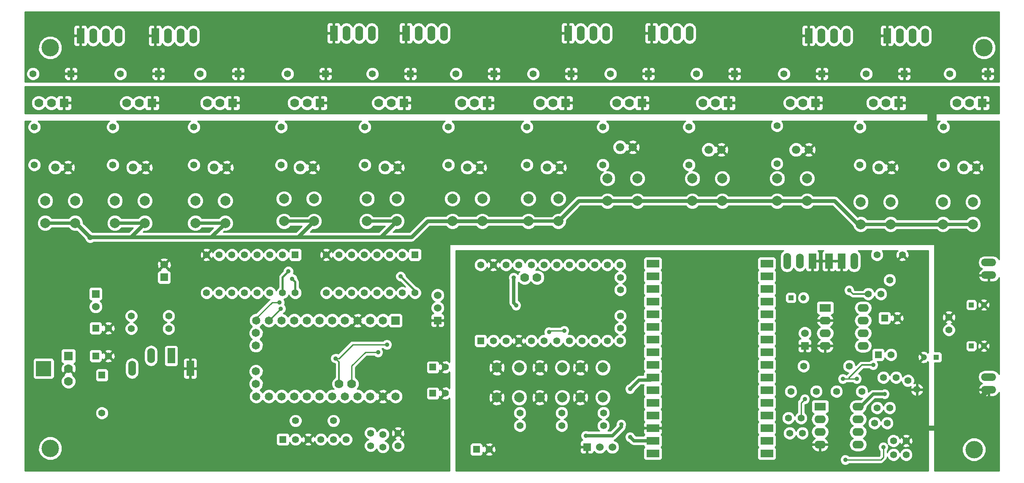
<source format=gbl>
G04 (created by PCBNEW (2013-07-07 BZR 4022)-stable) date 26/01/2015 11:31:22*
%MOIN*%
G04 Gerber Fmt 3.4, Leading zero omitted, Abs format*
%FSLAX34Y34*%
G01*
G70*
G90*
G04 APERTURE LIST*
%ADD10C,0.00590551*%
%ADD11R,0.055X0.055*%
%ADD12C,0.055*%
%ADD13C,0.0787402*%
%ADD14R,0.06X0.12*%
%ADD15O,0.06X0.13*%
%ADD16O,0.06X0.12*%
%ADD17R,0.065X0.065*%
%ADD18C,0.065*%
%ADD19C,0.07*%
%ADD20R,0.07X0.07*%
%ADD21R,0.12X0.12*%
%ADD22C,0.066*%
%ADD23R,0.06X0.06*%
%ADD24C,0.06*%
%ADD25R,0.0393701X0.0393701*%
%ADD26C,0.0472441*%
%ADD27C,0.137795*%
%ADD28R,0.09X0.062*%
%ADD29O,0.09X0.062*%
%ADD30O,0.1187X0.0593*%
%ADD31R,0.1X0.0590551*%
%ADD32C,0.035*%
%ADD33C,0.025*%
%ADD34C,0.027*%
%ADD35C,0.03*%
%ADD36C,0.04*%
%ADD37C,0.015*%
%ADD38C,0.01*%
%ADD39C,0.012*%
G04 APERTURE END LIST*
G54D10*
G54D11*
X83900Y-47100D03*
G54D12*
X84900Y-47100D03*
G54D13*
X62015Y-36076D03*
X64377Y-36076D03*
X62015Y-37848D03*
X64377Y-37848D03*
G54D14*
X79500Y-42600D03*
X80500Y-42600D03*
G54D15*
X81500Y-42600D03*
G54D16*
X24471Y-51082D03*
X25971Y-50082D03*
G54D14*
X29071Y-51082D03*
X27571Y-50082D03*
G54D17*
X45279Y-47295D03*
G54D18*
X44279Y-47295D03*
X43279Y-47295D03*
X42279Y-47295D03*
X41279Y-47295D03*
X40279Y-47295D03*
X39279Y-47295D03*
X38279Y-47295D03*
X37279Y-47295D03*
X36279Y-47295D03*
X35279Y-47295D03*
X34279Y-47295D03*
X34251Y-48287D03*
X34251Y-49271D03*
X34251Y-51318D03*
X34251Y-52303D03*
X34279Y-53295D03*
X35279Y-53295D03*
X36279Y-53295D03*
X37279Y-53295D03*
X38279Y-53295D03*
X39279Y-53295D03*
X40279Y-53295D03*
X41279Y-53295D03*
X42279Y-53295D03*
X43279Y-53295D03*
X44279Y-53295D03*
X45279Y-53295D03*
G54D19*
X41811Y-52303D03*
X40826Y-52303D03*
X19450Y-52100D03*
X19450Y-51100D03*
G54D20*
X19450Y-50100D03*
G54D21*
X17481Y-51100D03*
G54D12*
X49450Y-35000D03*
X49450Y-32000D03*
X16750Y-35000D03*
X16750Y-32000D03*
X22950Y-35000D03*
X22950Y-32000D03*
X29350Y-35000D03*
X29350Y-32000D03*
X36250Y-35000D03*
X36250Y-32000D03*
X42850Y-35000D03*
X42850Y-32000D03*
X88550Y-35000D03*
X88550Y-32000D03*
X81950Y-35000D03*
X81950Y-32000D03*
X55650Y-35000D03*
X55650Y-32000D03*
X61650Y-35000D03*
X61650Y-32000D03*
X68450Y-35000D03*
X68450Y-32000D03*
G54D22*
X30950Y-35200D03*
X31950Y-35200D03*
X37750Y-35200D03*
X38750Y-35200D03*
X24550Y-35200D03*
X25550Y-35200D03*
X90150Y-35200D03*
X91150Y-35200D03*
X70000Y-33800D03*
X71000Y-33800D03*
X18400Y-35200D03*
X19400Y-35200D03*
X44450Y-35200D03*
X45450Y-35200D03*
X83450Y-35200D03*
X84450Y-35200D03*
X50950Y-35200D03*
X51950Y-35200D03*
X63000Y-33600D03*
X64000Y-33600D03*
X57250Y-35200D03*
X58250Y-35200D03*
G54D11*
X46450Y-27800D03*
G54D12*
X43450Y-27800D03*
G54D11*
X85450Y-27800D03*
G54D12*
X82450Y-27800D03*
G54D11*
X65250Y-27800D03*
G54D12*
X62250Y-27800D03*
G54D11*
X19650Y-27800D03*
G54D12*
X16650Y-27800D03*
G54D11*
X26550Y-27800D03*
G54D12*
X23550Y-27800D03*
G54D11*
X92050Y-27800D03*
G54D12*
X89050Y-27800D03*
G54D11*
X78950Y-27800D03*
G54D12*
X75950Y-27800D03*
G54D11*
X59150Y-27800D03*
G54D12*
X56150Y-27800D03*
G54D11*
X32850Y-27800D03*
G54D12*
X29850Y-27800D03*
G54D11*
X72050Y-27800D03*
G54D12*
X69050Y-27800D03*
G54D11*
X39750Y-27800D03*
G54D12*
X36750Y-27800D03*
G54D11*
X53050Y-27800D03*
G54D12*
X50050Y-27800D03*
G54D19*
X37300Y-30100D03*
X38300Y-30100D03*
G54D20*
X39300Y-30100D03*
G54D19*
X89600Y-30100D03*
X90600Y-30100D03*
G54D20*
X91600Y-30100D03*
G54D19*
X17100Y-30100D03*
X18100Y-30100D03*
G54D20*
X19100Y-30100D03*
G54D19*
X24050Y-30100D03*
X25050Y-30100D03*
G54D20*
X26050Y-30100D03*
G54D19*
X30400Y-30100D03*
X31400Y-30100D03*
G54D20*
X32400Y-30100D03*
G54D19*
X43950Y-30100D03*
X44950Y-30100D03*
G54D20*
X45950Y-30100D03*
G54D19*
X50500Y-30100D03*
X51500Y-30100D03*
G54D20*
X52500Y-30100D03*
G54D19*
X56700Y-30100D03*
X57700Y-30100D03*
G54D20*
X58700Y-30100D03*
G54D19*
X62750Y-30100D03*
X63750Y-30100D03*
G54D20*
X64750Y-30100D03*
G54D19*
X69550Y-30100D03*
X70550Y-30100D03*
G54D20*
X71550Y-30100D03*
G54D19*
X76450Y-30100D03*
X77450Y-30100D03*
G54D20*
X78450Y-30100D03*
G54D19*
X83000Y-30100D03*
X84000Y-30100D03*
G54D20*
X85000Y-30100D03*
G54D11*
X21600Y-50100D03*
G54D12*
X22600Y-50100D03*
G54D11*
X21600Y-47900D03*
G54D12*
X22600Y-47900D03*
G54D23*
X21600Y-45200D03*
G54D24*
X21600Y-46200D03*
G54D13*
X88515Y-37926D03*
X90877Y-37926D03*
X88515Y-39698D03*
X90877Y-39698D03*
X43015Y-37676D03*
X45377Y-37676D03*
X43015Y-39448D03*
X45377Y-39448D03*
X82015Y-37926D03*
X84377Y-37926D03*
X82015Y-39698D03*
X84377Y-39698D03*
X49765Y-37676D03*
X52127Y-37676D03*
X49765Y-39448D03*
X52127Y-39448D03*
X36465Y-37676D03*
X38827Y-37676D03*
X36465Y-39448D03*
X38827Y-39448D03*
X75415Y-36076D03*
X77777Y-36076D03*
X75415Y-37848D03*
X77777Y-37848D03*
X55765Y-37676D03*
X58127Y-37676D03*
X55765Y-39448D03*
X58127Y-39448D03*
X29465Y-37826D03*
X31827Y-37826D03*
X29465Y-39598D03*
X31827Y-39598D03*
X23115Y-37826D03*
X25477Y-37826D03*
X23115Y-39598D03*
X25477Y-39598D03*
X68715Y-36076D03*
X71077Y-36076D03*
X68715Y-37848D03*
X71077Y-37848D03*
X17615Y-37826D03*
X19977Y-37826D03*
X17615Y-39598D03*
X19977Y-39598D03*
G54D12*
X88976Y-48039D03*
X88976Y-47039D03*
G54D11*
X51665Y-57480D03*
G54D12*
X52665Y-57480D03*
G54D25*
X90748Y-46062D03*
G54D26*
X91732Y-46062D03*
G54D25*
X90748Y-49311D03*
G54D26*
X91732Y-49311D03*
G54D12*
X75400Y-34900D03*
X75400Y-31900D03*
G54D16*
X23400Y-24800D03*
X22400Y-24800D03*
X21400Y-24800D03*
G54D14*
X20400Y-24800D03*
G54D16*
X29300Y-24800D03*
X28300Y-24800D03*
X27300Y-24800D03*
G54D14*
X26300Y-24800D03*
G54D16*
X43400Y-24600D03*
X42400Y-24600D03*
X41400Y-24600D03*
G54D14*
X40400Y-24600D03*
G54D16*
X49100Y-24600D03*
X48100Y-24600D03*
X47100Y-24600D03*
G54D14*
X46100Y-24600D03*
G54D16*
X61900Y-24600D03*
X60900Y-24600D03*
X59900Y-24600D03*
G54D14*
X58900Y-24600D03*
G54D16*
X68500Y-24600D03*
X67500Y-24600D03*
X66500Y-24600D03*
G54D14*
X65500Y-24600D03*
G54D16*
X80900Y-24800D03*
X79900Y-24800D03*
X78900Y-24800D03*
G54D14*
X77900Y-24800D03*
G54D16*
X87100Y-24800D03*
X86100Y-24800D03*
X85100Y-24800D03*
G54D14*
X84100Y-24800D03*
G54D11*
X46807Y-42102D03*
G54D12*
X45807Y-42102D03*
X44807Y-42102D03*
X43807Y-42102D03*
X42807Y-42102D03*
X41807Y-42102D03*
X40807Y-42102D03*
X39807Y-42102D03*
X39807Y-45102D03*
X40807Y-45102D03*
X41807Y-45102D03*
X42807Y-45102D03*
X43807Y-45102D03*
X44807Y-45102D03*
X45807Y-45102D03*
X46807Y-45102D03*
G54D11*
X37358Y-42102D03*
G54D12*
X36358Y-42102D03*
X35358Y-42102D03*
X34358Y-42102D03*
X33358Y-42102D03*
X32358Y-42102D03*
X31358Y-42102D03*
X30358Y-42102D03*
X30358Y-45102D03*
X31358Y-45102D03*
X32358Y-45102D03*
X33358Y-45102D03*
X34358Y-45102D03*
X35358Y-45102D03*
X36358Y-45102D03*
X37358Y-45102D03*
G54D13*
X59876Y-53384D03*
X59876Y-51022D03*
X61648Y-53384D03*
X61648Y-51022D03*
X56676Y-53384D03*
X56676Y-51022D03*
X58448Y-53384D03*
X58448Y-51022D03*
X53276Y-53384D03*
X53276Y-51022D03*
X55048Y-53384D03*
X55048Y-51022D03*
G54D11*
X22086Y-51610D03*
G54D12*
X22086Y-54610D03*
G54D23*
X27007Y-43885D03*
G54D24*
X27007Y-42885D03*
G54D11*
X48220Y-50984D03*
G54D12*
X49220Y-50984D03*
G54D11*
X48220Y-53051D03*
G54D12*
X49220Y-53051D03*
G54D22*
X76900Y-33800D03*
X77900Y-33800D03*
G54D27*
X90962Y-57492D03*
X18000Y-57393D03*
X91750Y-25750D03*
X18000Y-25750D03*
G54D11*
X36377Y-56692D03*
G54D12*
X37377Y-56692D03*
X38377Y-56692D03*
X39377Y-56692D03*
X40377Y-56692D03*
X41377Y-56692D03*
X40377Y-55216D03*
X37377Y-55216D03*
G54D28*
X78800Y-54100D03*
G54D29*
X78800Y-55100D03*
X78800Y-56100D03*
X78800Y-57100D03*
X81800Y-57100D03*
X81800Y-56100D03*
X81800Y-55100D03*
X81800Y-54100D03*
G54D25*
X87992Y-50200D03*
G54D26*
X87007Y-50200D03*
G54D12*
X77300Y-55000D03*
X76300Y-55000D03*
X85600Y-56800D03*
X84600Y-56800D03*
X84600Y-57900D03*
X85600Y-57900D03*
X76400Y-56200D03*
X77400Y-56200D03*
G54D30*
X92125Y-43708D03*
X92125Y-42708D03*
X92125Y-52763D03*
X92125Y-51763D03*
G54D25*
X76507Y-45500D03*
G54D26*
X77492Y-45500D03*
G54D12*
X24409Y-46940D03*
X24409Y-47940D03*
X27362Y-46940D03*
X27362Y-47940D03*
X45472Y-56192D03*
X45472Y-57192D03*
X44291Y-57291D03*
X44291Y-56291D03*
X43307Y-56192D03*
X43307Y-57192D03*
G54D14*
X78200Y-42600D03*
G54D16*
X77200Y-42600D03*
G54D15*
X76200Y-42600D03*
G54D31*
X74600Y-57800D03*
X74600Y-56800D03*
X74600Y-55800D03*
X74600Y-54800D03*
X74600Y-53800D03*
X74600Y-52800D03*
X74600Y-51800D03*
X74600Y-50800D03*
X74600Y-49800D03*
X74600Y-48800D03*
X74600Y-47800D03*
X74600Y-46800D03*
X74600Y-45800D03*
X74600Y-44800D03*
X74600Y-43800D03*
X74600Y-42800D03*
X65600Y-42800D03*
X65600Y-43800D03*
X65600Y-44800D03*
X65600Y-45800D03*
X65600Y-46800D03*
X65600Y-47800D03*
X65600Y-48800D03*
X65600Y-49800D03*
X65600Y-50800D03*
X65600Y-51800D03*
X65600Y-52800D03*
X65600Y-53800D03*
X65600Y-54800D03*
X65600Y-55800D03*
X65600Y-56800D03*
X65600Y-57800D03*
G54D12*
X61700Y-55600D03*
X61700Y-54600D03*
X58400Y-55600D03*
X58400Y-54600D03*
X55100Y-55600D03*
X55100Y-54600D03*
X83300Y-54200D03*
X84300Y-54200D03*
X84100Y-55400D03*
X83100Y-55400D03*
G54D11*
X52000Y-48900D03*
G54D12*
X53000Y-48900D03*
X54000Y-48900D03*
X55000Y-48900D03*
X56000Y-48900D03*
X57000Y-48900D03*
X58000Y-48900D03*
X59000Y-48900D03*
X60000Y-48900D03*
X61000Y-48900D03*
X62000Y-48900D03*
X63000Y-48900D03*
X63027Y-47907D03*
X63027Y-46923D03*
X63027Y-44876D03*
X63027Y-43892D03*
X63000Y-42900D03*
X62000Y-42900D03*
X61000Y-42900D03*
X60000Y-42900D03*
X59000Y-42900D03*
X58000Y-42900D03*
X57000Y-42900D03*
X56000Y-42900D03*
X55000Y-42900D03*
X54000Y-42900D03*
X53000Y-42900D03*
X52000Y-42900D03*
G54D19*
X55468Y-43892D03*
X56452Y-43892D03*
G54D23*
X60400Y-57300D03*
G54D24*
X61400Y-57300D03*
X62400Y-57300D03*
G54D23*
X48600Y-47300D03*
G54D24*
X48600Y-46300D03*
X48600Y-45300D03*
G54D12*
X76500Y-52900D03*
X78500Y-52900D03*
X77500Y-50900D03*
X80100Y-52900D03*
X82100Y-52900D03*
X81100Y-50900D03*
X85300Y-42100D03*
X83300Y-42100D03*
X84300Y-44100D03*
X86453Y-52753D03*
X85746Y-52046D03*
X82600Y-45200D03*
X83600Y-45200D03*
G54D28*
X79200Y-46300D03*
G54D29*
X79200Y-47300D03*
X79200Y-48300D03*
X79200Y-49300D03*
X82200Y-49300D03*
X82200Y-48300D03*
X82200Y-47300D03*
X82200Y-46300D03*
G54D11*
X83400Y-50000D03*
G54D12*
X84400Y-50000D03*
X84800Y-51800D03*
X83800Y-51800D03*
G54D23*
X77600Y-49300D03*
G54D24*
X77600Y-48300D03*
G54D32*
X83900Y-53100D03*
X63800Y-52700D03*
X63100Y-55500D03*
X60300Y-56400D03*
X54600Y-43900D03*
X54800Y-46100D03*
X21161Y-40748D03*
X45669Y-43799D03*
X37106Y-43996D03*
X36811Y-43405D03*
X44600Y-49200D03*
X40551Y-50295D03*
X43900Y-49800D03*
X63800Y-56500D03*
X83800Y-57300D03*
X80800Y-58300D03*
X83000Y-50800D03*
X81700Y-51900D03*
X80600Y-51900D03*
X77600Y-53500D03*
X58600Y-48100D03*
X57400Y-48200D03*
X81100Y-44900D03*
X36122Y-45866D03*
X36220Y-46358D03*
G54D33*
X81800Y-54100D02*
X82000Y-54100D01*
X83000Y-53100D02*
X83900Y-53100D01*
X82000Y-54100D02*
X83000Y-53100D01*
G54D34*
X65400Y-52000D02*
X65600Y-51800D01*
X64500Y-52000D02*
X65400Y-52000D01*
X64300Y-52200D02*
X64500Y-52000D01*
X63800Y-52700D02*
X64300Y-52200D01*
X63100Y-55700D02*
X63100Y-55500D01*
X62400Y-56400D02*
X63100Y-55700D01*
X60300Y-56400D02*
X62400Y-56400D01*
G54D35*
X62015Y-37848D02*
X59727Y-37848D01*
X59727Y-37848D02*
X58127Y-39448D01*
X64377Y-37848D02*
X62015Y-37848D01*
X68715Y-37848D02*
X64377Y-37848D01*
X71077Y-37848D02*
X68715Y-37848D01*
X75415Y-37848D02*
X71077Y-37848D01*
X77777Y-37848D02*
X75415Y-37848D01*
X77777Y-37848D02*
X79948Y-37848D01*
X81798Y-39698D02*
X82015Y-39698D01*
X79948Y-37848D02*
X81798Y-39698D01*
G54D34*
X54600Y-45900D02*
X54600Y-43900D01*
X54800Y-46100D02*
X54600Y-45900D01*
G54D36*
X21150Y-40748D02*
X21150Y-40700D01*
X21161Y-40748D02*
X21150Y-40748D01*
G54D35*
X84377Y-39698D02*
X88515Y-39698D01*
X52127Y-39448D02*
X55765Y-39448D01*
X49765Y-39448D02*
X52127Y-39448D01*
X45087Y-40700D02*
X46544Y-40700D01*
X47796Y-39448D02*
X49765Y-39448D01*
X46544Y-40700D02*
X47796Y-39448D01*
G54D34*
X88515Y-39698D02*
X90877Y-39698D01*
X84377Y-39698D02*
X82015Y-39698D01*
X55765Y-39448D02*
X58127Y-39448D01*
X43015Y-39448D02*
X45377Y-39448D01*
X38827Y-39448D02*
X36465Y-39448D01*
X29465Y-39598D02*
X31827Y-39598D01*
X23115Y-39598D02*
X25477Y-39598D01*
X17615Y-39598D02*
X19977Y-39598D01*
G54D35*
X44125Y-40700D02*
X45377Y-39448D01*
X37575Y-40700D02*
X38827Y-39448D01*
X30725Y-40700D02*
X31827Y-39598D01*
X19977Y-39598D02*
X20048Y-39598D01*
X20048Y-39598D02*
X21150Y-40700D01*
X24375Y-40700D02*
X25477Y-39598D01*
X21150Y-40700D02*
X21550Y-40700D01*
X44125Y-40700D02*
X44700Y-40700D01*
X44700Y-40700D02*
X45087Y-40700D01*
X37550Y-40700D02*
X44125Y-40700D01*
X30725Y-40700D02*
X37550Y-40700D01*
X37550Y-40700D02*
X37575Y-40700D01*
X24375Y-40700D02*
X30725Y-40700D01*
X21550Y-40700D02*
X24375Y-40700D01*
G54D37*
X37358Y-44248D02*
X37106Y-43996D01*
X46807Y-45102D02*
X46807Y-44937D01*
X46807Y-44937D02*
X45669Y-43799D01*
X37358Y-45102D02*
X37358Y-44248D01*
X36358Y-45102D02*
X36358Y-43858D01*
X36358Y-43858D02*
X36811Y-43405D01*
G54D36*
X86417Y-55807D02*
X89082Y-55807D01*
X89082Y-55807D02*
X92125Y-52763D01*
G54D38*
X40551Y-50295D02*
X40804Y-50295D01*
X41900Y-49200D02*
X44600Y-49200D01*
X40804Y-50295D02*
X41900Y-49200D01*
G54D39*
X40826Y-50570D02*
X40826Y-52303D01*
X40551Y-50295D02*
X40826Y-50570D01*
G54D38*
X41811Y-52303D02*
X41811Y-50888D01*
X42900Y-49800D02*
X43900Y-49800D01*
X41811Y-50888D02*
X42900Y-49800D01*
G54D34*
X64100Y-56800D02*
X65600Y-56800D01*
X63800Y-56500D02*
X64100Y-56800D01*
G54D38*
X83800Y-58100D02*
X83800Y-57300D01*
X83600Y-58300D02*
X83800Y-58100D01*
X80800Y-58300D02*
X83600Y-58300D01*
G54D39*
X81100Y-51900D02*
X81100Y-51800D01*
X82100Y-50800D02*
X83000Y-50800D01*
X81100Y-51800D02*
X82100Y-50800D01*
G54D38*
X80600Y-51900D02*
X81100Y-51900D01*
X81100Y-51900D02*
X81700Y-51900D01*
X77300Y-55000D02*
X77300Y-53800D01*
X77300Y-53800D02*
X77600Y-53500D01*
X57500Y-48100D02*
X58600Y-48100D01*
X57400Y-48200D02*
X57500Y-48100D01*
G54D39*
X81400Y-45200D02*
X82600Y-45200D01*
X81100Y-44900D02*
X81400Y-45200D01*
G54D38*
X34279Y-47118D02*
X34279Y-47295D01*
X35531Y-45866D02*
X34279Y-47118D01*
X36122Y-45866D02*
X35531Y-45866D01*
X35283Y-47295D02*
X35279Y-47295D01*
X36220Y-46358D02*
X35283Y-47295D01*
G54D10*
G36*
X92930Y-28450D02*
X92689Y-28450D01*
X92689Y-25564D01*
X92546Y-25218D01*
X92282Y-24954D01*
X91937Y-24811D01*
X91564Y-24810D01*
X91218Y-24953D01*
X90954Y-25217D01*
X90811Y-25562D01*
X90810Y-25935D01*
X90953Y-26281D01*
X91217Y-26545D01*
X91562Y-26688D01*
X91935Y-26689D01*
X92281Y-26546D01*
X92545Y-26282D01*
X92688Y-25937D01*
X92689Y-25564D01*
X92689Y-28450D01*
X92575Y-28450D01*
X92575Y-28025D01*
X92575Y-27574D01*
X92574Y-27475D01*
X92536Y-27383D01*
X92466Y-27312D01*
X92374Y-27274D01*
X92162Y-27275D01*
X92100Y-27337D01*
X92100Y-27750D01*
X92512Y-27750D01*
X92575Y-27687D01*
X92575Y-27574D01*
X92575Y-28025D01*
X92575Y-27912D01*
X92512Y-27850D01*
X92100Y-27850D01*
X92100Y-28262D01*
X92162Y-28325D01*
X92374Y-28325D01*
X92466Y-28287D01*
X92536Y-28216D01*
X92574Y-28124D01*
X92575Y-28025D01*
X92575Y-28450D01*
X92000Y-28450D01*
X92000Y-28262D01*
X92000Y-27850D01*
X92000Y-27750D01*
X92000Y-27337D01*
X91937Y-27275D01*
X91725Y-27274D01*
X91633Y-27312D01*
X91563Y-27383D01*
X91525Y-27475D01*
X91524Y-27574D01*
X91525Y-27687D01*
X91587Y-27750D01*
X92000Y-27750D01*
X92000Y-27850D01*
X91587Y-27850D01*
X91525Y-27912D01*
X91524Y-28025D01*
X91525Y-28124D01*
X91563Y-28216D01*
X91633Y-28287D01*
X91725Y-28325D01*
X91937Y-28325D01*
X92000Y-28262D01*
X92000Y-28450D01*
X89575Y-28450D01*
X89575Y-27696D01*
X89495Y-27503D01*
X89347Y-27355D01*
X89154Y-27275D01*
X88946Y-27274D01*
X88753Y-27354D01*
X88605Y-27502D01*
X88525Y-27695D01*
X88524Y-27903D01*
X88604Y-28097D01*
X88752Y-28244D01*
X88945Y-28324D01*
X89153Y-28325D01*
X89347Y-28245D01*
X89494Y-28097D01*
X89574Y-27904D01*
X89575Y-27696D01*
X89575Y-28450D01*
X87650Y-28450D01*
X87650Y-25116D01*
X87650Y-24483D01*
X87608Y-24272D01*
X87488Y-24094D01*
X87310Y-23975D01*
X87100Y-23933D01*
X86889Y-23975D01*
X86711Y-24094D01*
X86600Y-24260D01*
X86488Y-24094D01*
X86310Y-23975D01*
X86100Y-23933D01*
X85889Y-23975D01*
X85711Y-24094D01*
X85600Y-24260D01*
X85488Y-24094D01*
X85310Y-23975D01*
X85100Y-23933D01*
X84889Y-23975D01*
X84711Y-24094D01*
X84649Y-24185D01*
X84649Y-24150D01*
X84611Y-24058D01*
X84541Y-23987D01*
X84449Y-23949D01*
X84212Y-23950D01*
X84150Y-24012D01*
X84150Y-24750D01*
X84157Y-24750D01*
X84157Y-24850D01*
X84150Y-24850D01*
X84150Y-25587D01*
X84212Y-25650D01*
X84449Y-25650D01*
X84541Y-25612D01*
X84611Y-25541D01*
X84649Y-25449D01*
X84649Y-25414D01*
X84711Y-25505D01*
X84889Y-25624D01*
X85100Y-25666D01*
X85310Y-25624D01*
X85488Y-25505D01*
X85600Y-25339D01*
X85711Y-25505D01*
X85889Y-25624D01*
X86100Y-25666D01*
X86310Y-25624D01*
X86488Y-25505D01*
X86600Y-25339D01*
X86711Y-25505D01*
X86889Y-25624D01*
X87100Y-25666D01*
X87310Y-25624D01*
X87488Y-25505D01*
X87608Y-25327D01*
X87650Y-25116D01*
X87650Y-28450D01*
X85975Y-28450D01*
X85975Y-28025D01*
X85975Y-27574D01*
X85974Y-27475D01*
X85936Y-27383D01*
X85866Y-27312D01*
X85774Y-27274D01*
X85562Y-27275D01*
X85500Y-27337D01*
X85500Y-27750D01*
X85912Y-27750D01*
X85975Y-27687D01*
X85975Y-27574D01*
X85975Y-28025D01*
X85975Y-27912D01*
X85912Y-27850D01*
X85500Y-27850D01*
X85500Y-28262D01*
X85562Y-28325D01*
X85774Y-28325D01*
X85866Y-28287D01*
X85936Y-28216D01*
X85974Y-28124D01*
X85975Y-28025D01*
X85975Y-28450D01*
X85400Y-28450D01*
X85400Y-28262D01*
X85400Y-27850D01*
X85400Y-27750D01*
X85400Y-27337D01*
X85337Y-27275D01*
X85125Y-27274D01*
X85033Y-27312D01*
X84963Y-27383D01*
X84925Y-27475D01*
X84924Y-27574D01*
X84925Y-27687D01*
X84987Y-27750D01*
X85400Y-27750D01*
X85400Y-27850D01*
X84987Y-27850D01*
X84925Y-27912D01*
X84924Y-28025D01*
X84925Y-28124D01*
X84963Y-28216D01*
X85033Y-28287D01*
X85125Y-28325D01*
X85337Y-28325D01*
X85400Y-28262D01*
X85400Y-28450D01*
X84050Y-28450D01*
X84050Y-25587D01*
X84050Y-24850D01*
X84050Y-24750D01*
X84050Y-24012D01*
X83987Y-23950D01*
X83750Y-23949D01*
X83658Y-23987D01*
X83588Y-24058D01*
X83550Y-24150D01*
X83549Y-24249D01*
X83550Y-24687D01*
X83612Y-24750D01*
X84050Y-24750D01*
X84050Y-24850D01*
X83612Y-24850D01*
X83550Y-24912D01*
X83549Y-25350D01*
X83550Y-25449D01*
X83588Y-25541D01*
X83658Y-25612D01*
X83750Y-25650D01*
X83987Y-25650D01*
X84050Y-25587D01*
X84050Y-28450D01*
X82975Y-28450D01*
X82975Y-27696D01*
X82895Y-27503D01*
X82747Y-27355D01*
X82554Y-27275D01*
X82346Y-27274D01*
X82153Y-27354D01*
X82005Y-27502D01*
X81925Y-27695D01*
X81924Y-27903D01*
X82004Y-28097D01*
X82152Y-28244D01*
X82345Y-28324D01*
X82553Y-28325D01*
X82747Y-28245D01*
X82894Y-28097D01*
X82974Y-27904D01*
X82975Y-27696D01*
X82975Y-28450D01*
X81450Y-28450D01*
X81450Y-25116D01*
X81450Y-24483D01*
X81408Y-24272D01*
X81288Y-24094D01*
X81110Y-23975D01*
X80900Y-23933D01*
X80689Y-23975D01*
X80511Y-24094D01*
X80400Y-24260D01*
X80288Y-24094D01*
X80110Y-23975D01*
X79900Y-23933D01*
X79689Y-23975D01*
X79511Y-24094D01*
X79400Y-24260D01*
X79288Y-24094D01*
X79110Y-23975D01*
X78900Y-23933D01*
X78689Y-23975D01*
X78511Y-24094D01*
X78449Y-24185D01*
X78449Y-24150D01*
X78411Y-24058D01*
X78341Y-23987D01*
X78249Y-23949D01*
X78012Y-23950D01*
X77950Y-24012D01*
X77950Y-24750D01*
X77957Y-24750D01*
X77957Y-24850D01*
X77950Y-24850D01*
X77950Y-25587D01*
X78012Y-25650D01*
X78249Y-25650D01*
X78341Y-25612D01*
X78411Y-25541D01*
X78449Y-25449D01*
X78449Y-25414D01*
X78511Y-25505D01*
X78689Y-25624D01*
X78900Y-25666D01*
X79110Y-25624D01*
X79288Y-25505D01*
X79400Y-25339D01*
X79511Y-25505D01*
X79689Y-25624D01*
X79900Y-25666D01*
X80110Y-25624D01*
X80288Y-25505D01*
X80400Y-25339D01*
X80511Y-25505D01*
X80689Y-25624D01*
X80900Y-25666D01*
X81110Y-25624D01*
X81288Y-25505D01*
X81408Y-25327D01*
X81450Y-25116D01*
X81450Y-28450D01*
X79475Y-28450D01*
X79475Y-28025D01*
X79475Y-27574D01*
X79474Y-27475D01*
X79436Y-27383D01*
X79366Y-27312D01*
X79274Y-27274D01*
X79062Y-27275D01*
X79000Y-27337D01*
X79000Y-27750D01*
X79412Y-27750D01*
X79475Y-27687D01*
X79475Y-27574D01*
X79475Y-28025D01*
X79475Y-27912D01*
X79412Y-27850D01*
X79000Y-27850D01*
X79000Y-28262D01*
X79062Y-28325D01*
X79274Y-28325D01*
X79366Y-28287D01*
X79436Y-28216D01*
X79474Y-28124D01*
X79475Y-28025D01*
X79475Y-28450D01*
X78900Y-28450D01*
X78900Y-28262D01*
X78900Y-27850D01*
X78900Y-27750D01*
X78900Y-27337D01*
X78837Y-27275D01*
X78625Y-27274D01*
X78533Y-27312D01*
X78463Y-27383D01*
X78425Y-27475D01*
X78424Y-27574D01*
X78425Y-27687D01*
X78487Y-27750D01*
X78900Y-27750D01*
X78900Y-27850D01*
X78487Y-27850D01*
X78425Y-27912D01*
X78424Y-28025D01*
X78425Y-28124D01*
X78463Y-28216D01*
X78533Y-28287D01*
X78625Y-28325D01*
X78837Y-28325D01*
X78900Y-28262D01*
X78900Y-28450D01*
X77850Y-28450D01*
X77850Y-25587D01*
X77850Y-24850D01*
X77850Y-24750D01*
X77850Y-24012D01*
X77787Y-23950D01*
X77550Y-23949D01*
X77458Y-23987D01*
X77388Y-24058D01*
X77350Y-24150D01*
X77349Y-24249D01*
X77350Y-24687D01*
X77412Y-24750D01*
X77850Y-24750D01*
X77850Y-24850D01*
X77412Y-24850D01*
X77350Y-24912D01*
X77349Y-25350D01*
X77350Y-25449D01*
X77388Y-25541D01*
X77458Y-25612D01*
X77550Y-25650D01*
X77787Y-25650D01*
X77850Y-25587D01*
X77850Y-28450D01*
X76475Y-28450D01*
X76475Y-27696D01*
X76395Y-27503D01*
X76247Y-27355D01*
X76054Y-27275D01*
X75846Y-27274D01*
X75653Y-27354D01*
X75505Y-27502D01*
X75425Y-27695D01*
X75424Y-27903D01*
X75504Y-28097D01*
X75652Y-28244D01*
X75845Y-28324D01*
X76053Y-28325D01*
X76247Y-28245D01*
X76394Y-28097D01*
X76474Y-27904D01*
X76475Y-27696D01*
X76475Y-28450D01*
X72575Y-28450D01*
X72575Y-28025D01*
X72575Y-27574D01*
X72574Y-27475D01*
X72536Y-27383D01*
X72466Y-27312D01*
X72374Y-27274D01*
X72162Y-27275D01*
X72100Y-27337D01*
X72100Y-27750D01*
X72512Y-27750D01*
X72575Y-27687D01*
X72575Y-27574D01*
X72575Y-28025D01*
X72575Y-27912D01*
X72512Y-27850D01*
X72100Y-27850D01*
X72100Y-28262D01*
X72162Y-28325D01*
X72374Y-28325D01*
X72466Y-28287D01*
X72536Y-28216D01*
X72574Y-28124D01*
X72575Y-28025D01*
X72575Y-28450D01*
X72000Y-28450D01*
X72000Y-28262D01*
X72000Y-27850D01*
X72000Y-27750D01*
X72000Y-27337D01*
X71937Y-27275D01*
X71725Y-27274D01*
X71633Y-27312D01*
X71563Y-27383D01*
X71525Y-27475D01*
X71524Y-27574D01*
X71525Y-27687D01*
X71587Y-27750D01*
X72000Y-27750D01*
X72000Y-27850D01*
X71587Y-27850D01*
X71525Y-27912D01*
X71524Y-28025D01*
X71525Y-28124D01*
X71563Y-28216D01*
X71633Y-28287D01*
X71725Y-28325D01*
X71937Y-28325D01*
X72000Y-28262D01*
X72000Y-28450D01*
X69575Y-28450D01*
X69575Y-27696D01*
X69495Y-27503D01*
X69347Y-27355D01*
X69154Y-27275D01*
X69050Y-27275D01*
X69050Y-24916D01*
X69050Y-24283D01*
X69008Y-24072D01*
X68888Y-23894D01*
X68710Y-23775D01*
X68500Y-23733D01*
X68289Y-23775D01*
X68111Y-23894D01*
X68000Y-24060D01*
X67888Y-23894D01*
X67710Y-23775D01*
X67500Y-23733D01*
X67289Y-23775D01*
X67111Y-23894D01*
X67000Y-24060D01*
X66888Y-23894D01*
X66710Y-23775D01*
X66500Y-23733D01*
X66289Y-23775D01*
X66111Y-23894D01*
X66049Y-23985D01*
X66049Y-23950D01*
X66011Y-23858D01*
X65941Y-23787D01*
X65849Y-23749D01*
X65612Y-23750D01*
X65550Y-23812D01*
X65550Y-24550D01*
X65557Y-24550D01*
X65557Y-24650D01*
X65550Y-24650D01*
X65550Y-25387D01*
X65612Y-25450D01*
X65849Y-25450D01*
X65941Y-25412D01*
X66011Y-25341D01*
X66049Y-25249D01*
X66049Y-25214D01*
X66111Y-25305D01*
X66289Y-25424D01*
X66500Y-25466D01*
X66710Y-25424D01*
X66888Y-25305D01*
X67000Y-25139D01*
X67111Y-25305D01*
X67289Y-25424D01*
X67500Y-25466D01*
X67710Y-25424D01*
X67888Y-25305D01*
X68000Y-25139D01*
X68111Y-25305D01*
X68289Y-25424D01*
X68500Y-25466D01*
X68710Y-25424D01*
X68888Y-25305D01*
X69008Y-25127D01*
X69050Y-24916D01*
X69050Y-27275D01*
X68946Y-27274D01*
X68753Y-27354D01*
X68605Y-27502D01*
X68525Y-27695D01*
X68524Y-27903D01*
X68604Y-28097D01*
X68752Y-28244D01*
X68945Y-28324D01*
X69153Y-28325D01*
X69347Y-28245D01*
X69494Y-28097D01*
X69574Y-27904D01*
X69575Y-27696D01*
X69575Y-28450D01*
X65775Y-28450D01*
X65775Y-28025D01*
X65775Y-27574D01*
X65774Y-27475D01*
X65736Y-27383D01*
X65666Y-27312D01*
X65574Y-27274D01*
X65450Y-27274D01*
X65450Y-25387D01*
X65450Y-24650D01*
X65450Y-24550D01*
X65450Y-23812D01*
X65387Y-23750D01*
X65150Y-23749D01*
X65058Y-23787D01*
X64988Y-23858D01*
X64950Y-23950D01*
X64949Y-24049D01*
X64950Y-24487D01*
X65012Y-24550D01*
X65450Y-24550D01*
X65450Y-24650D01*
X65012Y-24650D01*
X64950Y-24712D01*
X64949Y-25150D01*
X64950Y-25249D01*
X64988Y-25341D01*
X65058Y-25412D01*
X65150Y-25450D01*
X65387Y-25450D01*
X65450Y-25387D01*
X65450Y-27274D01*
X65362Y-27275D01*
X65300Y-27337D01*
X65300Y-27750D01*
X65712Y-27750D01*
X65775Y-27687D01*
X65775Y-27574D01*
X65775Y-28025D01*
X65775Y-27912D01*
X65712Y-27850D01*
X65300Y-27850D01*
X65300Y-28262D01*
X65362Y-28325D01*
X65574Y-28325D01*
X65666Y-28287D01*
X65736Y-28216D01*
X65774Y-28124D01*
X65775Y-28025D01*
X65775Y-28450D01*
X65200Y-28450D01*
X65200Y-28262D01*
X65200Y-27850D01*
X65200Y-27750D01*
X65200Y-27337D01*
X65137Y-27275D01*
X64925Y-27274D01*
X64833Y-27312D01*
X64763Y-27383D01*
X64725Y-27475D01*
X64724Y-27574D01*
X64725Y-27687D01*
X64787Y-27750D01*
X65200Y-27750D01*
X65200Y-27850D01*
X64787Y-27850D01*
X64725Y-27912D01*
X64724Y-28025D01*
X64725Y-28124D01*
X64763Y-28216D01*
X64833Y-28287D01*
X64925Y-28325D01*
X65137Y-28325D01*
X65200Y-28262D01*
X65200Y-28450D01*
X62775Y-28450D01*
X62775Y-27696D01*
X62695Y-27503D01*
X62547Y-27355D01*
X62450Y-27314D01*
X62450Y-24916D01*
X62450Y-24283D01*
X62408Y-24072D01*
X62288Y-23894D01*
X62110Y-23775D01*
X61900Y-23733D01*
X61689Y-23775D01*
X61511Y-23894D01*
X61400Y-24060D01*
X61288Y-23894D01*
X61110Y-23775D01*
X60900Y-23733D01*
X60689Y-23775D01*
X60511Y-23894D01*
X60400Y-24060D01*
X60288Y-23894D01*
X60110Y-23775D01*
X59900Y-23733D01*
X59689Y-23775D01*
X59511Y-23894D01*
X59449Y-23985D01*
X59449Y-23950D01*
X59411Y-23858D01*
X59341Y-23787D01*
X59249Y-23749D01*
X59012Y-23750D01*
X58950Y-23812D01*
X58950Y-24550D01*
X58957Y-24550D01*
X58957Y-24650D01*
X58950Y-24650D01*
X58950Y-25387D01*
X59012Y-25450D01*
X59249Y-25450D01*
X59341Y-25412D01*
X59411Y-25341D01*
X59449Y-25249D01*
X59449Y-25214D01*
X59511Y-25305D01*
X59689Y-25424D01*
X59900Y-25466D01*
X60110Y-25424D01*
X60288Y-25305D01*
X60400Y-25139D01*
X60511Y-25305D01*
X60689Y-25424D01*
X60900Y-25466D01*
X61110Y-25424D01*
X61288Y-25305D01*
X61400Y-25139D01*
X61511Y-25305D01*
X61689Y-25424D01*
X61900Y-25466D01*
X62110Y-25424D01*
X62288Y-25305D01*
X62408Y-25127D01*
X62450Y-24916D01*
X62450Y-27314D01*
X62354Y-27275D01*
X62146Y-27274D01*
X61953Y-27354D01*
X61805Y-27502D01*
X61725Y-27695D01*
X61724Y-27903D01*
X61804Y-28097D01*
X61952Y-28244D01*
X62145Y-28324D01*
X62353Y-28325D01*
X62547Y-28245D01*
X62694Y-28097D01*
X62774Y-27904D01*
X62775Y-27696D01*
X62775Y-28450D01*
X59675Y-28450D01*
X59675Y-28025D01*
X59675Y-27574D01*
X59674Y-27475D01*
X59636Y-27383D01*
X59566Y-27312D01*
X59474Y-27274D01*
X59262Y-27275D01*
X59200Y-27337D01*
X59200Y-27750D01*
X59612Y-27750D01*
X59675Y-27687D01*
X59675Y-27574D01*
X59675Y-28025D01*
X59675Y-27912D01*
X59612Y-27850D01*
X59200Y-27850D01*
X59200Y-28262D01*
X59262Y-28325D01*
X59474Y-28325D01*
X59566Y-28287D01*
X59636Y-28216D01*
X59674Y-28124D01*
X59675Y-28025D01*
X59675Y-28450D01*
X59100Y-28450D01*
X59100Y-28262D01*
X59100Y-27850D01*
X59100Y-27750D01*
X59100Y-27337D01*
X59037Y-27275D01*
X58850Y-27274D01*
X58850Y-25387D01*
X58850Y-24650D01*
X58850Y-24550D01*
X58850Y-23812D01*
X58787Y-23750D01*
X58550Y-23749D01*
X58458Y-23787D01*
X58388Y-23858D01*
X58350Y-23950D01*
X58349Y-24049D01*
X58350Y-24487D01*
X58412Y-24550D01*
X58850Y-24550D01*
X58850Y-24650D01*
X58412Y-24650D01*
X58350Y-24712D01*
X58349Y-25150D01*
X58350Y-25249D01*
X58388Y-25341D01*
X58458Y-25412D01*
X58550Y-25450D01*
X58787Y-25450D01*
X58850Y-25387D01*
X58850Y-27274D01*
X58825Y-27274D01*
X58733Y-27312D01*
X58663Y-27383D01*
X58625Y-27475D01*
X58624Y-27574D01*
X58625Y-27687D01*
X58687Y-27750D01*
X59100Y-27750D01*
X59100Y-27850D01*
X58687Y-27850D01*
X58625Y-27912D01*
X58624Y-28025D01*
X58625Y-28124D01*
X58663Y-28216D01*
X58733Y-28287D01*
X58825Y-28325D01*
X59037Y-28325D01*
X59100Y-28262D01*
X59100Y-28450D01*
X56675Y-28450D01*
X56675Y-27696D01*
X56595Y-27503D01*
X56447Y-27355D01*
X56254Y-27275D01*
X56046Y-27274D01*
X55853Y-27354D01*
X55705Y-27502D01*
X55625Y-27695D01*
X55624Y-27903D01*
X55704Y-28097D01*
X55852Y-28244D01*
X56045Y-28324D01*
X56253Y-28325D01*
X56447Y-28245D01*
X56594Y-28097D01*
X56674Y-27904D01*
X56675Y-27696D01*
X56675Y-28450D01*
X53575Y-28450D01*
X53575Y-28025D01*
X53575Y-27574D01*
X53574Y-27475D01*
X53536Y-27383D01*
X53466Y-27312D01*
X53374Y-27274D01*
X53162Y-27275D01*
X53100Y-27337D01*
X53100Y-27750D01*
X53512Y-27750D01*
X53575Y-27687D01*
X53575Y-27574D01*
X53575Y-28025D01*
X53575Y-27912D01*
X53512Y-27850D01*
X53100Y-27850D01*
X53100Y-28262D01*
X53162Y-28325D01*
X53374Y-28325D01*
X53466Y-28287D01*
X53536Y-28216D01*
X53574Y-28124D01*
X53575Y-28025D01*
X53575Y-28450D01*
X53000Y-28450D01*
X53000Y-28262D01*
X53000Y-27850D01*
X53000Y-27750D01*
X53000Y-27337D01*
X52937Y-27275D01*
X52725Y-27274D01*
X52633Y-27312D01*
X52563Y-27383D01*
X52525Y-27475D01*
X52524Y-27574D01*
X52525Y-27687D01*
X52587Y-27750D01*
X53000Y-27750D01*
X53000Y-27850D01*
X52587Y-27850D01*
X52525Y-27912D01*
X52524Y-28025D01*
X52525Y-28124D01*
X52563Y-28216D01*
X52633Y-28287D01*
X52725Y-28325D01*
X52937Y-28325D01*
X53000Y-28262D01*
X53000Y-28450D01*
X50575Y-28450D01*
X50575Y-27696D01*
X50495Y-27503D01*
X50347Y-27355D01*
X50154Y-27275D01*
X49946Y-27274D01*
X49753Y-27354D01*
X49650Y-27457D01*
X49650Y-24916D01*
X49650Y-24283D01*
X49608Y-24072D01*
X49488Y-23894D01*
X49310Y-23775D01*
X49100Y-23733D01*
X48889Y-23775D01*
X48711Y-23894D01*
X48600Y-24060D01*
X48488Y-23894D01*
X48310Y-23775D01*
X48100Y-23733D01*
X47889Y-23775D01*
X47711Y-23894D01*
X47600Y-24060D01*
X47488Y-23894D01*
X47310Y-23775D01*
X47100Y-23733D01*
X46889Y-23775D01*
X46711Y-23894D01*
X46649Y-23985D01*
X46649Y-23950D01*
X46611Y-23858D01*
X46541Y-23787D01*
X46449Y-23749D01*
X46212Y-23750D01*
X46150Y-23812D01*
X46150Y-24550D01*
X46157Y-24550D01*
X46157Y-24650D01*
X46150Y-24650D01*
X46150Y-25387D01*
X46212Y-25450D01*
X46449Y-25450D01*
X46541Y-25412D01*
X46611Y-25341D01*
X46649Y-25249D01*
X46649Y-25214D01*
X46711Y-25305D01*
X46889Y-25424D01*
X47100Y-25466D01*
X47310Y-25424D01*
X47488Y-25305D01*
X47600Y-25139D01*
X47711Y-25305D01*
X47889Y-25424D01*
X48100Y-25466D01*
X48310Y-25424D01*
X48488Y-25305D01*
X48600Y-25139D01*
X48711Y-25305D01*
X48889Y-25424D01*
X49100Y-25466D01*
X49310Y-25424D01*
X49488Y-25305D01*
X49608Y-25127D01*
X49650Y-24916D01*
X49650Y-27457D01*
X49605Y-27502D01*
X49525Y-27695D01*
X49524Y-27903D01*
X49604Y-28097D01*
X49752Y-28244D01*
X49945Y-28324D01*
X50153Y-28325D01*
X50347Y-28245D01*
X50494Y-28097D01*
X50574Y-27904D01*
X50575Y-27696D01*
X50575Y-28450D01*
X46975Y-28450D01*
X46975Y-28025D01*
X46975Y-27574D01*
X46974Y-27475D01*
X46936Y-27383D01*
X46866Y-27312D01*
X46774Y-27274D01*
X46562Y-27275D01*
X46500Y-27337D01*
X46500Y-27750D01*
X46912Y-27750D01*
X46975Y-27687D01*
X46975Y-27574D01*
X46975Y-28025D01*
X46975Y-27912D01*
X46912Y-27850D01*
X46500Y-27850D01*
X46500Y-28262D01*
X46562Y-28325D01*
X46774Y-28325D01*
X46866Y-28287D01*
X46936Y-28216D01*
X46974Y-28124D01*
X46975Y-28025D01*
X46975Y-28450D01*
X46400Y-28450D01*
X46400Y-28262D01*
X46400Y-27850D01*
X46400Y-27750D01*
X46400Y-27337D01*
X46337Y-27275D01*
X46125Y-27274D01*
X46050Y-27306D01*
X46050Y-25387D01*
X46050Y-24650D01*
X46050Y-24550D01*
X46050Y-23812D01*
X45987Y-23750D01*
X45750Y-23749D01*
X45658Y-23787D01*
X45588Y-23858D01*
X45550Y-23950D01*
X45549Y-24049D01*
X45550Y-24487D01*
X45612Y-24550D01*
X46050Y-24550D01*
X46050Y-24650D01*
X45612Y-24650D01*
X45550Y-24712D01*
X45549Y-25150D01*
X45550Y-25249D01*
X45588Y-25341D01*
X45658Y-25412D01*
X45750Y-25450D01*
X45987Y-25450D01*
X46050Y-25387D01*
X46050Y-27306D01*
X46033Y-27312D01*
X45963Y-27383D01*
X45925Y-27475D01*
X45924Y-27574D01*
X45925Y-27687D01*
X45987Y-27750D01*
X46400Y-27750D01*
X46400Y-27850D01*
X45987Y-27850D01*
X45925Y-27912D01*
X45924Y-28025D01*
X45925Y-28124D01*
X45963Y-28216D01*
X46033Y-28287D01*
X46125Y-28325D01*
X46337Y-28325D01*
X46400Y-28262D01*
X46400Y-28450D01*
X43975Y-28450D01*
X43975Y-27696D01*
X43950Y-27635D01*
X43950Y-24916D01*
X43950Y-24283D01*
X43908Y-24072D01*
X43788Y-23894D01*
X43610Y-23775D01*
X43400Y-23733D01*
X43189Y-23775D01*
X43011Y-23894D01*
X42900Y-24060D01*
X42788Y-23894D01*
X42610Y-23775D01*
X42400Y-23733D01*
X42189Y-23775D01*
X42011Y-23894D01*
X41900Y-24060D01*
X41788Y-23894D01*
X41610Y-23775D01*
X41400Y-23733D01*
X41189Y-23775D01*
X41011Y-23894D01*
X40949Y-23985D01*
X40949Y-23950D01*
X40911Y-23858D01*
X40841Y-23787D01*
X40749Y-23749D01*
X40512Y-23750D01*
X40450Y-23812D01*
X40450Y-24550D01*
X40457Y-24550D01*
X40457Y-24650D01*
X40450Y-24650D01*
X40450Y-25387D01*
X40512Y-25450D01*
X40749Y-25450D01*
X40841Y-25412D01*
X40911Y-25341D01*
X40949Y-25249D01*
X40949Y-25214D01*
X41011Y-25305D01*
X41189Y-25424D01*
X41400Y-25466D01*
X41610Y-25424D01*
X41788Y-25305D01*
X41900Y-25139D01*
X42011Y-25305D01*
X42189Y-25424D01*
X42400Y-25466D01*
X42610Y-25424D01*
X42788Y-25305D01*
X42900Y-25139D01*
X43011Y-25305D01*
X43189Y-25424D01*
X43400Y-25466D01*
X43610Y-25424D01*
X43788Y-25305D01*
X43908Y-25127D01*
X43950Y-24916D01*
X43950Y-27635D01*
X43895Y-27503D01*
X43747Y-27355D01*
X43554Y-27275D01*
X43346Y-27274D01*
X43153Y-27354D01*
X43005Y-27502D01*
X42925Y-27695D01*
X42924Y-27903D01*
X43004Y-28097D01*
X43152Y-28244D01*
X43345Y-28324D01*
X43553Y-28325D01*
X43747Y-28245D01*
X43894Y-28097D01*
X43974Y-27904D01*
X43975Y-27696D01*
X43975Y-28450D01*
X40350Y-28450D01*
X40350Y-25387D01*
X40350Y-24650D01*
X40350Y-24550D01*
X40350Y-23812D01*
X40287Y-23750D01*
X40050Y-23749D01*
X39958Y-23787D01*
X39888Y-23858D01*
X39850Y-23950D01*
X39849Y-24049D01*
X39850Y-24487D01*
X39912Y-24550D01*
X40350Y-24550D01*
X40350Y-24650D01*
X39912Y-24650D01*
X39850Y-24712D01*
X39849Y-25150D01*
X39850Y-25249D01*
X39888Y-25341D01*
X39958Y-25412D01*
X40050Y-25450D01*
X40287Y-25450D01*
X40350Y-25387D01*
X40350Y-28450D01*
X40275Y-28450D01*
X40275Y-28025D01*
X40275Y-27574D01*
X40274Y-27475D01*
X40236Y-27383D01*
X40166Y-27312D01*
X40074Y-27274D01*
X39862Y-27275D01*
X39800Y-27337D01*
X39800Y-27750D01*
X40212Y-27750D01*
X40275Y-27687D01*
X40275Y-27574D01*
X40275Y-28025D01*
X40275Y-27912D01*
X40212Y-27850D01*
X39800Y-27850D01*
X39800Y-28262D01*
X39862Y-28325D01*
X40074Y-28325D01*
X40166Y-28287D01*
X40236Y-28216D01*
X40274Y-28124D01*
X40275Y-28025D01*
X40275Y-28450D01*
X39700Y-28450D01*
X39700Y-28262D01*
X39700Y-27850D01*
X39700Y-27750D01*
X39700Y-27337D01*
X39637Y-27275D01*
X39425Y-27274D01*
X39333Y-27312D01*
X39263Y-27383D01*
X39225Y-27475D01*
X39224Y-27574D01*
X39225Y-27687D01*
X39287Y-27750D01*
X39700Y-27750D01*
X39700Y-27850D01*
X39287Y-27850D01*
X39225Y-27912D01*
X39224Y-28025D01*
X39225Y-28124D01*
X39263Y-28216D01*
X39333Y-28287D01*
X39425Y-28325D01*
X39637Y-28325D01*
X39700Y-28262D01*
X39700Y-28450D01*
X37275Y-28450D01*
X37275Y-27696D01*
X37195Y-27503D01*
X37047Y-27355D01*
X36854Y-27275D01*
X36646Y-27274D01*
X36453Y-27354D01*
X36305Y-27502D01*
X36225Y-27695D01*
X36224Y-27903D01*
X36304Y-28097D01*
X36452Y-28244D01*
X36645Y-28324D01*
X36853Y-28325D01*
X37047Y-28245D01*
X37194Y-28097D01*
X37274Y-27904D01*
X37275Y-27696D01*
X37275Y-28450D01*
X33375Y-28450D01*
X33375Y-28025D01*
X33375Y-27574D01*
X33374Y-27475D01*
X33336Y-27383D01*
X33266Y-27312D01*
X33174Y-27274D01*
X32962Y-27275D01*
X32900Y-27337D01*
X32900Y-27750D01*
X33312Y-27750D01*
X33375Y-27687D01*
X33375Y-27574D01*
X33375Y-28025D01*
X33375Y-27912D01*
X33312Y-27850D01*
X32900Y-27850D01*
X32900Y-28262D01*
X32962Y-28325D01*
X33174Y-28325D01*
X33266Y-28287D01*
X33336Y-28216D01*
X33374Y-28124D01*
X33375Y-28025D01*
X33375Y-28450D01*
X32800Y-28450D01*
X32800Y-28262D01*
X32800Y-27850D01*
X32800Y-27750D01*
X32800Y-27337D01*
X32737Y-27275D01*
X32525Y-27274D01*
X32433Y-27312D01*
X32363Y-27383D01*
X32325Y-27475D01*
X32324Y-27574D01*
X32325Y-27687D01*
X32387Y-27750D01*
X32800Y-27750D01*
X32800Y-27850D01*
X32387Y-27850D01*
X32325Y-27912D01*
X32324Y-28025D01*
X32325Y-28124D01*
X32363Y-28216D01*
X32433Y-28287D01*
X32525Y-28325D01*
X32737Y-28325D01*
X32800Y-28262D01*
X32800Y-28450D01*
X30375Y-28450D01*
X30375Y-27696D01*
X30295Y-27503D01*
X30147Y-27355D01*
X29954Y-27275D01*
X29850Y-27275D01*
X29850Y-25116D01*
X29850Y-24483D01*
X29808Y-24272D01*
X29688Y-24094D01*
X29510Y-23975D01*
X29300Y-23933D01*
X29089Y-23975D01*
X28911Y-24094D01*
X28800Y-24260D01*
X28688Y-24094D01*
X28510Y-23975D01*
X28300Y-23933D01*
X28089Y-23975D01*
X27911Y-24094D01*
X27800Y-24260D01*
X27688Y-24094D01*
X27510Y-23975D01*
X27300Y-23933D01*
X27089Y-23975D01*
X26911Y-24094D01*
X26849Y-24185D01*
X26849Y-24150D01*
X26811Y-24058D01*
X26741Y-23987D01*
X26649Y-23949D01*
X26412Y-23950D01*
X26350Y-24012D01*
X26350Y-24750D01*
X26357Y-24750D01*
X26357Y-24850D01*
X26350Y-24850D01*
X26350Y-25587D01*
X26412Y-25650D01*
X26649Y-25650D01*
X26741Y-25612D01*
X26811Y-25541D01*
X26849Y-25449D01*
X26849Y-25414D01*
X26911Y-25505D01*
X27089Y-25624D01*
X27300Y-25666D01*
X27510Y-25624D01*
X27688Y-25505D01*
X27800Y-25339D01*
X27911Y-25505D01*
X28089Y-25624D01*
X28300Y-25666D01*
X28510Y-25624D01*
X28688Y-25505D01*
X28800Y-25339D01*
X28911Y-25505D01*
X29089Y-25624D01*
X29300Y-25666D01*
X29510Y-25624D01*
X29688Y-25505D01*
X29808Y-25327D01*
X29850Y-25116D01*
X29850Y-27275D01*
X29746Y-27274D01*
X29553Y-27354D01*
X29405Y-27502D01*
X29325Y-27695D01*
X29324Y-27903D01*
X29404Y-28097D01*
X29552Y-28244D01*
X29745Y-28324D01*
X29953Y-28325D01*
X30147Y-28245D01*
X30294Y-28097D01*
X30374Y-27904D01*
X30375Y-27696D01*
X30375Y-28450D01*
X27075Y-28450D01*
X27075Y-28025D01*
X27075Y-27574D01*
X27074Y-27475D01*
X27036Y-27383D01*
X26966Y-27312D01*
X26874Y-27274D01*
X26662Y-27275D01*
X26600Y-27337D01*
X26600Y-27750D01*
X27012Y-27750D01*
X27075Y-27687D01*
X27075Y-27574D01*
X27075Y-28025D01*
X27075Y-27912D01*
X27012Y-27850D01*
X26600Y-27850D01*
X26600Y-28262D01*
X26662Y-28325D01*
X26874Y-28325D01*
X26966Y-28287D01*
X27036Y-28216D01*
X27074Y-28124D01*
X27075Y-28025D01*
X27075Y-28450D01*
X26500Y-28450D01*
X26500Y-28262D01*
X26500Y-27850D01*
X26500Y-27750D01*
X26500Y-27337D01*
X26437Y-27275D01*
X26250Y-27274D01*
X26250Y-25587D01*
X26250Y-24850D01*
X26250Y-24750D01*
X26250Y-24012D01*
X26187Y-23950D01*
X25950Y-23949D01*
X25858Y-23987D01*
X25788Y-24058D01*
X25750Y-24150D01*
X25749Y-24249D01*
X25750Y-24687D01*
X25812Y-24750D01*
X26250Y-24750D01*
X26250Y-24850D01*
X25812Y-24850D01*
X25750Y-24912D01*
X25749Y-25350D01*
X25750Y-25449D01*
X25788Y-25541D01*
X25858Y-25612D01*
X25950Y-25650D01*
X26187Y-25650D01*
X26250Y-25587D01*
X26250Y-27274D01*
X26225Y-27274D01*
X26133Y-27312D01*
X26063Y-27383D01*
X26025Y-27475D01*
X26024Y-27574D01*
X26025Y-27687D01*
X26087Y-27750D01*
X26500Y-27750D01*
X26500Y-27850D01*
X26087Y-27850D01*
X26025Y-27912D01*
X26024Y-28025D01*
X26025Y-28124D01*
X26063Y-28216D01*
X26133Y-28287D01*
X26225Y-28325D01*
X26437Y-28325D01*
X26500Y-28262D01*
X26500Y-28450D01*
X24075Y-28450D01*
X24075Y-27696D01*
X23995Y-27503D01*
X23950Y-27457D01*
X23950Y-25116D01*
X23950Y-24483D01*
X23908Y-24272D01*
X23788Y-24094D01*
X23610Y-23975D01*
X23400Y-23933D01*
X23189Y-23975D01*
X23011Y-24094D01*
X22900Y-24260D01*
X22788Y-24094D01*
X22610Y-23975D01*
X22400Y-23933D01*
X22189Y-23975D01*
X22011Y-24094D01*
X21900Y-24260D01*
X21788Y-24094D01*
X21610Y-23975D01*
X21400Y-23933D01*
X21189Y-23975D01*
X21011Y-24094D01*
X20949Y-24185D01*
X20949Y-24150D01*
X20911Y-24058D01*
X20841Y-23987D01*
X20749Y-23949D01*
X20512Y-23950D01*
X20450Y-24012D01*
X20450Y-24750D01*
X20457Y-24750D01*
X20457Y-24850D01*
X20450Y-24850D01*
X20450Y-25587D01*
X20512Y-25650D01*
X20749Y-25650D01*
X20841Y-25612D01*
X20911Y-25541D01*
X20949Y-25449D01*
X20949Y-25414D01*
X21011Y-25505D01*
X21189Y-25624D01*
X21400Y-25666D01*
X21610Y-25624D01*
X21788Y-25505D01*
X21900Y-25339D01*
X22011Y-25505D01*
X22189Y-25624D01*
X22400Y-25666D01*
X22610Y-25624D01*
X22788Y-25505D01*
X22900Y-25339D01*
X23011Y-25505D01*
X23189Y-25624D01*
X23400Y-25666D01*
X23610Y-25624D01*
X23788Y-25505D01*
X23908Y-25327D01*
X23950Y-25116D01*
X23950Y-27457D01*
X23847Y-27355D01*
X23654Y-27275D01*
X23446Y-27274D01*
X23253Y-27354D01*
X23105Y-27502D01*
X23025Y-27695D01*
X23024Y-27903D01*
X23104Y-28097D01*
X23252Y-28244D01*
X23445Y-28324D01*
X23653Y-28325D01*
X23847Y-28245D01*
X23994Y-28097D01*
X24074Y-27904D01*
X24075Y-27696D01*
X24075Y-28450D01*
X20350Y-28450D01*
X20350Y-25587D01*
X20350Y-24850D01*
X20350Y-24750D01*
X20350Y-24012D01*
X20287Y-23950D01*
X20050Y-23949D01*
X19958Y-23987D01*
X19888Y-24058D01*
X19850Y-24150D01*
X19849Y-24249D01*
X19850Y-24687D01*
X19912Y-24750D01*
X20350Y-24750D01*
X20350Y-24850D01*
X19912Y-24850D01*
X19850Y-24912D01*
X19849Y-25350D01*
X19850Y-25449D01*
X19888Y-25541D01*
X19958Y-25612D01*
X20050Y-25650D01*
X20287Y-25650D01*
X20350Y-25587D01*
X20350Y-28450D01*
X20175Y-28450D01*
X20175Y-28025D01*
X20175Y-27574D01*
X20174Y-27475D01*
X20136Y-27383D01*
X20066Y-27312D01*
X19974Y-27274D01*
X19762Y-27275D01*
X19700Y-27337D01*
X19700Y-27750D01*
X20112Y-27750D01*
X20175Y-27687D01*
X20175Y-27574D01*
X20175Y-28025D01*
X20175Y-27912D01*
X20112Y-27850D01*
X19700Y-27850D01*
X19700Y-28262D01*
X19762Y-28325D01*
X19974Y-28325D01*
X20066Y-28287D01*
X20136Y-28216D01*
X20174Y-28124D01*
X20175Y-28025D01*
X20175Y-28450D01*
X19600Y-28450D01*
X19600Y-28262D01*
X19600Y-27850D01*
X19600Y-27750D01*
X19600Y-27337D01*
X19537Y-27275D01*
X19325Y-27274D01*
X19233Y-27312D01*
X19163Y-27383D01*
X19125Y-27475D01*
X19124Y-27574D01*
X19125Y-27687D01*
X19187Y-27750D01*
X19600Y-27750D01*
X19600Y-27850D01*
X19187Y-27850D01*
X19125Y-27912D01*
X19124Y-28025D01*
X19125Y-28124D01*
X19163Y-28216D01*
X19233Y-28287D01*
X19325Y-28325D01*
X19537Y-28325D01*
X19600Y-28262D01*
X19600Y-28450D01*
X18939Y-28450D01*
X18939Y-25564D01*
X18796Y-25218D01*
X18532Y-24954D01*
X18187Y-24811D01*
X17814Y-24810D01*
X17468Y-24953D01*
X17204Y-25217D01*
X17061Y-25562D01*
X17060Y-25935D01*
X17203Y-26281D01*
X17467Y-26545D01*
X17812Y-26688D01*
X18185Y-26689D01*
X18531Y-26546D01*
X18795Y-26282D01*
X18938Y-25937D01*
X18939Y-25564D01*
X18939Y-28450D01*
X17175Y-28450D01*
X17175Y-27696D01*
X17095Y-27503D01*
X16947Y-27355D01*
X16754Y-27275D01*
X16546Y-27274D01*
X16353Y-27354D01*
X16205Y-27502D01*
X16125Y-27695D01*
X16124Y-27903D01*
X16204Y-28097D01*
X16352Y-28244D01*
X16545Y-28324D01*
X16753Y-28325D01*
X16947Y-28245D01*
X17094Y-28097D01*
X17174Y-27904D01*
X17175Y-27696D01*
X17175Y-28450D01*
X16019Y-28450D01*
X16019Y-22919D01*
X92900Y-22919D01*
X92930Y-22919D01*
X92930Y-28450D01*
X92930Y-28450D01*
G37*
G54D38*
X92930Y-28450D02*
X92689Y-28450D01*
X92689Y-25564D01*
X92546Y-25218D01*
X92282Y-24954D01*
X91937Y-24811D01*
X91564Y-24810D01*
X91218Y-24953D01*
X90954Y-25217D01*
X90811Y-25562D01*
X90810Y-25935D01*
X90953Y-26281D01*
X91217Y-26545D01*
X91562Y-26688D01*
X91935Y-26689D01*
X92281Y-26546D01*
X92545Y-26282D01*
X92688Y-25937D01*
X92689Y-25564D01*
X92689Y-28450D01*
X92575Y-28450D01*
X92575Y-28025D01*
X92575Y-27574D01*
X92574Y-27475D01*
X92536Y-27383D01*
X92466Y-27312D01*
X92374Y-27274D01*
X92162Y-27275D01*
X92100Y-27337D01*
X92100Y-27750D01*
X92512Y-27750D01*
X92575Y-27687D01*
X92575Y-27574D01*
X92575Y-28025D01*
X92575Y-27912D01*
X92512Y-27850D01*
X92100Y-27850D01*
X92100Y-28262D01*
X92162Y-28325D01*
X92374Y-28325D01*
X92466Y-28287D01*
X92536Y-28216D01*
X92574Y-28124D01*
X92575Y-28025D01*
X92575Y-28450D01*
X92000Y-28450D01*
X92000Y-28262D01*
X92000Y-27850D01*
X92000Y-27750D01*
X92000Y-27337D01*
X91937Y-27275D01*
X91725Y-27274D01*
X91633Y-27312D01*
X91563Y-27383D01*
X91525Y-27475D01*
X91524Y-27574D01*
X91525Y-27687D01*
X91587Y-27750D01*
X92000Y-27750D01*
X92000Y-27850D01*
X91587Y-27850D01*
X91525Y-27912D01*
X91524Y-28025D01*
X91525Y-28124D01*
X91563Y-28216D01*
X91633Y-28287D01*
X91725Y-28325D01*
X91937Y-28325D01*
X92000Y-28262D01*
X92000Y-28450D01*
X89575Y-28450D01*
X89575Y-27696D01*
X89495Y-27503D01*
X89347Y-27355D01*
X89154Y-27275D01*
X88946Y-27274D01*
X88753Y-27354D01*
X88605Y-27502D01*
X88525Y-27695D01*
X88524Y-27903D01*
X88604Y-28097D01*
X88752Y-28244D01*
X88945Y-28324D01*
X89153Y-28325D01*
X89347Y-28245D01*
X89494Y-28097D01*
X89574Y-27904D01*
X89575Y-27696D01*
X89575Y-28450D01*
X87650Y-28450D01*
X87650Y-25116D01*
X87650Y-24483D01*
X87608Y-24272D01*
X87488Y-24094D01*
X87310Y-23975D01*
X87100Y-23933D01*
X86889Y-23975D01*
X86711Y-24094D01*
X86600Y-24260D01*
X86488Y-24094D01*
X86310Y-23975D01*
X86100Y-23933D01*
X85889Y-23975D01*
X85711Y-24094D01*
X85600Y-24260D01*
X85488Y-24094D01*
X85310Y-23975D01*
X85100Y-23933D01*
X84889Y-23975D01*
X84711Y-24094D01*
X84649Y-24185D01*
X84649Y-24150D01*
X84611Y-24058D01*
X84541Y-23987D01*
X84449Y-23949D01*
X84212Y-23950D01*
X84150Y-24012D01*
X84150Y-24750D01*
X84157Y-24750D01*
X84157Y-24850D01*
X84150Y-24850D01*
X84150Y-25587D01*
X84212Y-25650D01*
X84449Y-25650D01*
X84541Y-25612D01*
X84611Y-25541D01*
X84649Y-25449D01*
X84649Y-25414D01*
X84711Y-25505D01*
X84889Y-25624D01*
X85100Y-25666D01*
X85310Y-25624D01*
X85488Y-25505D01*
X85600Y-25339D01*
X85711Y-25505D01*
X85889Y-25624D01*
X86100Y-25666D01*
X86310Y-25624D01*
X86488Y-25505D01*
X86600Y-25339D01*
X86711Y-25505D01*
X86889Y-25624D01*
X87100Y-25666D01*
X87310Y-25624D01*
X87488Y-25505D01*
X87608Y-25327D01*
X87650Y-25116D01*
X87650Y-28450D01*
X85975Y-28450D01*
X85975Y-28025D01*
X85975Y-27574D01*
X85974Y-27475D01*
X85936Y-27383D01*
X85866Y-27312D01*
X85774Y-27274D01*
X85562Y-27275D01*
X85500Y-27337D01*
X85500Y-27750D01*
X85912Y-27750D01*
X85975Y-27687D01*
X85975Y-27574D01*
X85975Y-28025D01*
X85975Y-27912D01*
X85912Y-27850D01*
X85500Y-27850D01*
X85500Y-28262D01*
X85562Y-28325D01*
X85774Y-28325D01*
X85866Y-28287D01*
X85936Y-28216D01*
X85974Y-28124D01*
X85975Y-28025D01*
X85975Y-28450D01*
X85400Y-28450D01*
X85400Y-28262D01*
X85400Y-27850D01*
X85400Y-27750D01*
X85400Y-27337D01*
X85337Y-27275D01*
X85125Y-27274D01*
X85033Y-27312D01*
X84963Y-27383D01*
X84925Y-27475D01*
X84924Y-27574D01*
X84925Y-27687D01*
X84987Y-27750D01*
X85400Y-27750D01*
X85400Y-27850D01*
X84987Y-27850D01*
X84925Y-27912D01*
X84924Y-28025D01*
X84925Y-28124D01*
X84963Y-28216D01*
X85033Y-28287D01*
X85125Y-28325D01*
X85337Y-28325D01*
X85400Y-28262D01*
X85400Y-28450D01*
X84050Y-28450D01*
X84050Y-25587D01*
X84050Y-24850D01*
X84050Y-24750D01*
X84050Y-24012D01*
X83987Y-23950D01*
X83750Y-23949D01*
X83658Y-23987D01*
X83588Y-24058D01*
X83550Y-24150D01*
X83549Y-24249D01*
X83550Y-24687D01*
X83612Y-24750D01*
X84050Y-24750D01*
X84050Y-24850D01*
X83612Y-24850D01*
X83550Y-24912D01*
X83549Y-25350D01*
X83550Y-25449D01*
X83588Y-25541D01*
X83658Y-25612D01*
X83750Y-25650D01*
X83987Y-25650D01*
X84050Y-25587D01*
X84050Y-28450D01*
X82975Y-28450D01*
X82975Y-27696D01*
X82895Y-27503D01*
X82747Y-27355D01*
X82554Y-27275D01*
X82346Y-27274D01*
X82153Y-27354D01*
X82005Y-27502D01*
X81925Y-27695D01*
X81924Y-27903D01*
X82004Y-28097D01*
X82152Y-28244D01*
X82345Y-28324D01*
X82553Y-28325D01*
X82747Y-28245D01*
X82894Y-28097D01*
X82974Y-27904D01*
X82975Y-27696D01*
X82975Y-28450D01*
X81450Y-28450D01*
X81450Y-25116D01*
X81450Y-24483D01*
X81408Y-24272D01*
X81288Y-24094D01*
X81110Y-23975D01*
X80900Y-23933D01*
X80689Y-23975D01*
X80511Y-24094D01*
X80400Y-24260D01*
X80288Y-24094D01*
X80110Y-23975D01*
X79900Y-23933D01*
X79689Y-23975D01*
X79511Y-24094D01*
X79400Y-24260D01*
X79288Y-24094D01*
X79110Y-23975D01*
X78900Y-23933D01*
X78689Y-23975D01*
X78511Y-24094D01*
X78449Y-24185D01*
X78449Y-24150D01*
X78411Y-24058D01*
X78341Y-23987D01*
X78249Y-23949D01*
X78012Y-23950D01*
X77950Y-24012D01*
X77950Y-24750D01*
X77957Y-24750D01*
X77957Y-24850D01*
X77950Y-24850D01*
X77950Y-25587D01*
X78012Y-25650D01*
X78249Y-25650D01*
X78341Y-25612D01*
X78411Y-25541D01*
X78449Y-25449D01*
X78449Y-25414D01*
X78511Y-25505D01*
X78689Y-25624D01*
X78900Y-25666D01*
X79110Y-25624D01*
X79288Y-25505D01*
X79400Y-25339D01*
X79511Y-25505D01*
X79689Y-25624D01*
X79900Y-25666D01*
X80110Y-25624D01*
X80288Y-25505D01*
X80400Y-25339D01*
X80511Y-25505D01*
X80689Y-25624D01*
X80900Y-25666D01*
X81110Y-25624D01*
X81288Y-25505D01*
X81408Y-25327D01*
X81450Y-25116D01*
X81450Y-28450D01*
X79475Y-28450D01*
X79475Y-28025D01*
X79475Y-27574D01*
X79474Y-27475D01*
X79436Y-27383D01*
X79366Y-27312D01*
X79274Y-27274D01*
X79062Y-27275D01*
X79000Y-27337D01*
X79000Y-27750D01*
X79412Y-27750D01*
X79475Y-27687D01*
X79475Y-27574D01*
X79475Y-28025D01*
X79475Y-27912D01*
X79412Y-27850D01*
X79000Y-27850D01*
X79000Y-28262D01*
X79062Y-28325D01*
X79274Y-28325D01*
X79366Y-28287D01*
X79436Y-28216D01*
X79474Y-28124D01*
X79475Y-28025D01*
X79475Y-28450D01*
X78900Y-28450D01*
X78900Y-28262D01*
X78900Y-27850D01*
X78900Y-27750D01*
X78900Y-27337D01*
X78837Y-27275D01*
X78625Y-27274D01*
X78533Y-27312D01*
X78463Y-27383D01*
X78425Y-27475D01*
X78424Y-27574D01*
X78425Y-27687D01*
X78487Y-27750D01*
X78900Y-27750D01*
X78900Y-27850D01*
X78487Y-27850D01*
X78425Y-27912D01*
X78424Y-28025D01*
X78425Y-28124D01*
X78463Y-28216D01*
X78533Y-28287D01*
X78625Y-28325D01*
X78837Y-28325D01*
X78900Y-28262D01*
X78900Y-28450D01*
X77850Y-28450D01*
X77850Y-25587D01*
X77850Y-24850D01*
X77850Y-24750D01*
X77850Y-24012D01*
X77787Y-23950D01*
X77550Y-23949D01*
X77458Y-23987D01*
X77388Y-24058D01*
X77350Y-24150D01*
X77349Y-24249D01*
X77350Y-24687D01*
X77412Y-24750D01*
X77850Y-24750D01*
X77850Y-24850D01*
X77412Y-24850D01*
X77350Y-24912D01*
X77349Y-25350D01*
X77350Y-25449D01*
X77388Y-25541D01*
X77458Y-25612D01*
X77550Y-25650D01*
X77787Y-25650D01*
X77850Y-25587D01*
X77850Y-28450D01*
X76475Y-28450D01*
X76475Y-27696D01*
X76395Y-27503D01*
X76247Y-27355D01*
X76054Y-27275D01*
X75846Y-27274D01*
X75653Y-27354D01*
X75505Y-27502D01*
X75425Y-27695D01*
X75424Y-27903D01*
X75504Y-28097D01*
X75652Y-28244D01*
X75845Y-28324D01*
X76053Y-28325D01*
X76247Y-28245D01*
X76394Y-28097D01*
X76474Y-27904D01*
X76475Y-27696D01*
X76475Y-28450D01*
X72575Y-28450D01*
X72575Y-28025D01*
X72575Y-27574D01*
X72574Y-27475D01*
X72536Y-27383D01*
X72466Y-27312D01*
X72374Y-27274D01*
X72162Y-27275D01*
X72100Y-27337D01*
X72100Y-27750D01*
X72512Y-27750D01*
X72575Y-27687D01*
X72575Y-27574D01*
X72575Y-28025D01*
X72575Y-27912D01*
X72512Y-27850D01*
X72100Y-27850D01*
X72100Y-28262D01*
X72162Y-28325D01*
X72374Y-28325D01*
X72466Y-28287D01*
X72536Y-28216D01*
X72574Y-28124D01*
X72575Y-28025D01*
X72575Y-28450D01*
X72000Y-28450D01*
X72000Y-28262D01*
X72000Y-27850D01*
X72000Y-27750D01*
X72000Y-27337D01*
X71937Y-27275D01*
X71725Y-27274D01*
X71633Y-27312D01*
X71563Y-27383D01*
X71525Y-27475D01*
X71524Y-27574D01*
X71525Y-27687D01*
X71587Y-27750D01*
X72000Y-27750D01*
X72000Y-27850D01*
X71587Y-27850D01*
X71525Y-27912D01*
X71524Y-28025D01*
X71525Y-28124D01*
X71563Y-28216D01*
X71633Y-28287D01*
X71725Y-28325D01*
X71937Y-28325D01*
X72000Y-28262D01*
X72000Y-28450D01*
X69575Y-28450D01*
X69575Y-27696D01*
X69495Y-27503D01*
X69347Y-27355D01*
X69154Y-27275D01*
X69050Y-27275D01*
X69050Y-24916D01*
X69050Y-24283D01*
X69008Y-24072D01*
X68888Y-23894D01*
X68710Y-23775D01*
X68500Y-23733D01*
X68289Y-23775D01*
X68111Y-23894D01*
X68000Y-24060D01*
X67888Y-23894D01*
X67710Y-23775D01*
X67500Y-23733D01*
X67289Y-23775D01*
X67111Y-23894D01*
X67000Y-24060D01*
X66888Y-23894D01*
X66710Y-23775D01*
X66500Y-23733D01*
X66289Y-23775D01*
X66111Y-23894D01*
X66049Y-23985D01*
X66049Y-23950D01*
X66011Y-23858D01*
X65941Y-23787D01*
X65849Y-23749D01*
X65612Y-23750D01*
X65550Y-23812D01*
X65550Y-24550D01*
X65557Y-24550D01*
X65557Y-24650D01*
X65550Y-24650D01*
X65550Y-25387D01*
X65612Y-25450D01*
X65849Y-25450D01*
X65941Y-25412D01*
X66011Y-25341D01*
X66049Y-25249D01*
X66049Y-25214D01*
X66111Y-25305D01*
X66289Y-25424D01*
X66500Y-25466D01*
X66710Y-25424D01*
X66888Y-25305D01*
X67000Y-25139D01*
X67111Y-25305D01*
X67289Y-25424D01*
X67500Y-25466D01*
X67710Y-25424D01*
X67888Y-25305D01*
X68000Y-25139D01*
X68111Y-25305D01*
X68289Y-25424D01*
X68500Y-25466D01*
X68710Y-25424D01*
X68888Y-25305D01*
X69008Y-25127D01*
X69050Y-24916D01*
X69050Y-27275D01*
X68946Y-27274D01*
X68753Y-27354D01*
X68605Y-27502D01*
X68525Y-27695D01*
X68524Y-27903D01*
X68604Y-28097D01*
X68752Y-28244D01*
X68945Y-28324D01*
X69153Y-28325D01*
X69347Y-28245D01*
X69494Y-28097D01*
X69574Y-27904D01*
X69575Y-27696D01*
X69575Y-28450D01*
X65775Y-28450D01*
X65775Y-28025D01*
X65775Y-27574D01*
X65774Y-27475D01*
X65736Y-27383D01*
X65666Y-27312D01*
X65574Y-27274D01*
X65450Y-27274D01*
X65450Y-25387D01*
X65450Y-24650D01*
X65450Y-24550D01*
X65450Y-23812D01*
X65387Y-23750D01*
X65150Y-23749D01*
X65058Y-23787D01*
X64988Y-23858D01*
X64950Y-23950D01*
X64949Y-24049D01*
X64950Y-24487D01*
X65012Y-24550D01*
X65450Y-24550D01*
X65450Y-24650D01*
X65012Y-24650D01*
X64950Y-24712D01*
X64949Y-25150D01*
X64950Y-25249D01*
X64988Y-25341D01*
X65058Y-25412D01*
X65150Y-25450D01*
X65387Y-25450D01*
X65450Y-25387D01*
X65450Y-27274D01*
X65362Y-27275D01*
X65300Y-27337D01*
X65300Y-27750D01*
X65712Y-27750D01*
X65775Y-27687D01*
X65775Y-27574D01*
X65775Y-28025D01*
X65775Y-27912D01*
X65712Y-27850D01*
X65300Y-27850D01*
X65300Y-28262D01*
X65362Y-28325D01*
X65574Y-28325D01*
X65666Y-28287D01*
X65736Y-28216D01*
X65774Y-28124D01*
X65775Y-28025D01*
X65775Y-28450D01*
X65200Y-28450D01*
X65200Y-28262D01*
X65200Y-27850D01*
X65200Y-27750D01*
X65200Y-27337D01*
X65137Y-27275D01*
X64925Y-27274D01*
X64833Y-27312D01*
X64763Y-27383D01*
X64725Y-27475D01*
X64724Y-27574D01*
X64725Y-27687D01*
X64787Y-27750D01*
X65200Y-27750D01*
X65200Y-27850D01*
X64787Y-27850D01*
X64725Y-27912D01*
X64724Y-28025D01*
X64725Y-28124D01*
X64763Y-28216D01*
X64833Y-28287D01*
X64925Y-28325D01*
X65137Y-28325D01*
X65200Y-28262D01*
X65200Y-28450D01*
X62775Y-28450D01*
X62775Y-27696D01*
X62695Y-27503D01*
X62547Y-27355D01*
X62450Y-27314D01*
X62450Y-24916D01*
X62450Y-24283D01*
X62408Y-24072D01*
X62288Y-23894D01*
X62110Y-23775D01*
X61900Y-23733D01*
X61689Y-23775D01*
X61511Y-23894D01*
X61400Y-24060D01*
X61288Y-23894D01*
X61110Y-23775D01*
X60900Y-23733D01*
X60689Y-23775D01*
X60511Y-23894D01*
X60400Y-24060D01*
X60288Y-23894D01*
X60110Y-23775D01*
X59900Y-23733D01*
X59689Y-23775D01*
X59511Y-23894D01*
X59449Y-23985D01*
X59449Y-23950D01*
X59411Y-23858D01*
X59341Y-23787D01*
X59249Y-23749D01*
X59012Y-23750D01*
X58950Y-23812D01*
X58950Y-24550D01*
X58957Y-24550D01*
X58957Y-24650D01*
X58950Y-24650D01*
X58950Y-25387D01*
X59012Y-25450D01*
X59249Y-25450D01*
X59341Y-25412D01*
X59411Y-25341D01*
X59449Y-25249D01*
X59449Y-25214D01*
X59511Y-25305D01*
X59689Y-25424D01*
X59900Y-25466D01*
X60110Y-25424D01*
X60288Y-25305D01*
X60400Y-25139D01*
X60511Y-25305D01*
X60689Y-25424D01*
X60900Y-25466D01*
X61110Y-25424D01*
X61288Y-25305D01*
X61400Y-25139D01*
X61511Y-25305D01*
X61689Y-25424D01*
X61900Y-25466D01*
X62110Y-25424D01*
X62288Y-25305D01*
X62408Y-25127D01*
X62450Y-24916D01*
X62450Y-27314D01*
X62354Y-27275D01*
X62146Y-27274D01*
X61953Y-27354D01*
X61805Y-27502D01*
X61725Y-27695D01*
X61724Y-27903D01*
X61804Y-28097D01*
X61952Y-28244D01*
X62145Y-28324D01*
X62353Y-28325D01*
X62547Y-28245D01*
X62694Y-28097D01*
X62774Y-27904D01*
X62775Y-27696D01*
X62775Y-28450D01*
X59675Y-28450D01*
X59675Y-28025D01*
X59675Y-27574D01*
X59674Y-27475D01*
X59636Y-27383D01*
X59566Y-27312D01*
X59474Y-27274D01*
X59262Y-27275D01*
X59200Y-27337D01*
X59200Y-27750D01*
X59612Y-27750D01*
X59675Y-27687D01*
X59675Y-27574D01*
X59675Y-28025D01*
X59675Y-27912D01*
X59612Y-27850D01*
X59200Y-27850D01*
X59200Y-28262D01*
X59262Y-28325D01*
X59474Y-28325D01*
X59566Y-28287D01*
X59636Y-28216D01*
X59674Y-28124D01*
X59675Y-28025D01*
X59675Y-28450D01*
X59100Y-28450D01*
X59100Y-28262D01*
X59100Y-27850D01*
X59100Y-27750D01*
X59100Y-27337D01*
X59037Y-27275D01*
X58850Y-27274D01*
X58850Y-25387D01*
X58850Y-24650D01*
X58850Y-24550D01*
X58850Y-23812D01*
X58787Y-23750D01*
X58550Y-23749D01*
X58458Y-23787D01*
X58388Y-23858D01*
X58350Y-23950D01*
X58349Y-24049D01*
X58350Y-24487D01*
X58412Y-24550D01*
X58850Y-24550D01*
X58850Y-24650D01*
X58412Y-24650D01*
X58350Y-24712D01*
X58349Y-25150D01*
X58350Y-25249D01*
X58388Y-25341D01*
X58458Y-25412D01*
X58550Y-25450D01*
X58787Y-25450D01*
X58850Y-25387D01*
X58850Y-27274D01*
X58825Y-27274D01*
X58733Y-27312D01*
X58663Y-27383D01*
X58625Y-27475D01*
X58624Y-27574D01*
X58625Y-27687D01*
X58687Y-27750D01*
X59100Y-27750D01*
X59100Y-27850D01*
X58687Y-27850D01*
X58625Y-27912D01*
X58624Y-28025D01*
X58625Y-28124D01*
X58663Y-28216D01*
X58733Y-28287D01*
X58825Y-28325D01*
X59037Y-28325D01*
X59100Y-28262D01*
X59100Y-28450D01*
X56675Y-28450D01*
X56675Y-27696D01*
X56595Y-27503D01*
X56447Y-27355D01*
X56254Y-27275D01*
X56046Y-27274D01*
X55853Y-27354D01*
X55705Y-27502D01*
X55625Y-27695D01*
X55624Y-27903D01*
X55704Y-28097D01*
X55852Y-28244D01*
X56045Y-28324D01*
X56253Y-28325D01*
X56447Y-28245D01*
X56594Y-28097D01*
X56674Y-27904D01*
X56675Y-27696D01*
X56675Y-28450D01*
X53575Y-28450D01*
X53575Y-28025D01*
X53575Y-27574D01*
X53574Y-27475D01*
X53536Y-27383D01*
X53466Y-27312D01*
X53374Y-27274D01*
X53162Y-27275D01*
X53100Y-27337D01*
X53100Y-27750D01*
X53512Y-27750D01*
X53575Y-27687D01*
X53575Y-27574D01*
X53575Y-28025D01*
X53575Y-27912D01*
X53512Y-27850D01*
X53100Y-27850D01*
X53100Y-28262D01*
X53162Y-28325D01*
X53374Y-28325D01*
X53466Y-28287D01*
X53536Y-28216D01*
X53574Y-28124D01*
X53575Y-28025D01*
X53575Y-28450D01*
X53000Y-28450D01*
X53000Y-28262D01*
X53000Y-27850D01*
X53000Y-27750D01*
X53000Y-27337D01*
X52937Y-27275D01*
X52725Y-27274D01*
X52633Y-27312D01*
X52563Y-27383D01*
X52525Y-27475D01*
X52524Y-27574D01*
X52525Y-27687D01*
X52587Y-27750D01*
X53000Y-27750D01*
X53000Y-27850D01*
X52587Y-27850D01*
X52525Y-27912D01*
X52524Y-28025D01*
X52525Y-28124D01*
X52563Y-28216D01*
X52633Y-28287D01*
X52725Y-28325D01*
X52937Y-28325D01*
X53000Y-28262D01*
X53000Y-28450D01*
X50575Y-28450D01*
X50575Y-27696D01*
X50495Y-27503D01*
X50347Y-27355D01*
X50154Y-27275D01*
X49946Y-27274D01*
X49753Y-27354D01*
X49650Y-27457D01*
X49650Y-24916D01*
X49650Y-24283D01*
X49608Y-24072D01*
X49488Y-23894D01*
X49310Y-23775D01*
X49100Y-23733D01*
X48889Y-23775D01*
X48711Y-23894D01*
X48600Y-24060D01*
X48488Y-23894D01*
X48310Y-23775D01*
X48100Y-23733D01*
X47889Y-23775D01*
X47711Y-23894D01*
X47600Y-24060D01*
X47488Y-23894D01*
X47310Y-23775D01*
X47100Y-23733D01*
X46889Y-23775D01*
X46711Y-23894D01*
X46649Y-23985D01*
X46649Y-23950D01*
X46611Y-23858D01*
X46541Y-23787D01*
X46449Y-23749D01*
X46212Y-23750D01*
X46150Y-23812D01*
X46150Y-24550D01*
X46157Y-24550D01*
X46157Y-24650D01*
X46150Y-24650D01*
X46150Y-25387D01*
X46212Y-25450D01*
X46449Y-25450D01*
X46541Y-25412D01*
X46611Y-25341D01*
X46649Y-25249D01*
X46649Y-25214D01*
X46711Y-25305D01*
X46889Y-25424D01*
X47100Y-25466D01*
X47310Y-25424D01*
X47488Y-25305D01*
X47600Y-25139D01*
X47711Y-25305D01*
X47889Y-25424D01*
X48100Y-25466D01*
X48310Y-25424D01*
X48488Y-25305D01*
X48600Y-25139D01*
X48711Y-25305D01*
X48889Y-25424D01*
X49100Y-25466D01*
X49310Y-25424D01*
X49488Y-25305D01*
X49608Y-25127D01*
X49650Y-24916D01*
X49650Y-27457D01*
X49605Y-27502D01*
X49525Y-27695D01*
X49524Y-27903D01*
X49604Y-28097D01*
X49752Y-28244D01*
X49945Y-28324D01*
X50153Y-28325D01*
X50347Y-28245D01*
X50494Y-28097D01*
X50574Y-27904D01*
X50575Y-27696D01*
X50575Y-28450D01*
X46975Y-28450D01*
X46975Y-28025D01*
X46975Y-27574D01*
X46974Y-27475D01*
X46936Y-27383D01*
X46866Y-27312D01*
X46774Y-27274D01*
X46562Y-27275D01*
X46500Y-27337D01*
X46500Y-27750D01*
X46912Y-27750D01*
X46975Y-27687D01*
X46975Y-27574D01*
X46975Y-28025D01*
X46975Y-27912D01*
X46912Y-27850D01*
X46500Y-27850D01*
X46500Y-28262D01*
X46562Y-28325D01*
X46774Y-28325D01*
X46866Y-28287D01*
X46936Y-28216D01*
X46974Y-28124D01*
X46975Y-28025D01*
X46975Y-28450D01*
X46400Y-28450D01*
X46400Y-28262D01*
X46400Y-27850D01*
X46400Y-27750D01*
X46400Y-27337D01*
X46337Y-27275D01*
X46125Y-27274D01*
X46050Y-27306D01*
X46050Y-25387D01*
X46050Y-24650D01*
X46050Y-24550D01*
X46050Y-23812D01*
X45987Y-23750D01*
X45750Y-23749D01*
X45658Y-23787D01*
X45588Y-23858D01*
X45550Y-23950D01*
X45549Y-24049D01*
X45550Y-24487D01*
X45612Y-24550D01*
X46050Y-24550D01*
X46050Y-24650D01*
X45612Y-24650D01*
X45550Y-24712D01*
X45549Y-25150D01*
X45550Y-25249D01*
X45588Y-25341D01*
X45658Y-25412D01*
X45750Y-25450D01*
X45987Y-25450D01*
X46050Y-25387D01*
X46050Y-27306D01*
X46033Y-27312D01*
X45963Y-27383D01*
X45925Y-27475D01*
X45924Y-27574D01*
X45925Y-27687D01*
X45987Y-27750D01*
X46400Y-27750D01*
X46400Y-27850D01*
X45987Y-27850D01*
X45925Y-27912D01*
X45924Y-28025D01*
X45925Y-28124D01*
X45963Y-28216D01*
X46033Y-28287D01*
X46125Y-28325D01*
X46337Y-28325D01*
X46400Y-28262D01*
X46400Y-28450D01*
X43975Y-28450D01*
X43975Y-27696D01*
X43950Y-27635D01*
X43950Y-24916D01*
X43950Y-24283D01*
X43908Y-24072D01*
X43788Y-23894D01*
X43610Y-23775D01*
X43400Y-23733D01*
X43189Y-23775D01*
X43011Y-23894D01*
X42900Y-24060D01*
X42788Y-23894D01*
X42610Y-23775D01*
X42400Y-23733D01*
X42189Y-23775D01*
X42011Y-23894D01*
X41900Y-24060D01*
X41788Y-23894D01*
X41610Y-23775D01*
X41400Y-23733D01*
X41189Y-23775D01*
X41011Y-23894D01*
X40949Y-23985D01*
X40949Y-23950D01*
X40911Y-23858D01*
X40841Y-23787D01*
X40749Y-23749D01*
X40512Y-23750D01*
X40450Y-23812D01*
X40450Y-24550D01*
X40457Y-24550D01*
X40457Y-24650D01*
X40450Y-24650D01*
X40450Y-25387D01*
X40512Y-25450D01*
X40749Y-25450D01*
X40841Y-25412D01*
X40911Y-25341D01*
X40949Y-25249D01*
X40949Y-25214D01*
X41011Y-25305D01*
X41189Y-25424D01*
X41400Y-25466D01*
X41610Y-25424D01*
X41788Y-25305D01*
X41900Y-25139D01*
X42011Y-25305D01*
X42189Y-25424D01*
X42400Y-25466D01*
X42610Y-25424D01*
X42788Y-25305D01*
X42900Y-25139D01*
X43011Y-25305D01*
X43189Y-25424D01*
X43400Y-25466D01*
X43610Y-25424D01*
X43788Y-25305D01*
X43908Y-25127D01*
X43950Y-24916D01*
X43950Y-27635D01*
X43895Y-27503D01*
X43747Y-27355D01*
X43554Y-27275D01*
X43346Y-27274D01*
X43153Y-27354D01*
X43005Y-27502D01*
X42925Y-27695D01*
X42924Y-27903D01*
X43004Y-28097D01*
X43152Y-28244D01*
X43345Y-28324D01*
X43553Y-28325D01*
X43747Y-28245D01*
X43894Y-28097D01*
X43974Y-27904D01*
X43975Y-27696D01*
X43975Y-28450D01*
X40350Y-28450D01*
X40350Y-25387D01*
X40350Y-24650D01*
X40350Y-24550D01*
X40350Y-23812D01*
X40287Y-23750D01*
X40050Y-23749D01*
X39958Y-23787D01*
X39888Y-23858D01*
X39850Y-23950D01*
X39849Y-24049D01*
X39850Y-24487D01*
X39912Y-24550D01*
X40350Y-24550D01*
X40350Y-24650D01*
X39912Y-24650D01*
X39850Y-24712D01*
X39849Y-25150D01*
X39850Y-25249D01*
X39888Y-25341D01*
X39958Y-25412D01*
X40050Y-25450D01*
X40287Y-25450D01*
X40350Y-25387D01*
X40350Y-28450D01*
X40275Y-28450D01*
X40275Y-28025D01*
X40275Y-27574D01*
X40274Y-27475D01*
X40236Y-27383D01*
X40166Y-27312D01*
X40074Y-27274D01*
X39862Y-27275D01*
X39800Y-27337D01*
X39800Y-27750D01*
X40212Y-27750D01*
X40275Y-27687D01*
X40275Y-27574D01*
X40275Y-28025D01*
X40275Y-27912D01*
X40212Y-27850D01*
X39800Y-27850D01*
X39800Y-28262D01*
X39862Y-28325D01*
X40074Y-28325D01*
X40166Y-28287D01*
X40236Y-28216D01*
X40274Y-28124D01*
X40275Y-28025D01*
X40275Y-28450D01*
X39700Y-28450D01*
X39700Y-28262D01*
X39700Y-27850D01*
X39700Y-27750D01*
X39700Y-27337D01*
X39637Y-27275D01*
X39425Y-27274D01*
X39333Y-27312D01*
X39263Y-27383D01*
X39225Y-27475D01*
X39224Y-27574D01*
X39225Y-27687D01*
X39287Y-27750D01*
X39700Y-27750D01*
X39700Y-27850D01*
X39287Y-27850D01*
X39225Y-27912D01*
X39224Y-28025D01*
X39225Y-28124D01*
X39263Y-28216D01*
X39333Y-28287D01*
X39425Y-28325D01*
X39637Y-28325D01*
X39700Y-28262D01*
X39700Y-28450D01*
X37275Y-28450D01*
X37275Y-27696D01*
X37195Y-27503D01*
X37047Y-27355D01*
X36854Y-27275D01*
X36646Y-27274D01*
X36453Y-27354D01*
X36305Y-27502D01*
X36225Y-27695D01*
X36224Y-27903D01*
X36304Y-28097D01*
X36452Y-28244D01*
X36645Y-28324D01*
X36853Y-28325D01*
X37047Y-28245D01*
X37194Y-28097D01*
X37274Y-27904D01*
X37275Y-27696D01*
X37275Y-28450D01*
X33375Y-28450D01*
X33375Y-28025D01*
X33375Y-27574D01*
X33374Y-27475D01*
X33336Y-27383D01*
X33266Y-27312D01*
X33174Y-27274D01*
X32962Y-27275D01*
X32900Y-27337D01*
X32900Y-27750D01*
X33312Y-27750D01*
X33375Y-27687D01*
X33375Y-27574D01*
X33375Y-28025D01*
X33375Y-27912D01*
X33312Y-27850D01*
X32900Y-27850D01*
X32900Y-28262D01*
X32962Y-28325D01*
X33174Y-28325D01*
X33266Y-28287D01*
X33336Y-28216D01*
X33374Y-28124D01*
X33375Y-28025D01*
X33375Y-28450D01*
X32800Y-28450D01*
X32800Y-28262D01*
X32800Y-27850D01*
X32800Y-27750D01*
X32800Y-27337D01*
X32737Y-27275D01*
X32525Y-27274D01*
X32433Y-27312D01*
X32363Y-27383D01*
X32325Y-27475D01*
X32324Y-27574D01*
X32325Y-27687D01*
X32387Y-27750D01*
X32800Y-27750D01*
X32800Y-27850D01*
X32387Y-27850D01*
X32325Y-27912D01*
X32324Y-28025D01*
X32325Y-28124D01*
X32363Y-28216D01*
X32433Y-28287D01*
X32525Y-28325D01*
X32737Y-28325D01*
X32800Y-28262D01*
X32800Y-28450D01*
X30375Y-28450D01*
X30375Y-27696D01*
X30295Y-27503D01*
X30147Y-27355D01*
X29954Y-27275D01*
X29850Y-27275D01*
X29850Y-25116D01*
X29850Y-24483D01*
X29808Y-24272D01*
X29688Y-24094D01*
X29510Y-23975D01*
X29300Y-23933D01*
X29089Y-23975D01*
X28911Y-24094D01*
X28800Y-24260D01*
X28688Y-24094D01*
X28510Y-23975D01*
X28300Y-23933D01*
X28089Y-23975D01*
X27911Y-24094D01*
X27800Y-24260D01*
X27688Y-24094D01*
X27510Y-23975D01*
X27300Y-23933D01*
X27089Y-23975D01*
X26911Y-24094D01*
X26849Y-24185D01*
X26849Y-24150D01*
X26811Y-24058D01*
X26741Y-23987D01*
X26649Y-23949D01*
X26412Y-23950D01*
X26350Y-24012D01*
X26350Y-24750D01*
X26357Y-24750D01*
X26357Y-24850D01*
X26350Y-24850D01*
X26350Y-25587D01*
X26412Y-25650D01*
X26649Y-25650D01*
X26741Y-25612D01*
X26811Y-25541D01*
X26849Y-25449D01*
X26849Y-25414D01*
X26911Y-25505D01*
X27089Y-25624D01*
X27300Y-25666D01*
X27510Y-25624D01*
X27688Y-25505D01*
X27800Y-25339D01*
X27911Y-25505D01*
X28089Y-25624D01*
X28300Y-25666D01*
X28510Y-25624D01*
X28688Y-25505D01*
X28800Y-25339D01*
X28911Y-25505D01*
X29089Y-25624D01*
X29300Y-25666D01*
X29510Y-25624D01*
X29688Y-25505D01*
X29808Y-25327D01*
X29850Y-25116D01*
X29850Y-27275D01*
X29746Y-27274D01*
X29553Y-27354D01*
X29405Y-27502D01*
X29325Y-27695D01*
X29324Y-27903D01*
X29404Y-28097D01*
X29552Y-28244D01*
X29745Y-28324D01*
X29953Y-28325D01*
X30147Y-28245D01*
X30294Y-28097D01*
X30374Y-27904D01*
X30375Y-27696D01*
X30375Y-28450D01*
X27075Y-28450D01*
X27075Y-28025D01*
X27075Y-27574D01*
X27074Y-27475D01*
X27036Y-27383D01*
X26966Y-27312D01*
X26874Y-27274D01*
X26662Y-27275D01*
X26600Y-27337D01*
X26600Y-27750D01*
X27012Y-27750D01*
X27075Y-27687D01*
X27075Y-27574D01*
X27075Y-28025D01*
X27075Y-27912D01*
X27012Y-27850D01*
X26600Y-27850D01*
X26600Y-28262D01*
X26662Y-28325D01*
X26874Y-28325D01*
X26966Y-28287D01*
X27036Y-28216D01*
X27074Y-28124D01*
X27075Y-28025D01*
X27075Y-28450D01*
X26500Y-28450D01*
X26500Y-28262D01*
X26500Y-27850D01*
X26500Y-27750D01*
X26500Y-27337D01*
X26437Y-27275D01*
X26250Y-27274D01*
X26250Y-25587D01*
X26250Y-24850D01*
X26250Y-24750D01*
X26250Y-24012D01*
X26187Y-23950D01*
X25950Y-23949D01*
X25858Y-23987D01*
X25788Y-24058D01*
X25750Y-24150D01*
X25749Y-24249D01*
X25750Y-24687D01*
X25812Y-24750D01*
X26250Y-24750D01*
X26250Y-24850D01*
X25812Y-24850D01*
X25750Y-24912D01*
X25749Y-25350D01*
X25750Y-25449D01*
X25788Y-25541D01*
X25858Y-25612D01*
X25950Y-25650D01*
X26187Y-25650D01*
X26250Y-25587D01*
X26250Y-27274D01*
X26225Y-27274D01*
X26133Y-27312D01*
X26063Y-27383D01*
X26025Y-27475D01*
X26024Y-27574D01*
X26025Y-27687D01*
X26087Y-27750D01*
X26500Y-27750D01*
X26500Y-27850D01*
X26087Y-27850D01*
X26025Y-27912D01*
X26024Y-28025D01*
X26025Y-28124D01*
X26063Y-28216D01*
X26133Y-28287D01*
X26225Y-28325D01*
X26437Y-28325D01*
X26500Y-28262D01*
X26500Y-28450D01*
X24075Y-28450D01*
X24075Y-27696D01*
X23995Y-27503D01*
X23950Y-27457D01*
X23950Y-25116D01*
X23950Y-24483D01*
X23908Y-24272D01*
X23788Y-24094D01*
X23610Y-23975D01*
X23400Y-23933D01*
X23189Y-23975D01*
X23011Y-24094D01*
X22900Y-24260D01*
X22788Y-24094D01*
X22610Y-23975D01*
X22400Y-23933D01*
X22189Y-23975D01*
X22011Y-24094D01*
X21900Y-24260D01*
X21788Y-24094D01*
X21610Y-23975D01*
X21400Y-23933D01*
X21189Y-23975D01*
X21011Y-24094D01*
X20949Y-24185D01*
X20949Y-24150D01*
X20911Y-24058D01*
X20841Y-23987D01*
X20749Y-23949D01*
X20512Y-23950D01*
X20450Y-24012D01*
X20450Y-24750D01*
X20457Y-24750D01*
X20457Y-24850D01*
X20450Y-24850D01*
X20450Y-25587D01*
X20512Y-25650D01*
X20749Y-25650D01*
X20841Y-25612D01*
X20911Y-25541D01*
X20949Y-25449D01*
X20949Y-25414D01*
X21011Y-25505D01*
X21189Y-25624D01*
X21400Y-25666D01*
X21610Y-25624D01*
X21788Y-25505D01*
X21900Y-25339D01*
X22011Y-25505D01*
X22189Y-25624D01*
X22400Y-25666D01*
X22610Y-25624D01*
X22788Y-25505D01*
X22900Y-25339D01*
X23011Y-25505D01*
X23189Y-25624D01*
X23400Y-25666D01*
X23610Y-25624D01*
X23788Y-25505D01*
X23908Y-25327D01*
X23950Y-25116D01*
X23950Y-27457D01*
X23847Y-27355D01*
X23654Y-27275D01*
X23446Y-27274D01*
X23253Y-27354D01*
X23105Y-27502D01*
X23025Y-27695D01*
X23024Y-27903D01*
X23104Y-28097D01*
X23252Y-28244D01*
X23445Y-28324D01*
X23653Y-28325D01*
X23847Y-28245D01*
X23994Y-28097D01*
X24074Y-27904D01*
X24075Y-27696D01*
X24075Y-28450D01*
X20350Y-28450D01*
X20350Y-25587D01*
X20350Y-24850D01*
X20350Y-24750D01*
X20350Y-24012D01*
X20287Y-23950D01*
X20050Y-23949D01*
X19958Y-23987D01*
X19888Y-24058D01*
X19850Y-24150D01*
X19849Y-24249D01*
X19850Y-24687D01*
X19912Y-24750D01*
X20350Y-24750D01*
X20350Y-24850D01*
X19912Y-24850D01*
X19850Y-24912D01*
X19849Y-25350D01*
X19850Y-25449D01*
X19888Y-25541D01*
X19958Y-25612D01*
X20050Y-25650D01*
X20287Y-25650D01*
X20350Y-25587D01*
X20350Y-28450D01*
X20175Y-28450D01*
X20175Y-28025D01*
X20175Y-27574D01*
X20174Y-27475D01*
X20136Y-27383D01*
X20066Y-27312D01*
X19974Y-27274D01*
X19762Y-27275D01*
X19700Y-27337D01*
X19700Y-27750D01*
X20112Y-27750D01*
X20175Y-27687D01*
X20175Y-27574D01*
X20175Y-28025D01*
X20175Y-27912D01*
X20112Y-27850D01*
X19700Y-27850D01*
X19700Y-28262D01*
X19762Y-28325D01*
X19974Y-28325D01*
X20066Y-28287D01*
X20136Y-28216D01*
X20174Y-28124D01*
X20175Y-28025D01*
X20175Y-28450D01*
X19600Y-28450D01*
X19600Y-28262D01*
X19600Y-27850D01*
X19600Y-27750D01*
X19600Y-27337D01*
X19537Y-27275D01*
X19325Y-27274D01*
X19233Y-27312D01*
X19163Y-27383D01*
X19125Y-27475D01*
X19124Y-27574D01*
X19125Y-27687D01*
X19187Y-27750D01*
X19600Y-27750D01*
X19600Y-27850D01*
X19187Y-27850D01*
X19125Y-27912D01*
X19124Y-28025D01*
X19125Y-28124D01*
X19163Y-28216D01*
X19233Y-28287D01*
X19325Y-28325D01*
X19537Y-28325D01*
X19600Y-28262D01*
X19600Y-28450D01*
X18939Y-28450D01*
X18939Y-25564D01*
X18796Y-25218D01*
X18532Y-24954D01*
X18187Y-24811D01*
X17814Y-24810D01*
X17468Y-24953D01*
X17204Y-25217D01*
X17061Y-25562D01*
X17060Y-25935D01*
X17203Y-26281D01*
X17467Y-26545D01*
X17812Y-26688D01*
X18185Y-26689D01*
X18531Y-26546D01*
X18795Y-26282D01*
X18938Y-25937D01*
X18939Y-25564D01*
X18939Y-28450D01*
X17175Y-28450D01*
X17175Y-27696D01*
X17095Y-27503D01*
X16947Y-27355D01*
X16754Y-27275D01*
X16546Y-27274D01*
X16353Y-27354D01*
X16205Y-27502D01*
X16125Y-27695D01*
X16124Y-27903D01*
X16204Y-28097D01*
X16352Y-28244D01*
X16545Y-28324D01*
X16753Y-28325D01*
X16947Y-28245D01*
X17094Y-28097D01*
X17174Y-27904D01*
X17175Y-27696D01*
X17175Y-28450D01*
X16019Y-28450D01*
X16019Y-22919D01*
X92900Y-22919D01*
X92930Y-22919D01*
X92930Y-28450D01*
G54D10*
G36*
X92930Y-59180D02*
X92900Y-59180D01*
X92075Y-59180D01*
X92075Y-53310D01*
X92075Y-52813D01*
X91347Y-52813D01*
X91299Y-52898D01*
X91304Y-52926D01*
X91407Y-53114D01*
X91573Y-53249D01*
X91778Y-53310D01*
X92075Y-53310D01*
X92075Y-59180D01*
X91901Y-59180D01*
X91901Y-57306D01*
X91759Y-56960D01*
X91495Y-56696D01*
X91194Y-56571D01*
X91194Y-49458D01*
X91194Y-49064D01*
X91194Y-46210D01*
X91194Y-45816D01*
X91156Y-45724D01*
X91086Y-45654D01*
X90994Y-45616D01*
X90895Y-45616D01*
X90501Y-45616D01*
X90409Y-45654D01*
X90339Y-45724D01*
X90301Y-45816D01*
X90301Y-45915D01*
X90301Y-46309D01*
X90339Y-46401D01*
X90409Y-46471D01*
X90501Y-46509D01*
X90600Y-46509D01*
X90994Y-46509D01*
X91086Y-46471D01*
X91156Y-46401D01*
X91194Y-46309D01*
X91194Y-46210D01*
X91194Y-49064D01*
X91156Y-48972D01*
X91086Y-48902D01*
X90994Y-48864D01*
X90895Y-48864D01*
X90501Y-48864D01*
X90409Y-48902D01*
X90339Y-48972D01*
X90301Y-49064D01*
X90301Y-49163D01*
X90301Y-49557D01*
X90339Y-49649D01*
X90409Y-49719D01*
X90501Y-49757D01*
X90600Y-49757D01*
X90994Y-49757D01*
X91086Y-49719D01*
X91156Y-49649D01*
X91194Y-49557D01*
X91194Y-49458D01*
X91194Y-56571D01*
X91150Y-56553D01*
X90776Y-56552D01*
X90431Y-56695D01*
X90167Y-56959D01*
X90023Y-57304D01*
X90023Y-57678D01*
X90166Y-58023D01*
X90430Y-58287D01*
X90775Y-58430D01*
X91148Y-58431D01*
X91493Y-58288D01*
X91758Y-58024D01*
X91901Y-57679D01*
X91901Y-57306D01*
X91901Y-59180D01*
X89506Y-59180D01*
X89506Y-47115D01*
X89494Y-46906D01*
X89436Y-46766D01*
X89344Y-46742D01*
X89273Y-46813D01*
X89273Y-46671D01*
X89249Y-46578D01*
X89052Y-46509D01*
X88843Y-46520D01*
X88703Y-46578D01*
X88679Y-46671D01*
X88976Y-46968D01*
X89273Y-46671D01*
X89273Y-46813D01*
X89047Y-47039D01*
X89344Y-47336D01*
X89436Y-47312D01*
X89506Y-47115D01*
X89506Y-59180D01*
X89501Y-59180D01*
X89501Y-47935D01*
X89421Y-47742D01*
X89274Y-47594D01*
X89147Y-47542D01*
X89249Y-47499D01*
X89273Y-47407D01*
X88976Y-47110D01*
X88905Y-47180D01*
X88905Y-47039D01*
X88608Y-46742D01*
X88515Y-46766D01*
X88446Y-46963D01*
X88457Y-47172D01*
X88515Y-47312D01*
X88608Y-47336D01*
X88905Y-47039D01*
X88905Y-47180D01*
X88679Y-47407D01*
X88703Y-47499D01*
X88813Y-47538D01*
X88679Y-47594D01*
X88531Y-47741D01*
X88451Y-47934D01*
X88451Y-48143D01*
X88531Y-48336D01*
X88678Y-48484D01*
X88871Y-48564D01*
X89080Y-48564D01*
X89273Y-48484D01*
X89421Y-48337D01*
X89501Y-48144D01*
X89501Y-47935D01*
X89501Y-59180D01*
X87845Y-59180D01*
X87845Y-50646D01*
X88238Y-50646D01*
X88330Y-50608D01*
X88400Y-50538D01*
X88438Y-50446D01*
X88439Y-50347D01*
X88439Y-49953D01*
X88401Y-49861D01*
X88330Y-49791D01*
X88238Y-49753D01*
X88139Y-49753D01*
X87845Y-49753D01*
X87845Y-41288D01*
X49556Y-41288D01*
X49556Y-50577D01*
X49517Y-50616D01*
X49493Y-50523D01*
X49296Y-50454D01*
X49150Y-50462D01*
X49150Y-46191D01*
X49066Y-45988D01*
X48911Y-45834D01*
X48830Y-45800D01*
X48911Y-45766D01*
X49065Y-45611D01*
X49149Y-45409D01*
X49150Y-45191D01*
X49066Y-44988D01*
X48911Y-44834D01*
X48709Y-44750D01*
X48491Y-44749D01*
X48288Y-44833D01*
X48134Y-44988D01*
X48050Y-45190D01*
X48049Y-45408D01*
X48133Y-45611D01*
X48288Y-45765D01*
X48369Y-45799D01*
X48288Y-45833D01*
X48134Y-45988D01*
X48050Y-46190D01*
X48049Y-46408D01*
X48133Y-46611D01*
X48272Y-46750D01*
X48250Y-46750D01*
X48158Y-46788D01*
X48087Y-46858D01*
X48049Y-46950D01*
X48050Y-47187D01*
X48112Y-47250D01*
X48550Y-47250D01*
X48550Y-47242D01*
X48650Y-47242D01*
X48650Y-47250D01*
X49087Y-47250D01*
X49150Y-47187D01*
X49150Y-46950D01*
X49112Y-46858D01*
X49041Y-46788D01*
X48949Y-46750D01*
X48927Y-46750D01*
X49065Y-46611D01*
X49149Y-46409D01*
X49150Y-46191D01*
X49150Y-50462D01*
X49150Y-50462D01*
X49150Y-47649D01*
X49150Y-47412D01*
X49087Y-47350D01*
X48650Y-47350D01*
X48650Y-47787D01*
X48712Y-47850D01*
X48850Y-47850D01*
X48949Y-47849D01*
X49041Y-47811D01*
X49112Y-47741D01*
X49150Y-47649D01*
X49150Y-50462D01*
X49087Y-50465D01*
X48947Y-50523D01*
X48923Y-50616D01*
X49220Y-50913D01*
X49226Y-50907D01*
X49296Y-50978D01*
X49291Y-50984D01*
X49296Y-50989D01*
X49226Y-51060D01*
X49220Y-51054D01*
X49149Y-51125D01*
X49149Y-50984D01*
X48852Y-50687D01*
X48759Y-50711D01*
X48745Y-50752D01*
X48745Y-50659D01*
X48707Y-50567D01*
X48637Y-50497D01*
X48550Y-50461D01*
X48550Y-47787D01*
X48550Y-47350D01*
X48112Y-47350D01*
X48050Y-47412D01*
X48049Y-47649D01*
X48087Y-47741D01*
X48158Y-47811D01*
X48250Y-47849D01*
X48349Y-47850D01*
X48487Y-47850D01*
X48550Y-47787D01*
X48550Y-50461D01*
X48545Y-50459D01*
X48445Y-50459D01*
X47895Y-50459D01*
X47804Y-50497D01*
X47733Y-50567D01*
X47695Y-50659D01*
X47695Y-50758D01*
X47695Y-51308D01*
X47733Y-51400D01*
X47803Y-51471D01*
X47895Y-51509D01*
X47994Y-51509D01*
X48544Y-51509D01*
X48636Y-51471D01*
X48707Y-51401D01*
X48745Y-51309D01*
X48745Y-51222D01*
X48759Y-51257D01*
X48852Y-51281D01*
X49149Y-50984D01*
X49149Y-51125D01*
X48923Y-51352D01*
X48947Y-51444D01*
X49144Y-51514D01*
X49353Y-51502D01*
X49493Y-51444D01*
X49517Y-51352D01*
X49517Y-51352D01*
X49556Y-51390D01*
X49556Y-52644D01*
X49517Y-52683D01*
X49517Y-52683D01*
X49493Y-52590D01*
X49296Y-52521D01*
X49087Y-52532D01*
X48947Y-52590D01*
X48923Y-52683D01*
X49220Y-52980D01*
X49226Y-52974D01*
X49296Y-53045D01*
X49291Y-53051D01*
X49296Y-53056D01*
X49226Y-53127D01*
X49220Y-53121D01*
X49149Y-53192D01*
X49149Y-53051D01*
X48852Y-52754D01*
X48759Y-52778D01*
X48745Y-52819D01*
X48745Y-52726D01*
X48707Y-52634D01*
X48637Y-52564D01*
X48545Y-52526D01*
X48445Y-52526D01*
X47895Y-52526D01*
X47804Y-52564D01*
X47733Y-52634D01*
X47695Y-52726D01*
X47695Y-52825D01*
X47695Y-53375D01*
X47733Y-53467D01*
X47803Y-53537D01*
X47895Y-53576D01*
X47994Y-53576D01*
X48544Y-53576D01*
X48636Y-53538D01*
X48707Y-53467D01*
X48745Y-53376D01*
X48745Y-53289D01*
X48759Y-53323D01*
X48852Y-53348D01*
X49149Y-53051D01*
X49149Y-53192D01*
X48923Y-53418D01*
X48947Y-53511D01*
X49144Y-53581D01*
X49353Y-53569D01*
X49493Y-53511D01*
X49517Y-53418D01*
X49517Y-53418D01*
X49556Y-53457D01*
X49556Y-59180D01*
X49517Y-59180D01*
X47332Y-59180D01*
X47332Y-44998D01*
X47332Y-44998D01*
X47332Y-42327D01*
X47332Y-41777D01*
X47294Y-41685D01*
X47223Y-41615D01*
X47132Y-41577D01*
X47032Y-41577D01*
X46482Y-41577D01*
X46390Y-41615D01*
X46320Y-41685D01*
X46282Y-41777D01*
X46282Y-41876D01*
X46282Y-41877D01*
X46252Y-41805D01*
X46104Y-41657D01*
X45911Y-41577D01*
X45703Y-41577D01*
X45510Y-41657D01*
X45362Y-41804D01*
X45307Y-41937D01*
X45252Y-41805D01*
X45104Y-41657D01*
X44911Y-41577D01*
X44703Y-41577D01*
X44510Y-41657D01*
X44362Y-41804D01*
X44307Y-41937D01*
X44252Y-41805D01*
X44104Y-41657D01*
X43911Y-41577D01*
X43703Y-41577D01*
X43510Y-41657D01*
X43362Y-41804D01*
X43307Y-41937D01*
X43252Y-41805D01*
X43104Y-41657D01*
X42911Y-41577D01*
X42703Y-41577D01*
X42510Y-41657D01*
X42362Y-41804D01*
X42307Y-41937D01*
X42252Y-41805D01*
X42104Y-41657D01*
X41911Y-41577D01*
X41703Y-41577D01*
X41510Y-41657D01*
X41362Y-41804D01*
X41307Y-41937D01*
X41252Y-41805D01*
X41104Y-41657D01*
X40911Y-41577D01*
X40703Y-41577D01*
X40510Y-41657D01*
X40362Y-41804D01*
X40309Y-41931D01*
X40267Y-41829D01*
X40174Y-41805D01*
X40104Y-41875D01*
X40104Y-41734D01*
X40079Y-41641D01*
X39882Y-41572D01*
X39674Y-41583D01*
X39534Y-41641D01*
X39510Y-41734D01*
X39807Y-42031D01*
X40104Y-41734D01*
X40104Y-41875D01*
X39877Y-42102D01*
X40174Y-42399D01*
X40267Y-42375D01*
X40306Y-42265D01*
X40361Y-42399D01*
X40509Y-42547D01*
X40702Y-42627D01*
X40911Y-42627D01*
X41104Y-42547D01*
X41251Y-42400D01*
X41307Y-42267D01*
X41361Y-42399D01*
X41509Y-42547D01*
X41702Y-42627D01*
X41911Y-42627D01*
X42104Y-42547D01*
X42251Y-42400D01*
X42307Y-42267D01*
X42361Y-42399D01*
X42509Y-42547D01*
X42702Y-42627D01*
X42911Y-42627D01*
X43104Y-42547D01*
X43251Y-42400D01*
X43307Y-42267D01*
X43361Y-42399D01*
X43509Y-42547D01*
X43702Y-42627D01*
X43911Y-42627D01*
X44104Y-42547D01*
X44251Y-42400D01*
X44307Y-42267D01*
X44361Y-42399D01*
X44509Y-42547D01*
X44702Y-42627D01*
X44911Y-42627D01*
X45104Y-42547D01*
X45251Y-42400D01*
X45307Y-42267D01*
X45361Y-42399D01*
X45509Y-42547D01*
X45702Y-42627D01*
X45911Y-42627D01*
X46104Y-42547D01*
X46251Y-42400D01*
X46282Y-42327D01*
X46282Y-42426D01*
X46320Y-42518D01*
X46390Y-42589D01*
X46482Y-42627D01*
X46581Y-42627D01*
X47131Y-42627D01*
X47223Y-42589D01*
X47293Y-42519D01*
X47332Y-42427D01*
X47332Y-42327D01*
X47332Y-44998D01*
X47252Y-44805D01*
X47104Y-44657D01*
X46911Y-44577D01*
X46907Y-44577D01*
X46094Y-43764D01*
X46094Y-43715D01*
X46029Y-43558D01*
X45910Y-43439D01*
X45754Y-43374D01*
X45585Y-43374D01*
X45428Y-43438D01*
X45309Y-43558D01*
X45244Y-43714D01*
X45244Y-43883D01*
X45308Y-44039D01*
X45428Y-44159D01*
X45584Y-44224D01*
X45634Y-44224D01*
X46041Y-44631D01*
X45911Y-44577D01*
X45703Y-44577D01*
X45510Y-44657D01*
X45362Y-44804D01*
X45307Y-44937D01*
X45252Y-44805D01*
X45104Y-44657D01*
X44911Y-44577D01*
X44703Y-44577D01*
X44510Y-44657D01*
X44362Y-44804D01*
X44307Y-44937D01*
X44252Y-44805D01*
X44104Y-44657D01*
X43911Y-44577D01*
X43703Y-44577D01*
X43510Y-44657D01*
X43362Y-44804D01*
X43307Y-44937D01*
X43252Y-44805D01*
X43104Y-44657D01*
X42911Y-44577D01*
X42703Y-44577D01*
X42510Y-44657D01*
X42362Y-44804D01*
X42307Y-44937D01*
X42252Y-44805D01*
X42104Y-44657D01*
X41911Y-44577D01*
X41703Y-44577D01*
X41510Y-44657D01*
X41362Y-44804D01*
X41307Y-44937D01*
X41252Y-44805D01*
X41104Y-44657D01*
X40911Y-44577D01*
X40703Y-44577D01*
X40510Y-44657D01*
X40362Y-44804D01*
X40307Y-44937D01*
X40252Y-44805D01*
X40104Y-44657D01*
X40104Y-44657D01*
X40104Y-42470D01*
X39807Y-42173D01*
X39736Y-42243D01*
X39736Y-42102D01*
X39439Y-41805D01*
X39346Y-41829D01*
X39277Y-42026D01*
X39288Y-42235D01*
X39346Y-42375D01*
X39439Y-42399D01*
X39736Y-42102D01*
X39736Y-42243D01*
X39510Y-42470D01*
X39534Y-42562D01*
X39731Y-42632D01*
X39939Y-42620D01*
X40079Y-42562D01*
X40104Y-42470D01*
X40104Y-44657D01*
X39911Y-44577D01*
X39703Y-44577D01*
X39510Y-44657D01*
X39362Y-44804D01*
X39282Y-44997D01*
X39281Y-45206D01*
X39361Y-45399D01*
X39509Y-45547D01*
X39702Y-45627D01*
X39911Y-45627D01*
X40104Y-45547D01*
X40251Y-45400D01*
X40307Y-45267D01*
X40361Y-45399D01*
X40509Y-45547D01*
X40702Y-45627D01*
X40911Y-45627D01*
X41104Y-45547D01*
X41251Y-45400D01*
X41307Y-45267D01*
X41361Y-45399D01*
X41509Y-45547D01*
X41702Y-45627D01*
X41911Y-45627D01*
X42104Y-45547D01*
X42251Y-45400D01*
X42307Y-45267D01*
X42361Y-45399D01*
X42509Y-45547D01*
X42702Y-45627D01*
X42911Y-45627D01*
X43104Y-45547D01*
X43251Y-45400D01*
X43307Y-45267D01*
X43361Y-45399D01*
X43509Y-45547D01*
X43702Y-45627D01*
X43911Y-45627D01*
X44104Y-45547D01*
X44251Y-45400D01*
X44307Y-45267D01*
X44361Y-45399D01*
X44509Y-45547D01*
X44702Y-45627D01*
X44911Y-45627D01*
X45104Y-45547D01*
X45251Y-45400D01*
X45307Y-45267D01*
X45361Y-45399D01*
X45509Y-45547D01*
X45702Y-45627D01*
X45911Y-45627D01*
X46104Y-45547D01*
X46251Y-45400D01*
X46307Y-45267D01*
X46361Y-45399D01*
X46509Y-45547D01*
X46702Y-45627D01*
X46911Y-45627D01*
X47104Y-45547D01*
X47251Y-45400D01*
X47331Y-45207D01*
X47332Y-44998D01*
X47332Y-59180D01*
X46002Y-59180D01*
X46002Y-56268D01*
X45991Y-56060D01*
X45932Y-55920D01*
X45854Y-55899D01*
X45854Y-53181D01*
X45854Y-53181D01*
X45854Y-47570D01*
X45854Y-46920D01*
X45816Y-46828D01*
X45746Y-46758D01*
X45654Y-46720D01*
X45555Y-46720D01*
X44905Y-46720D01*
X44813Y-46758D01*
X44742Y-46828D01*
X44708Y-46911D01*
X44605Y-46808D01*
X44394Y-46720D01*
X44165Y-46720D01*
X43954Y-46807D01*
X43792Y-46969D01*
X43779Y-46999D01*
X43767Y-46969D01*
X43605Y-46808D01*
X43394Y-46720D01*
X43165Y-46720D01*
X42954Y-46807D01*
X42792Y-46969D01*
X42782Y-46993D01*
X42781Y-46992D01*
X42683Y-46961D01*
X42612Y-47032D01*
X42612Y-46891D01*
X42582Y-46793D01*
X42367Y-46715D01*
X42138Y-46726D01*
X41976Y-46793D01*
X41946Y-46891D01*
X42279Y-47224D01*
X42612Y-46891D01*
X42612Y-47032D01*
X42350Y-47295D01*
X42683Y-47628D01*
X42781Y-47598D01*
X42781Y-47596D01*
X42791Y-47620D01*
X42953Y-47782D01*
X43164Y-47870D01*
X43393Y-47870D01*
X43604Y-47783D01*
X43766Y-47621D01*
X43779Y-47590D01*
X43791Y-47620D01*
X43953Y-47782D01*
X44164Y-47870D01*
X44393Y-47870D01*
X44604Y-47783D01*
X44708Y-47679D01*
X44742Y-47761D01*
X44812Y-47832D01*
X44904Y-47870D01*
X45004Y-47870D01*
X45654Y-47870D01*
X45745Y-47832D01*
X45816Y-47762D01*
X45854Y-47670D01*
X45854Y-47570D01*
X45854Y-53181D01*
X45767Y-52969D01*
X45605Y-52808D01*
X45394Y-52720D01*
X45165Y-52720D01*
X45025Y-52778D01*
X45025Y-49115D01*
X44960Y-48959D01*
X44841Y-48839D01*
X44684Y-48775D01*
X44515Y-48774D01*
X44359Y-48839D01*
X44298Y-48900D01*
X42612Y-48900D01*
X42612Y-47699D01*
X42279Y-47365D01*
X42208Y-47436D01*
X42208Y-47295D01*
X41875Y-46961D01*
X41777Y-46992D01*
X41777Y-46993D01*
X41767Y-46969D01*
X41605Y-46808D01*
X41394Y-46720D01*
X41165Y-46720D01*
X40954Y-46807D01*
X40792Y-46969D01*
X40779Y-46999D01*
X40767Y-46969D01*
X40605Y-46808D01*
X40394Y-46720D01*
X40165Y-46720D01*
X39954Y-46807D01*
X39792Y-46969D01*
X39779Y-46999D01*
X39767Y-46969D01*
X39605Y-46808D01*
X39394Y-46720D01*
X39165Y-46720D01*
X38954Y-46807D01*
X38792Y-46969D01*
X38779Y-46999D01*
X38767Y-46969D01*
X38605Y-46808D01*
X38394Y-46720D01*
X38165Y-46720D01*
X37954Y-46807D01*
X37792Y-46969D01*
X37779Y-46999D01*
X37767Y-46969D01*
X37605Y-46808D01*
X37394Y-46720D01*
X37165Y-46720D01*
X36954Y-46807D01*
X36792Y-46969D01*
X36779Y-46999D01*
X36767Y-46969D01*
X36605Y-46808D01*
X36425Y-46733D01*
X36460Y-46718D01*
X36580Y-46599D01*
X36645Y-46443D01*
X36645Y-46274D01*
X36580Y-46117D01*
X36508Y-46044D01*
X36546Y-45951D01*
X36547Y-45781D01*
X36482Y-45625D01*
X36477Y-45621D01*
X36655Y-45547D01*
X36803Y-45400D01*
X36858Y-45267D01*
X36912Y-45399D01*
X37060Y-45547D01*
X37253Y-45627D01*
X37462Y-45627D01*
X37655Y-45547D01*
X37803Y-45400D01*
X37883Y-45207D01*
X37883Y-44998D01*
X37883Y-44998D01*
X37883Y-42327D01*
X37883Y-41777D01*
X37845Y-41685D01*
X37775Y-41615D01*
X37683Y-41577D01*
X37583Y-41577D01*
X37033Y-41577D01*
X36941Y-41615D01*
X36871Y-41685D01*
X36833Y-41777D01*
X36833Y-41876D01*
X36833Y-41877D01*
X36803Y-41805D01*
X36656Y-41657D01*
X36463Y-41577D01*
X36254Y-41577D01*
X36061Y-41657D01*
X35913Y-41804D01*
X35858Y-41937D01*
X35803Y-41805D01*
X35656Y-41657D01*
X35463Y-41577D01*
X35254Y-41577D01*
X35061Y-41657D01*
X34913Y-41804D01*
X34858Y-41937D01*
X34803Y-41805D01*
X34656Y-41657D01*
X34463Y-41577D01*
X34254Y-41577D01*
X34061Y-41657D01*
X33913Y-41804D01*
X33858Y-41937D01*
X33803Y-41805D01*
X33656Y-41657D01*
X33463Y-41577D01*
X33254Y-41577D01*
X33061Y-41657D01*
X32913Y-41804D01*
X32858Y-41937D01*
X32803Y-41805D01*
X32656Y-41657D01*
X32463Y-41577D01*
X32254Y-41577D01*
X32061Y-41657D01*
X31913Y-41804D01*
X31858Y-41937D01*
X31803Y-41805D01*
X31656Y-41657D01*
X31463Y-41577D01*
X31254Y-41577D01*
X31061Y-41657D01*
X30913Y-41804D01*
X30860Y-41931D01*
X30818Y-41829D01*
X30726Y-41805D01*
X30655Y-41875D01*
X30655Y-41734D01*
X30631Y-41641D01*
X30434Y-41572D01*
X30225Y-41583D01*
X30085Y-41641D01*
X30061Y-41734D01*
X30358Y-42031D01*
X30655Y-41734D01*
X30655Y-41875D01*
X30428Y-42102D01*
X30726Y-42399D01*
X30818Y-42375D01*
X30857Y-42265D01*
X30912Y-42399D01*
X31060Y-42547D01*
X31253Y-42627D01*
X31462Y-42627D01*
X31655Y-42547D01*
X31803Y-42400D01*
X31858Y-42267D01*
X31912Y-42399D01*
X32060Y-42547D01*
X32253Y-42627D01*
X32462Y-42627D01*
X32655Y-42547D01*
X32803Y-42400D01*
X32858Y-42267D01*
X32912Y-42399D01*
X33060Y-42547D01*
X33253Y-42627D01*
X33462Y-42627D01*
X33655Y-42547D01*
X33803Y-42400D01*
X33858Y-42267D01*
X33912Y-42399D01*
X34060Y-42547D01*
X34253Y-42627D01*
X34462Y-42627D01*
X34655Y-42547D01*
X34803Y-42400D01*
X34858Y-42267D01*
X34912Y-42399D01*
X35060Y-42547D01*
X35253Y-42627D01*
X35462Y-42627D01*
X35655Y-42547D01*
X35803Y-42400D01*
X35858Y-42267D01*
X35912Y-42399D01*
X36060Y-42547D01*
X36253Y-42627D01*
X36462Y-42627D01*
X36655Y-42547D01*
X36803Y-42400D01*
X36833Y-42327D01*
X36833Y-42426D01*
X36871Y-42518D01*
X36941Y-42589D01*
X37033Y-42627D01*
X37132Y-42627D01*
X37682Y-42627D01*
X37774Y-42589D01*
X37845Y-42519D01*
X37883Y-42427D01*
X37883Y-42327D01*
X37883Y-44998D01*
X37803Y-44805D01*
X37683Y-44684D01*
X37683Y-44248D01*
X37658Y-44123D01*
X37658Y-44123D01*
X37588Y-44018D01*
X37588Y-44018D01*
X37531Y-43961D01*
X37531Y-43911D01*
X37466Y-43755D01*
X37347Y-43635D01*
X37200Y-43575D01*
X37235Y-43490D01*
X37236Y-43321D01*
X37171Y-43165D01*
X37052Y-43045D01*
X36895Y-42980D01*
X36726Y-42980D01*
X36570Y-43045D01*
X36450Y-43164D01*
X36386Y-43320D01*
X36386Y-43370D01*
X36128Y-43628D01*
X36058Y-43733D01*
X36033Y-43858D01*
X36033Y-44684D01*
X35913Y-44804D01*
X35858Y-44937D01*
X35803Y-44805D01*
X35656Y-44657D01*
X35463Y-44577D01*
X35254Y-44577D01*
X35061Y-44657D01*
X34913Y-44804D01*
X34858Y-44937D01*
X34803Y-44805D01*
X34656Y-44657D01*
X34463Y-44577D01*
X34254Y-44577D01*
X34061Y-44657D01*
X33913Y-44804D01*
X33858Y-44937D01*
X33803Y-44805D01*
X33656Y-44657D01*
X33463Y-44577D01*
X33254Y-44577D01*
X33061Y-44657D01*
X32913Y-44804D01*
X32858Y-44937D01*
X32803Y-44805D01*
X32656Y-44657D01*
X32463Y-44577D01*
X32254Y-44577D01*
X32061Y-44657D01*
X31913Y-44804D01*
X31858Y-44937D01*
X31803Y-44805D01*
X31656Y-44657D01*
X31463Y-44577D01*
X31254Y-44577D01*
X31061Y-44657D01*
X30913Y-44804D01*
X30858Y-44937D01*
X30803Y-44805D01*
X30656Y-44657D01*
X30655Y-44657D01*
X30655Y-42470D01*
X30358Y-42173D01*
X30287Y-42243D01*
X30287Y-42102D01*
X29990Y-41805D01*
X29897Y-41829D01*
X29828Y-42026D01*
X29839Y-42235D01*
X29897Y-42375D01*
X29990Y-42399D01*
X30287Y-42102D01*
X30287Y-42243D01*
X30061Y-42470D01*
X30085Y-42562D01*
X30282Y-42632D01*
X30491Y-42620D01*
X30631Y-42562D01*
X30655Y-42470D01*
X30655Y-44657D01*
X30463Y-44577D01*
X30254Y-44577D01*
X30061Y-44657D01*
X29913Y-44804D01*
X29833Y-44997D01*
X29833Y-45206D01*
X29912Y-45399D01*
X30060Y-45547D01*
X30253Y-45627D01*
X30462Y-45627D01*
X30655Y-45547D01*
X30803Y-45400D01*
X30858Y-45267D01*
X30912Y-45399D01*
X31060Y-45547D01*
X31253Y-45627D01*
X31462Y-45627D01*
X31655Y-45547D01*
X31803Y-45400D01*
X31858Y-45267D01*
X31912Y-45399D01*
X32060Y-45547D01*
X32253Y-45627D01*
X32462Y-45627D01*
X32655Y-45547D01*
X32803Y-45400D01*
X32858Y-45267D01*
X32912Y-45399D01*
X33060Y-45547D01*
X33253Y-45627D01*
X33462Y-45627D01*
X33655Y-45547D01*
X33803Y-45400D01*
X33858Y-45267D01*
X33912Y-45399D01*
X34060Y-45547D01*
X34253Y-45627D01*
X34462Y-45627D01*
X34655Y-45547D01*
X34803Y-45400D01*
X34858Y-45267D01*
X34912Y-45399D01*
X35060Y-45547D01*
X35253Y-45627D01*
X35359Y-45627D01*
X35319Y-45654D01*
X34253Y-46720D01*
X34165Y-46720D01*
X33954Y-46807D01*
X33792Y-46969D01*
X33704Y-47180D01*
X33704Y-47409D01*
X33791Y-47620D01*
X33953Y-47782D01*
X33960Y-47785D01*
X33926Y-47799D01*
X33764Y-47961D01*
X33677Y-48172D01*
X33676Y-48401D01*
X33764Y-48612D01*
X33925Y-48774D01*
X33937Y-48779D01*
X33926Y-48783D01*
X33764Y-48945D01*
X33677Y-49156D01*
X33676Y-49385D01*
X33764Y-49596D01*
X33925Y-49758D01*
X34137Y-49846D01*
X34365Y-49846D01*
X34577Y-49759D01*
X34739Y-49597D01*
X34826Y-49386D01*
X34827Y-49157D01*
X34739Y-48946D01*
X34578Y-48784D01*
X34566Y-48779D01*
X34577Y-48775D01*
X34739Y-48613D01*
X34826Y-48402D01*
X34827Y-48173D01*
X34739Y-47962D01*
X34578Y-47800D01*
X34570Y-47797D01*
X34604Y-47783D01*
X34766Y-47621D01*
X34779Y-47590D01*
X34791Y-47620D01*
X34953Y-47782D01*
X35164Y-47870D01*
X35393Y-47870D01*
X35604Y-47783D01*
X35766Y-47621D01*
X35779Y-47590D01*
X35791Y-47620D01*
X35953Y-47782D01*
X36164Y-47870D01*
X36393Y-47870D01*
X36604Y-47783D01*
X36766Y-47621D01*
X36779Y-47590D01*
X36791Y-47620D01*
X36953Y-47782D01*
X37164Y-47870D01*
X37393Y-47870D01*
X37604Y-47783D01*
X37766Y-47621D01*
X37779Y-47590D01*
X37791Y-47620D01*
X37953Y-47782D01*
X38164Y-47870D01*
X38393Y-47870D01*
X38604Y-47783D01*
X38766Y-47621D01*
X38779Y-47590D01*
X38791Y-47620D01*
X38953Y-47782D01*
X39164Y-47870D01*
X39393Y-47870D01*
X39604Y-47783D01*
X39766Y-47621D01*
X39779Y-47590D01*
X39791Y-47620D01*
X39953Y-47782D01*
X40164Y-47870D01*
X40393Y-47870D01*
X40604Y-47783D01*
X40766Y-47621D01*
X40779Y-47590D01*
X40791Y-47620D01*
X40953Y-47782D01*
X41164Y-47870D01*
X41393Y-47870D01*
X41604Y-47783D01*
X41766Y-47621D01*
X41776Y-47596D01*
X41777Y-47598D01*
X41875Y-47628D01*
X42208Y-47295D01*
X42208Y-47436D01*
X41946Y-47699D01*
X41976Y-47797D01*
X42191Y-47874D01*
X42420Y-47864D01*
X42582Y-47797D01*
X42612Y-47699D01*
X42612Y-48900D01*
X41900Y-48900D01*
X41785Y-48922D01*
X41687Y-48987D01*
X40755Y-49920D01*
X40636Y-49870D01*
X40467Y-49870D01*
X40310Y-49934D01*
X40191Y-50054D01*
X40126Y-50210D01*
X40126Y-50379D01*
X40190Y-50535D01*
X40310Y-50655D01*
X40466Y-50720D01*
X40516Y-50720D01*
X40516Y-51782D01*
X40487Y-51794D01*
X40318Y-51962D01*
X40226Y-52183D01*
X40226Y-52421D01*
X40317Y-52642D01*
X40396Y-52721D01*
X40394Y-52720D01*
X40165Y-52720D01*
X39954Y-52807D01*
X39792Y-52969D01*
X39779Y-52999D01*
X39767Y-52969D01*
X39605Y-52808D01*
X39394Y-52720D01*
X39165Y-52720D01*
X38954Y-52807D01*
X38792Y-52969D01*
X38779Y-52999D01*
X38767Y-52969D01*
X38605Y-52808D01*
X38394Y-52720D01*
X38165Y-52720D01*
X37954Y-52807D01*
X37792Y-52969D01*
X37779Y-52999D01*
X37767Y-52969D01*
X37605Y-52808D01*
X37394Y-52720D01*
X37165Y-52720D01*
X36954Y-52807D01*
X36792Y-52969D01*
X36779Y-52999D01*
X36767Y-52969D01*
X36605Y-52808D01*
X36394Y-52720D01*
X36165Y-52720D01*
X35954Y-52807D01*
X35792Y-52969D01*
X35779Y-52999D01*
X35767Y-52969D01*
X35605Y-52808D01*
X35394Y-52720D01*
X35165Y-52720D01*
X34954Y-52807D01*
X34792Y-52969D01*
X34779Y-52999D01*
X34767Y-52969D01*
X34605Y-52808D01*
X34570Y-52793D01*
X34577Y-52790D01*
X34739Y-52629D01*
X34826Y-52418D01*
X34827Y-52189D01*
X34739Y-51977D01*
X34578Y-51815D01*
X34566Y-51811D01*
X34577Y-51806D01*
X34739Y-51645D01*
X34826Y-51433D01*
X34827Y-51205D01*
X34739Y-50993D01*
X34578Y-50831D01*
X34366Y-50743D01*
X34138Y-50743D01*
X33926Y-50831D01*
X33764Y-50992D01*
X33677Y-51204D01*
X33676Y-51432D01*
X33764Y-51644D01*
X33925Y-51806D01*
X33937Y-51810D01*
X33926Y-51815D01*
X33764Y-51977D01*
X33677Y-52188D01*
X33676Y-52417D01*
X33764Y-52628D01*
X33925Y-52790D01*
X33960Y-52804D01*
X33954Y-52807D01*
X33792Y-52969D01*
X33704Y-53180D01*
X33704Y-53409D01*
X33791Y-53620D01*
X33953Y-53782D01*
X34164Y-53870D01*
X34393Y-53870D01*
X34604Y-53783D01*
X34766Y-53621D01*
X34779Y-53590D01*
X34791Y-53620D01*
X34953Y-53782D01*
X35164Y-53870D01*
X35393Y-53870D01*
X35604Y-53783D01*
X35766Y-53621D01*
X35779Y-53590D01*
X35791Y-53620D01*
X35953Y-53782D01*
X36164Y-53870D01*
X36393Y-53870D01*
X36604Y-53783D01*
X36766Y-53621D01*
X36779Y-53590D01*
X36791Y-53620D01*
X36953Y-53782D01*
X37164Y-53870D01*
X37393Y-53870D01*
X37604Y-53783D01*
X37766Y-53621D01*
X37779Y-53590D01*
X37791Y-53620D01*
X37953Y-53782D01*
X38164Y-53870D01*
X38393Y-53870D01*
X38604Y-53783D01*
X38766Y-53621D01*
X38779Y-53590D01*
X38791Y-53620D01*
X38953Y-53782D01*
X39164Y-53870D01*
X39393Y-53870D01*
X39604Y-53783D01*
X39766Y-53621D01*
X39779Y-53590D01*
X39791Y-53620D01*
X39953Y-53782D01*
X40164Y-53870D01*
X40393Y-53870D01*
X40604Y-53783D01*
X40766Y-53621D01*
X40779Y-53590D01*
X40791Y-53620D01*
X40953Y-53782D01*
X41164Y-53870D01*
X41393Y-53870D01*
X41604Y-53783D01*
X41766Y-53621D01*
X41779Y-53590D01*
X41791Y-53620D01*
X41953Y-53782D01*
X42164Y-53870D01*
X42393Y-53870D01*
X42604Y-53783D01*
X42766Y-53621D01*
X42779Y-53590D01*
X42791Y-53620D01*
X42953Y-53782D01*
X43164Y-53870D01*
X43393Y-53870D01*
X43604Y-53783D01*
X43766Y-53621D01*
X43776Y-53596D01*
X43777Y-53598D01*
X43875Y-53628D01*
X44208Y-53295D01*
X43875Y-52961D01*
X43777Y-52992D01*
X43777Y-52993D01*
X43767Y-52969D01*
X43605Y-52808D01*
X43394Y-52720D01*
X43165Y-52720D01*
X42954Y-52807D01*
X42792Y-52969D01*
X42779Y-52999D01*
X42767Y-52969D01*
X42605Y-52808D01*
X42394Y-52720D01*
X42242Y-52720D01*
X42319Y-52643D01*
X42410Y-52423D01*
X42411Y-52184D01*
X42319Y-51963D01*
X42151Y-51794D01*
X42111Y-51778D01*
X42111Y-51013D01*
X43024Y-50100D01*
X43598Y-50100D01*
X43658Y-50160D01*
X43815Y-50224D01*
X43984Y-50225D01*
X44140Y-50160D01*
X44260Y-50041D01*
X44324Y-49884D01*
X44325Y-49715D01*
X44260Y-49559D01*
X44201Y-49500D01*
X44298Y-49500D01*
X44358Y-49560D01*
X44515Y-49624D01*
X44684Y-49625D01*
X44840Y-49560D01*
X44960Y-49441D01*
X45024Y-49284D01*
X45025Y-49115D01*
X45025Y-52778D01*
X44954Y-52807D01*
X44792Y-52969D01*
X44782Y-52993D01*
X44781Y-52992D01*
X44683Y-52961D01*
X44612Y-53032D01*
X44612Y-52891D01*
X44582Y-52793D01*
X44367Y-52715D01*
X44138Y-52726D01*
X43976Y-52793D01*
X43946Y-52891D01*
X44279Y-53224D01*
X44612Y-52891D01*
X44612Y-53032D01*
X44350Y-53295D01*
X44683Y-53628D01*
X44781Y-53598D01*
X44781Y-53596D01*
X44791Y-53620D01*
X44953Y-53782D01*
X45164Y-53870D01*
X45393Y-53870D01*
X45604Y-53783D01*
X45766Y-53621D01*
X45854Y-53410D01*
X45854Y-53181D01*
X45854Y-55899D01*
X45840Y-55895D01*
X45769Y-55966D01*
X45769Y-55825D01*
X45745Y-55732D01*
X45548Y-55663D01*
X45339Y-55674D01*
X45199Y-55732D01*
X45175Y-55825D01*
X45472Y-56122D01*
X45769Y-55825D01*
X45769Y-55966D01*
X45543Y-56192D01*
X45840Y-56489D01*
X45932Y-56465D01*
X46002Y-56268D01*
X46002Y-59180D01*
X45997Y-59180D01*
X45997Y-57088D01*
X45917Y-56895D01*
X45770Y-56748D01*
X45643Y-56695D01*
X45745Y-56653D01*
X45769Y-56560D01*
X45472Y-56263D01*
X45401Y-56334D01*
X45401Y-56192D01*
X45104Y-55895D01*
X45011Y-55920D01*
X44942Y-56117D01*
X44953Y-56325D01*
X45011Y-56465D01*
X45104Y-56489D01*
X45401Y-56192D01*
X45401Y-56334D01*
X45175Y-56560D01*
X45199Y-56653D01*
X45309Y-56692D01*
X45175Y-56747D01*
X45027Y-56895D01*
X44947Y-57088D01*
X44947Y-57296D01*
X45027Y-57489D01*
X45174Y-57637D01*
X45367Y-57717D01*
X45576Y-57718D01*
X45769Y-57638D01*
X45917Y-57490D01*
X45997Y-57297D01*
X45997Y-57088D01*
X45997Y-59180D01*
X44816Y-59180D01*
X44816Y-57187D01*
X44736Y-56994D01*
X44589Y-56846D01*
X44456Y-56791D01*
X44588Y-56736D01*
X44736Y-56589D01*
X44816Y-56396D01*
X44816Y-56187D01*
X44736Y-55994D01*
X44612Y-55870D01*
X44612Y-53699D01*
X44279Y-53365D01*
X43946Y-53699D01*
X43976Y-53797D01*
X44191Y-53874D01*
X44420Y-53864D01*
X44582Y-53797D01*
X44612Y-53699D01*
X44612Y-55870D01*
X44589Y-55846D01*
X44396Y-55766D01*
X44187Y-55766D01*
X43994Y-55846D01*
X43846Y-55993D01*
X43819Y-56058D01*
X43752Y-55895D01*
X43604Y-55748D01*
X43411Y-55668D01*
X43203Y-55667D01*
X43010Y-55747D01*
X42862Y-55895D01*
X42782Y-56088D01*
X42781Y-56296D01*
X42861Y-56489D01*
X43009Y-56637D01*
X43142Y-56692D01*
X43010Y-56747D01*
X42862Y-56895D01*
X42782Y-57088D01*
X42781Y-57296D01*
X42861Y-57489D01*
X43009Y-57637D01*
X43202Y-57717D01*
X43411Y-57718D01*
X43604Y-57638D01*
X43751Y-57490D01*
X43778Y-57425D01*
X43846Y-57588D01*
X43993Y-57736D01*
X44186Y-57816D01*
X44395Y-57816D01*
X44588Y-57736D01*
X44736Y-57589D01*
X44816Y-57396D01*
X44816Y-57187D01*
X44816Y-59180D01*
X41903Y-59180D01*
X41903Y-56588D01*
X41823Y-56395D01*
X41675Y-56248D01*
X41482Y-56168D01*
X41273Y-56167D01*
X41080Y-56247D01*
X40933Y-56395D01*
X40903Y-56467D01*
X40903Y-55112D01*
X40823Y-54919D01*
X40675Y-54771D01*
X40482Y-54691D01*
X40273Y-54691D01*
X40080Y-54771D01*
X39933Y-54918D01*
X39853Y-55111D01*
X39852Y-55320D01*
X39932Y-55513D01*
X40080Y-55661D01*
X40273Y-55741D01*
X40481Y-55741D01*
X40674Y-55661D01*
X40822Y-55514D01*
X40902Y-55321D01*
X40903Y-55112D01*
X40903Y-56467D01*
X40877Y-56528D01*
X40823Y-56395D01*
X40675Y-56248D01*
X40482Y-56168D01*
X40273Y-56167D01*
X40080Y-56247D01*
X39933Y-56395D01*
X39877Y-56528D01*
X39823Y-56395D01*
X39675Y-56248D01*
X39482Y-56168D01*
X39273Y-56167D01*
X39080Y-56247D01*
X38933Y-56395D01*
X38880Y-56521D01*
X38838Y-56420D01*
X38745Y-56395D01*
X38675Y-56466D01*
X38675Y-56325D01*
X38650Y-56232D01*
X38453Y-56163D01*
X38245Y-56174D01*
X38105Y-56232D01*
X38080Y-56325D01*
X38377Y-56622D01*
X38675Y-56325D01*
X38675Y-56466D01*
X38448Y-56692D01*
X38745Y-56989D01*
X38838Y-56965D01*
X38877Y-56855D01*
X38932Y-56989D01*
X39080Y-57137D01*
X39273Y-57217D01*
X39481Y-57218D01*
X39674Y-57138D01*
X39822Y-56990D01*
X39877Y-56857D01*
X39932Y-56989D01*
X40080Y-57137D01*
X40273Y-57217D01*
X40481Y-57218D01*
X40674Y-57138D01*
X40822Y-56990D01*
X40877Y-56857D01*
X40932Y-56989D01*
X41080Y-57137D01*
X41273Y-57217D01*
X41481Y-57218D01*
X41674Y-57138D01*
X41822Y-56990D01*
X41902Y-56797D01*
X41903Y-56588D01*
X41903Y-59180D01*
X38675Y-59180D01*
X38675Y-57060D01*
X38377Y-56763D01*
X38307Y-56834D01*
X38307Y-56692D01*
X38010Y-56395D01*
X37917Y-56420D01*
X37903Y-56460D01*
X37903Y-55112D01*
X37823Y-54919D01*
X37675Y-54771D01*
X37482Y-54691D01*
X37273Y-54691D01*
X37080Y-54771D01*
X36933Y-54918D01*
X36853Y-55111D01*
X36852Y-55320D01*
X36932Y-55513D01*
X37080Y-55661D01*
X37273Y-55741D01*
X37481Y-55741D01*
X37674Y-55661D01*
X37822Y-55514D01*
X37902Y-55321D01*
X37903Y-55112D01*
X37903Y-56460D01*
X37878Y-56530D01*
X37823Y-56395D01*
X37675Y-56248D01*
X37482Y-56168D01*
X37273Y-56167D01*
X37080Y-56247D01*
X36933Y-56395D01*
X36902Y-56467D01*
X36902Y-56368D01*
X36865Y-56276D01*
X36794Y-56206D01*
X36702Y-56167D01*
X36603Y-56167D01*
X36053Y-56167D01*
X35961Y-56205D01*
X35891Y-56276D01*
X35852Y-56367D01*
X35852Y-56467D01*
X35852Y-57017D01*
X35890Y-57109D01*
X35961Y-57179D01*
X36053Y-57217D01*
X36152Y-57217D01*
X36702Y-57217D01*
X36794Y-57179D01*
X36864Y-57109D01*
X36902Y-57017D01*
X36902Y-56918D01*
X36902Y-56918D01*
X36932Y-56989D01*
X37080Y-57137D01*
X37273Y-57217D01*
X37481Y-57218D01*
X37674Y-57138D01*
X37822Y-56990D01*
X37875Y-56864D01*
X37917Y-56965D01*
X38010Y-56989D01*
X38307Y-56692D01*
X38307Y-56834D01*
X38080Y-57060D01*
X38105Y-57153D01*
X38302Y-57222D01*
X38510Y-57211D01*
X38650Y-57153D01*
X38675Y-57060D01*
X38675Y-59180D01*
X29621Y-59180D01*
X29621Y-51633D01*
X29621Y-50532D01*
X29621Y-50432D01*
X29583Y-50340D01*
X29513Y-50270D01*
X29421Y-50232D01*
X29184Y-50232D01*
X29121Y-50295D01*
X29121Y-51032D01*
X29559Y-51032D01*
X29621Y-50970D01*
X29621Y-50532D01*
X29621Y-51633D01*
X29621Y-51195D01*
X29559Y-51132D01*
X29121Y-51132D01*
X29121Y-51870D01*
X29184Y-51932D01*
X29421Y-51932D01*
X29513Y-51894D01*
X29583Y-51824D01*
X29621Y-51732D01*
X29621Y-51633D01*
X29621Y-59180D01*
X29021Y-59180D01*
X29021Y-51870D01*
X29021Y-51132D01*
X29021Y-51032D01*
X29021Y-50295D01*
X28959Y-50232D01*
X28722Y-50232D01*
X28630Y-50270D01*
X28559Y-50340D01*
X28521Y-50432D01*
X28521Y-50532D01*
X28521Y-50970D01*
X28584Y-51032D01*
X29021Y-51032D01*
X29021Y-51132D01*
X28584Y-51132D01*
X28521Y-51195D01*
X28521Y-51633D01*
X28521Y-51732D01*
X28559Y-51824D01*
X28630Y-51894D01*
X28722Y-51932D01*
X28959Y-51932D01*
X29021Y-51870D01*
X29021Y-59180D01*
X28121Y-59180D01*
X28121Y-50633D01*
X28121Y-49433D01*
X28083Y-49341D01*
X28013Y-49270D01*
X27921Y-49232D01*
X27887Y-49232D01*
X27887Y-47836D01*
X27807Y-47643D01*
X27659Y-47496D01*
X27526Y-47440D01*
X27659Y-47386D01*
X27807Y-47238D01*
X27887Y-47045D01*
X27887Y-46836D01*
X27807Y-46643D01*
X27659Y-46496D01*
X27562Y-46455D01*
X27562Y-42967D01*
X27551Y-42749D01*
X27489Y-42597D01*
X27393Y-42570D01*
X27323Y-42641D01*
X27323Y-42499D01*
X27295Y-42404D01*
X27089Y-42331D01*
X26871Y-42341D01*
X26720Y-42404D01*
X26692Y-42499D01*
X27007Y-42815D01*
X27323Y-42499D01*
X27323Y-42641D01*
X27078Y-42885D01*
X27393Y-43201D01*
X27489Y-43173D01*
X27562Y-42967D01*
X27562Y-46455D01*
X27557Y-46453D01*
X27557Y-44136D01*
X27557Y-43536D01*
X27519Y-43444D01*
X27449Y-43374D01*
X27357Y-43335D01*
X27304Y-43335D01*
X27323Y-43271D01*
X27007Y-42956D01*
X26937Y-43027D01*
X26937Y-42885D01*
X26621Y-42570D01*
X26526Y-42597D01*
X26453Y-42804D01*
X26464Y-43022D01*
X26526Y-43173D01*
X26621Y-43201D01*
X26937Y-42885D01*
X26937Y-43027D01*
X26692Y-43271D01*
X26711Y-43335D01*
X26658Y-43335D01*
X26566Y-43373D01*
X26496Y-43444D01*
X26457Y-43535D01*
X26457Y-43635D01*
X26457Y-44235D01*
X26495Y-44327D01*
X26566Y-44397D01*
X26657Y-44435D01*
X26757Y-44435D01*
X27357Y-44435D01*
X27449Y-44397D01*
X27519Y-44327D01*
X27557Y-44235D01*
X27557Y-44136D01*
X27557Y-46453D01*
X27467Y-46416D01*
X27258Y-46415D01*
X27065Y-46495D01*
X26917Y-46643D01*
X26837Y-46836D01*
X26837Y-47044D01*
X26916Y-47237D01*
X27064Y-47385D01*
X27197Y-47440D01*
X27065Y-47495D01*
X26917Y-47643D01*
X26837Y-47836D01*
X26837Y-48044D01*
X26916Y-48237D01*
X27064Y-48385D01*
X27257Y-48465D01*
X27466Y-48466D01*
X27659Y-48386D01*
X27807Y-48238D01*
X27887Y-48045D01*
X27887Y-47836D01*
X27887Y-49232D01*
X27822Y-49232D01*
X27222Y-49232D01*
X27130Y-49270D01*
X27059Y-49340D01*
X27021Y-49432D01*
X27021Y-49532D01*
X27021Y-50732D01*
X27059Y-50824D01*
X27129Y-50894D01*
X27221Y-50932D01*
X27321Y-50932D01*
X27921Y-50932D01*
X28013Y-50894D01*
X28083Y-50824D01*
X28121Y-50732D01*
X28121Y-50633D01*
X28121Y-59180D01*
X26521Y-59180D01*
X26521Y-50399D01*
X26521Y-49766D01*
X26479Y-49555D01*
X26360Y-49377D01*
X26182Y-49257D01*
X25971Y-49216D01*
X25761Y-49257D01*
X25582Y-49377D01*
X25463Y-49555D01*
X25421Y-49766D01*
X25421Y-50399D01*
X25463Y-50609D01*
X25582Y-50788D01*
X25761Y-50907D01*
X25971Y-50949D01*
X26182Y-50907D01*
X26360Y-50788D01*
X26479Y-50609D01*
X26521Y-50399D01*
X26521Y-59180D01*
X25021Y-59180D01*
X25021Y-51399D01*
X25021Y-50766D01*
X24979Y-50555D01*
X24934Y-50487D01*
X24934Y-47836D01*
X24854Y-47643D01*
X24707Y-47496D01*
X24574Y-47440D01*
X24706Y-47386D01*
X24854Y-47238D01*
X24934Y-47045D01*
X24934Y-46836D01*
X24854Y-46643D01*
X24707Y-46496D01*
X24514Y-46416D01*
X24305Y-46415D01*
X24112Y-46495D01*
X23964Y-46643D01*
X23884Y-46836D01*
X23884Y-47044D01*
X23964Y-47237D01*
X24111Y-47385D01*
X24244Y-47440D01*
X24112Y-47495D01*
X23964Y-47643D01*
X23884Y-47836D01*
X23884Y-48044D01*
X23964Y-48237D01*
X24111Y-48385D01*
X24304Y-48465D01*
X24513Y-48466D01*
X24706Y-48386D01*
X24854Y-48238D01*
X24934Y-48045D01*
X24934Y-47836D01*
X24934Y-50487D01*
X24860Y-50377D01*
X24682Y-50257D01*
X24471Y-50216D01*
X24261Y-50257D01*
X24082Y-50377D01*
X23963Y-50555D01*
X23921Y-50766D01*
X23921Y-51399D01*
X23963Y-51609D01*
X24082Y-51788D01*
X24261Y-51907D01*
X24471Y-51949D01*
X24682Y-51907D01*
X24860Y-51788D01*
X24979Y-51609D01*
X25021Y-51399D01*
X25021Y-59180D01*
X23129Y-59180D01*
X23129Y-50175D01*
X23129Y-47975D01*
X23118Y-47767D01*
X23060Y-47627D01*
X22967Y-47602D01*
X22897Y-47673D01*
X22897Y-47532D01*
X22872Y-47439D01*
X22675Y-47370D01*
X22467Y-47381D01*
X22327Y-47439D01*
X22302Y-47532D01*
X22600Y-47829D01*
X22897Y-47532D01*
X22897Y-47673D01*
X22670Y-47900D01*
X22967Y-48197D01*
X23060Y-48172D01*
X23129Y-47975D01*
X23129Y-50175D01*
X23118Y-49967D01*
X23060Y-49827D01*
X22967Y-49802D01*
X22897Y-49873D01*
X22897Y-49732D01*
X22897Y-48267D01*
X22600Y-47970D01*
X22529Y-48041D01*
X22529Y-47900D01*
X22232Y-47602D01*
X22150Y-47624D01*
X22150Y-46091D01*
X22066Y-45888D01*
X21927Y-45750D01*
X21949Y-45750D01*
X22041Y-45712D01*
X22111Y-45641D01*
X22149Y-45549D01*
X22150Y-45450D01*
X22150Y-44850D01*
X22112Y-44758D01*
X22041Y-44688D01*
X21949Y-44650D01*
X21850Y-44649D01*
X21250Y-44649D01*
X21158Y-44687D01*
X21088Y-44758D01*
X21050Y-44850D01*
X21049Y-44949D01*
X21049Y-45549D01*
X21087Y-45641D01*
X21158Y-45711D01*
X21250Y-45749D01*
X21272Y-45749D01*
X21134Y-45888D01*
X21050Y-46090D01*
X21049Y-46308D01*
X21133Y-46511D01*
X21288Y-46665D01*
X21490Y-46749D01*
X21708Y-46750D01*
X21911Y-46666D01*
X22065Y-46511D01*
X22149Y-46309D01*
X22150Y-46091D01*
X22150Y-47624D01*
X22139Y-47627D01*
X22125Y-47668D01*
X22125Y-47575D01*
X22087Y-47483D01*
X22016Y-47413D01*
X21924Y-47375D01*
X21825Y-47374D01*
X21275Y-47374D01*
X21183Y-47412D01*
X21113Y-47483D01*
X21075Y-47575D01*
X21074Y-47674D01*
X21074Y-48224D01*
X21112Y-48316D01*
X21183Y-48386D01*
X21275Y-48424D01*
X21374Y-48425D01*
X21924Y-48425D01*
X22016Y-48387D01*
X22086Y-48316D01*
X22124Y-48224D01*
X22125Y-48137D01*
X22139Y-48172D01*
X22232Y-48197D01*
X22529Y-47900D01*
X22529Y-48041D01*
X22302Y-48267D01*
X22327Y-48360D01*
X22524Y-48429D01*
X22732Y-48418D01*
X22872Y-48360D01*
X22897Y-48267D01*
X22897Y-49732D01*
X22872Y-49639D01*
X22675Y-49570D01*
X22467Y-49581D01*
X22327Y-49639D01*
X22302Y-49732D01*
X22600Y-50029D01*
X22897Y-49732D01*
X22897Y-49873D01*
X22670Y-50100D01*
X22967Y-50397D01*
X23060Y-50372D01*
X23129Y-50175D01*
X23129Y-59180D01*
X22897Y-59180D01*
X22897Y-50467D01*
X22600Y-50170D01*
X22529Y-50241D01*
X22529Y-50100D01*
X22232Y-49802D01*
X22139Y-49827D01*
X22125Y-49868D01*
X22125Y-49775D01*
X22087Y-49683D01*
X22016Y-49613D01*
X21924Y-49575D01*
X21825Y-49574D01*
X21275Y-49574D01*
X21183Y-49612D01*
X21113Y-49683D01*
X21075Y-49775D01*
X21074Y-49874D01*
X21074Y-50424D01*
X21112Y-50516D01*
X21183Y-50586D01*
X21275Y-50624D01*
X21374Y-50625D01*
X21924Y-50625D01*
X22016Y-50587D01*
X22086Y-50516D01*
X22124Y-50424D01*
X22125Y-50337D01*
X22139Y-50372D01*
X22232Y-50397D01*
X22529Y-50100D01*
X22529Y-50241D01*
X22302Y-50467D01*
X22327Y-50560D01*
X22524Y-50629D01*
X22732Y-50618D01*
X22872Y-50560D01*
X22897Y-50467D01*
X22897Y-59180D01*
X22611Y-59180D01*
X22611Y-54506D01*
X22611Y-54506D01*
X22611Y-51835D01*
X22611Y-51285D01*
X22573Y-51193D01*
X22503Y-51123D01*
X22411Y-51085D01*
X22312Y-51085D01*
X21762Y-51085D01*
X21670Y-51123D01*
X21599Y-51193D01*
X21561Y-51285D01*
X21561Y-51384D01*
X21561Y-51934D01*
X21599Y-52026D01*
X21669Y-52097D01*
X21761Y-52135D01*
X21861Y-52135D01*
X22411Y-52135D01*
X22503Y-52097D01*
X22573Y-52027D01*
X22611Y-51935D01*
X22611Y-51835D01*
X22611Y-54506D01*
X22531Y-54313D01*
X22384Y-54165D01*
X22191Y-54085D01*
X21982Y-54085D01*
X21789Y-54164D01*
X21641Y-54312D01*
X21561Y-54505D01*
X21561Y-54714D01*
X21641Y-54907D01*
X21788Y-55055D01*
X21981Y-55135D01*
X22190Y-55135D01*
X22383Y-55055D01*
X22531Y-54908D01*
X22611Y-54715D01*
X22611Y-54506D01*
X22611Y-59180D01*
X20054Y-59180D01*
X20054Y-51193D01*
X20050Y-51088D01*
X20044Y-50955D01*
X19972Y-50782D01*
X19872Y-50748D01*
X19917Y-50703D01*
X19895Y-50681D01*
X19941Y-50662D01*
X20011Y-50591D01*
X20049Y-50499D01*
X20050Y-50400D01*
X20050Y-49700D01*
X20012Y-49608D01*
X19941Y-49538D01*
X19849Y-49500D01*
X19750Y-49499D01*
X19050Y-49499D01*
X18958Y-49537D01*
X18888Y-49608D01*
X18850Y-49700D01*
X18849Y-49799D01*
X18849Y-50499D01*
X18887Y-50591D01*
X18958Y-50661D01*
X19004Y-50681D01*
X18982Y-50703D01*
X19027Y-50748D01*
X18927Y-50782D01*
X18845Y-51006D01*
X18855Y-51244D01*
X18927Y-51417D01*
X19027Y-51451D01*
X19379Y-51100D01*
X19373Y-51094D01*
X19444Y-51023D01*
X19450Y-51029D01*
X19455Y-51023D01*
X19526Y-51094D01*
X19520Y-51100D01*
X19872Y-51451D01*
X19972Y-51417D01*
X20054Y-51193D01*
X20054Y-59180D01*
X20050Y-59180D01*
X20050Y-51981D01*
X19958Y-51760D01*
X19790Y-51591D01*
X19779Y-51587D01*
X19801Y-51522D01*
X19450Y-51170D01*
X19379Y-51241D01*
X19098Y-51522D01*
X19120Y-51587D01*
X19110Y-51591D01*
X18941Y-51759D01*
X18850Y-51980D01*
X18849Y-52218D01*
X18941Y-52439D01*
X19109Y-52608D01*
X19330Y-52699D01*
X19568Y-52700D01*
X19789Y-52608D01*
X19958Y-52440D01*
X20049Y-52219D01*
X20050Y-51981D01*
X20050Y-59180D01*
X18939Y-59180D01*
X18939Y-57207D01*
X18796Y-56862D01*
X18532Y-56598D01*
X18331Y-56514D01*
X18331Y-51650D01*
X18331Y-50450D01*
X18293Y-50358D01*
X18223Y-50288D01*
X18131Y-50250D01*
X18031Y-50249D01*
X16831Y-50249D01*
X16740Y-50287D01*
X16669Y-50358D01*
X16631Y-50450D01*
X16631Y-50549D01*
X16631Y-51749D01*
X16669Y-51841D01*
X16739Y-51911D01*
X16831Y-51949D01*
X16931Y-51950D01*
X18131Y-51950D01*
X18222Y-51912D01*
X18293Y-51841D01*
X18331Y-51749D01*
X18331Y-51650D01*
X18331Y-56514D01*
X18187Y-56454D01*
X17814Y-56454D01*
X17468Y-56597D01*
X17204Y-56861D01*
X17061Y-57206D01*
X17060Y-57579D01*
X17203Y-57924D01*
X17467Y-58189D01*
X17812Y-58332D01*
X18185Y-58332D01*
X18531Y-58190D01*
X18795Y-57926D01*
X18938Y-57581D01*
X18939Y-57207D01*
X18939Y-59180D01*
X16019Y-59180D01*
X16019Y-31550D01*
X16464Y-31550D01*
X16453Y-31554D01*
X16305Y-31702D01*
X16225Y-31895D01*
X16224Y-32103D01*
X16304Y-32297D01*
X16452Y-32444D01*
X16645Y-32524D01*
X16853Y-32525D01*
X17047Y-32445D01*
X17194Y-32297D01*
X17274Y-32104D01*
X17275Y-31896D01*
X17195Y-31703D01*
X17047Y-31555D01*
X17035Y-31550D01*
X22664Y-31550D01*
X22653Y-31554D01*
X22505Y-31702D01*
X22425Y-31895D01*
X22424Y-32103D01*
X22504Y-32297D01*
X22652Y-32444D01*
X22845Y-32524D01*
X23053Y-32525D01*
X23247Y-32445D01*
X23394Y-32297D01*
X23474Y-32104D01*
X23475Y-31896D01*
X23395Y-31703D01*
X23247Y-31555D01*
X23235Y-31550D01*
X29064Y-31550D01*
X29053Y-31554D01*
X28905Y-31702D01*
X28825Y-31895D01*
X28824Y-32103D01*
X28904Y-32297D01*
X29052Y-32444D01*
X29245Y-32524D01*
X29453Y-32525D01*
X29647Y-32445D01*
X29794Y-32297D01*
X29874Y-32104D01*
X29875Y-31896D01*
X29795Y-31703D01*
X29647Y-31555D01*
X29635Y-31550D01*
X35964Y-31550D01*
X35953Y-31554D01*
X35805Y-31702D01*
X35725Y-31895D01*
X35724Y-32103D01*
X35804Y-32297D01*
X35952Y-32444D01*
X36145Y-32524D01*
X36353Y-32525D01*
X36547Y-32445D01*
X36694Y-32297D01*
X36774Y-32104D01*
X36775Y-31896D01*
X36695Y-31703D01*
X36547Y-31555D01*
X36535Y-31550D01*
X42564Y-31550D01*
X42553Y-31554D01*
X42405Y-31702D01*
X42325Y-31895D01*
X42324Y-32103D01*
X42404Y-32297D01*
X42552Y-32444D01*
X42745Y-32524D01*
X42953Y-32525D01*
X43147Y-32445D01*
X43294Y-32297D01*
X43374Y-32104D01*
X43375Y-31896D01*
X43295Y-31703D01*
X43147Y-31555D01*
X43135Y-31550D01*
X49164Y-31550D01*
X49153Y-31554D01*
X49005Y-31702D01*
X48925Y-31895D01*
X48924Y-32103D01*
X49004Y-32297D01*
X49152Y-32444D01*
X49345Y-32524D01*
X49553Y-32525D01*
X49747Y-32445D01*
X49894Y-32297D01*
X49974Y-32104D01*
X49975Y-31896D01*
X49895Y-31703D01*
X49747Y-31555D01*
X49735Y-31550D01*
X55364Y-31550D01*
X55353Y-31554D01*
X55205Y-31702D01*
X55125Y-31895D01*
X55124Y-32103D01*
X55204Y-32297D01*
X55352Y-32444D01*
X55545Y-32524D01*
X55753Y-32525D01*
X55947Y-32445D01*
X56094Y-32297D01*
X56174Y-32104D01*
X56175Y-31896D01*
X56095Y-31703D01*
X55947Y-31555D01*
X55935Y-31550D01*
X61364Y-31550D01*
X61353Y-31554D01*
X61205Y-31702D01*
X61125Y-31895D01*
X61124Y-32103D01*
X61204Y-32297D01*
X61352Y-32444D01*
X61545Y-32524D01*
X61753Y-32525D01*
X61947Y-32445D01*
X62094Y-32297D01*
X62174Y-32104D01*
X62175Y-31896D01*
X62095Y-31703D01*
X61947Y-31555D01*
X61935Y-31550D01*
X68164Y-31550D01*
X68153Y-31554D01*
X68005Y-31702D01*
X67925Y-31895D01*
X67924Y-32103D01*
X68004Y-32297D01*
X68152Y-32444D01*
X68345Y-32524D01*
X68553Y-32525D01*
X68747Y-32445D01*
X68894Y-32297D01*
X68974Y-32104D01*
X68975Y-31896D01*
X68895Y-31703D01*
X68747Y-31555D01*
X68735Y-31550D01*
X75007Y-31550D01*
X74955Y-31602D01*
X74875Y-31795D01*
X74874Y-32003D01*
X74954Y-32197D01*
X75102Y-32344D01*
X75295Y-32424D01*
X75503Y-32425D01*
X75697Y-32345D01*
X75844Y-32197D01*
X75924Y-32004D01*
X75925Y-31796D01*
X75845Y-31603D01*
X75792Y-31550D01*
X81664Y-31550D01*
X81653Y-31554D01*
X81505Y-31702D01*
X81425Y-31895D01*
X81424Y-32103D01*
X81504Y-32297D01*
X81652Y-32444D01*
X81845Y-32524D01*
X82053Y-32525D01*
X82247Y-32445D01*
X82394Y-32297D01*
X82474Y-32104D01*
X82475Y-31896D01*
X82395Y-31703D01*
X82247Y-31555D01*
X82235Y-31550D01*
X87300Y-31550D01*
X87300Y-30950D01*
X85600Y-30950D01*
X85600Y-30499D01*
X85600Y-29700D01*
X85562Y-29608D01*
X85491Y-29538D01*
X85399Y-29500D01*
X85300Y-29499D01*
X85112Y-29500D01*
X85050Y-29562D01*
X85050Y-30050D01*
X85537Y-30050D01*
X85600Y-29987D01*
X85600Y-29700D01*
X85600Y-30499D01*
X85600Y-30212D01*
X85537Y-30150D01*
X85050Y-30150D01*
X85050Y-30637D01*
X85112Y-30700D01*
X85300Y-30700D01*
X85399Y-30699D01*
X85491Y-30661D01*
X85562Y-30591D01*
X85600Y-30499D01*
X85600Y-30950D01*
X84950Y-30950D01*
X84950Y-30637D01*
X84950Y-30150D01*
X84942Y-30150D01*
X84942Y-30050D01*
X84950Y-30050D01*
X84950Y-29562D01*
X84887Y-29500D01*
X84699Y-29499D01*
X84600Y-29500D01*
X84508Y-29538D01*
X84437Y-29608D01*
X84414Y-29665D01*
X84340Y-29591D01*
X84119Y-29500D01*
X83881Y-29499D01*
X83660Y-29591D01*
X83499Y-29751D01*
X83340Y-29591D01*
X83119Y-29500D01*
X82881Y-29499D01*
X82660Y-29591D01*
X82491Y-29759D01*
X82400Y-29980D01*
X82399Y-30218D01*
X82491Y-30439D01*
X82659Y-30608D01*
X82880Y-30699D01*
X83118Y-30700D01*
X83339Y-30608D01*
X83500Y-30448D01*
X83659Y-30608D01*
X83880Y-30699D01*
X84118Y-30700D01*
X84339Y-30608D01*
X84414Y-30534D01*
X84437Y-30591D01*
X84508Y-30661D01*
X84600Y-30699D01*
X84699Y-30700D01*
X84887Y-30700D01*
X84950Y-30637D01*
X84950Y-30950D01*
X79050Y-30950D01*
X79050Y-30499D01*
X79050Y-29700D01*
X79012Y-29608D01*
X78941Y-29538D01*
X78849Y-29500D01*
X78750Y-29499D01*
X78562Y-29500D01*
X78500Y-29562D01*
X78500Y-30050D01*
X78987Y-30050D01*
X79050Y-29987D01*
X79050Y-29700D01*
X79050Y-30499D01*
X79050Y-30212D01*
X78987Y-30150D01*
X78500Y-30150D01*
X78500Y-30637D01*
X78562Y-30700D01*
X78750Y-30700D01*
X78849Y-30699D01*
X78941Y-30661D01*
X79012Y-30591D01*
X79050Y-30499D01*
X79050Y-30950D01*
X78400Y-30950D01*
X78400Y-30637D01*
X78400Y-30150D01*
X78392Y-30150D01*
X78392Y-30050D01*
X78400Y-30050D01*
X78400Y-29562D01*
X78337Y-29500D01*
X78149Y-29499D01*
X78050Y-29500D01*
X77958Y-29538D01*
X77887Y-29608D01*
X77864Y-29665D01*
X77790Y-29591D01*
X77569Y-29500D01*
X77331Y-29499D01*
X77110Y-29591D01*
X76949Y-29751D01*
X76790Y-29591D01*
X76569Y-29500D01*
X76331Y-29499D01*
X76110Y-29591D01*
X75941Y-29759D01*
X75850Y-29980D01*
X75849Y-30218D01*
X75941Y-30439D01*
X76109Y-30608D01*
X76330Y-30699D01*
X76568Y-30700D01*
X76789Y-30608D01*
X76950Y-30448D01*
X77109Y-30608D01*
X77330Y-30699D01*
X77568Y-30700D01*
X77789Y-30608D01*
X77864Y-30534D01*
X77887Y-30591D01*
X77958Y-30661D01*
X78050Y-30699D01*
X78149Y-30700D01*
X78337Y-30700D01*
X78400Y-30637D01*
X78400Y-30950D01*
X72150Y-30950D01*
X72150Y-30499D01*
X72150Y-29700D01*
X72112Y-29608D01*
X72041Y-29538D01*
X71949Y-29500D01*
X71850Y-29499D01*
X71662Y-29500D01*
X71600Y-29562D01*
X71600Y-30050D01*
X72087Y-30050D01*
X72150Y-29987D01*
X72150Y-29700D01*
X72150Y-30499D01*
X72150Y-30212D01*
X72087Y-30150D01*
X71600Y-30150D01*
X71600Y-30637D01*
X71662Y-30700D01*
X71850Y-30700D01*
X71949Y-30699D01*
X72041Y-30661D01*
X72112Y-30591D01*
X72150Y-30499D01*
X72150Y-30950D01*
X71500Y-30950D01*
X71500Y-30637D01*
X71500Y-30150D01*
X71492Y-30150D01*
X71492Y-30050D01*
X71500Y-30050D01*
X71500Y-29562D01*
X71437Y-29500D01*
X71249Y-29499D01*
X71150Y-29500D01*
X71058Y-29538D01*
X70987Y-29608D01*
X70964Y-29665D01*
X70890Y-29591D01*
X70669Y-29500D01*
X70431Y-29499D01*
X70210Y-29591D01*
X70049Y-29751D01*
X69890Y-29591D01*
X69669Y-29500D01*
X69431Y-29499D01*
X69210Y-29591D01*
X69041Y-29759D01*
X68950Y-29980D01*
X68949Y-30218D01*
X69041Y-30439D01*
X69209Y-30608D01*
X69430Y-30699D01*
X69668Y-30700D01*
X69889Y-30608D01*
X70050Y-30448D01*
X70209Y-30608D01*
X70430Y-30699D01*
X70668Y-30700D01*
X70889Y-30608D01*
X70964Y-30534D01*
X70987Y-30591D01*
X71058Y-30661D01*
X71150Y-30699D01*
X71249Y-30700D01*
X71437Y-30700D01*
X71500Y-30637D01*
X71500Y-30950D01*
X65350Y-30950D01*
X65350Y-30499D01*
X65350Y-29700D01*
X65312Y-29608D01*
X65241Y-29538D01*
X65149Y-29500D01*
X65050Y-29499D01*
X64862Y-29500D01*
X64800Y-29562D01*
X64800Y-30050D01*
X65287Y-30050D01*
X65350Y-29987D01*
X65350Y-29700D01*
X65350Y-30499D01*
X65350Y-30212D01*
X65287Y-30150D01*
X64800Y-30150D01*
X64800Y-30637D01*
X64862Y-30700D01*
X65050Y-30700D01*
X65149Y-30699D01*
X65241Y-30661D01*
X65312Y-30591D01*
X65350Y-30499D01*
X65350Y-30950D01*
X64700Y-30950D01*
X64700Y-30637D01*
X64700Y-30150D01*
X64692Y-30150D01*
X64692Y-30050D01*
X64700Y-30050D01*
X64700Y-29562D01*
X64637Y-29500D01*
X64449Y-29499D01*
X64350Y-29500D01*
X64258Y-29538D01*
X64187Y-29608D01*
X64164Y-29665D01*
X64090Y-29591D01*
X63869Y-29500D01*
X63631Y-29499D01*
X63410Y-29591D01*
X63249Y-29751D01*
X63090Y-29591D01*
X62869Y-29500D01*
X62631Y-29499D01*
X62410Y-29591D01*
X62241Y-29759D01*
X62150Y-29980D01*
X62149Y-30218D01*
X62241Y-30439D01*
X62409Y-30608D01*
X62630Y-30699D01*
X62868Y-30700D01*
X63089Y-30608D01*
X63250Y-30448D01*
X63409Y-30608D01*
X63630Y-30699D01*
X63868Y-30700D01*
X64089Y-30608D01*
X64164Y-30534D01*
X64187Y-30591D01*
X64258Y-30661D01*
X64350Y-30699D01*
X64449Y-30700D01*
X64637Y-30700D01*
X64700Y-30637D01*
X64700Y-30950D01*
X59300Y-30950D01*
X59300Y-30499D01*
X59300Y-29700D01*
X59262Y-29608D01*
X59191Y-29538D01*
X59099Y-29500D01*
X59000Y-29499D01*
X58812Y-29500D01*
X58750Y-29562D01*
X58750Y-30050D01*
X59237Y-30050D01*
X59300Y-29987D01*
X59300Y-29700D01*
X59300Y-30499D01*
X59300Y-30212D01*
X59237Y-30150D01*
X58750Y-30150D01*
X58750Y-30637D01*
X58812Y-30700D01*
X59000Y-30700D01*
X59099Y-30699D01*
X59191Y-30661D01*
X59262Y-30591D01*
X59300Y-30499D01*
X59300Y-30950D01*
X58650Y-30950D01*
X58650Y-30637D01*
X58650Y-30150D01*
X58642Y-30150D01*
X58642Y-30050D01*
X58650Y-30050D01*
X58650Y-29562D01*
X58587Y-29500D01*
X58399Y-29499D01*
X58300Y-29500D01*
X58208Y-29538D01*
X58137Y-29608D01*
X58114Y-29665D01*
X58040Y-29591D01*
X57819Y-29500D01*
X57581Y-29499D01*
X57360Y-29591D01*
X57199Y-29751D01*
X57040Y-29591D01*
X56819Y-29500D01*
X56581Y-29499D01*
X56360Y-29591D01*
X56191Y-29759D01*
X56100Y-29980D01*
X56099Y-30218D01*
X56191Y-30439D01*
X56359Y-30608D01*
X56580Y-30699D01*
X56818Y-30700D01*
X57039Y-30608D01*
X57200Y-30448D01*
X57359Y-30608D01*
X57580Y-30699D01*
X57818Y-30700D01*
X58039Y-30608D01*
X58114Y-30534D01*
X58137Y-30591D01*
X58208Y-30661D01*
X58300Y-30699D01*
X58399Y-30700D01*
X58587Y-30700D01*
X58650Y-30637D01*
X58650Y-30950D01*
X53100Y-30950D01*
X53100Y-30499D01*
X53100Y-29700D01*
X53062Y-29608D01*
X52991Y-29538D01*
X52899Y-29500D01*
X52800Y-29499D01*
X52612Y-29500D01*
X52550Y-29562D01*
X52550Y-30050D01*
X53037Y-30050D01*
X53100Y-29987D01*
X53100Y-29700D01*
X53100Y-30499D01*
X53100Y-30212D01*
X53037Y-30150D01*
X52550Y-30150D01*
X52550Y-30637D01*
X52612Y-30700D01*
X52800Y-30700D01*
X52899Y-30699D01*
X52991Y-30661D01*
X53062Y-30591D01*
X53100Y-30499D01*
X53100Y-30950D01*
X52450Y-30950D01*
X52450Y-30637D01*
X52450Y-30150D01*
X52442Y-30150D01*
X52442Y-30050D01*
X52450Y-30050D01*
X52450Y-29562D01*
X52387Y-29500D01*
X52199Y-29499D01*
X52100Y-29500D01*
X52008Y-29538D01*
X51937Y-29608D01*
X51914Y-29665D01*
X51840Y-29591D01*
X51619Y-29500D01*
X51381Y-29499D01*
X51160Y-29591D01*
X50999Y-29751D01*
X50840Y-29591D01*
X50619Y-29500D01*
X50381Y-29499D01*
X50160Y-29591D01*
X49991Y-29759D01*
X49900Y-29980D01*
X49899Y-30218D01*
X49991Y-30439D01*
X50159Y-30608D01*
X50380Y-30699D01*
X50618Y-30700D01*
X50839Y-30608D01*
X51000Y-30448D01*
X51159Y-30608D01*
X51380Y-30699D01*
X51618Y-30700D01*
X51839Y-30608D01*
X51914Y-30534D01*
X51937Y-30591D01*
X52008Y-30661D01*
X52100Y-30699D01*
X52199Y-30700D01*
X52387Y-30700D01*
X52450Y-30637D01*
X52450Y-30950D01*
X46550Y-30950D01*
X46550Y-30499D01*
X46550Y-29700D01*
X46512Y-29608D01*
X46441Y-29538D01*
X46349Y-29500D01*
X46250Y-29499D01*
X46062Y-29500D01*
X46000Y-29562D01*
X46000Y-30050D01*
X46487Y-30050D01*
X46550Y-29987D01*
X46550Y-29700D01*
X46550Y-30499D01*
X46550Y-30212D01*
X46487Y-30150D01*
X46000Y-30150D01*
X46000Y-30637D01*
X46062Y-30700D01*
X46250Y-30700D01*
X46349Y-30699D01*
X46441Y-30661D01*
X46512Y-30591D01*
X46550Y-30499D01*
X46550Y-30950D01*
X45900Y-30950D01*
X45900Y-30637D01*
X45900Y-30150D01*
X45892Y-30150D01*
X45892Y-30050D01*
X45900Y-30050D01*
X45900Y-29562D01*
X45837Y-29500D01*
X45649Y-29499D01*
X45550Y-29500D01*
X45458Y-29538D01*
X45387Y-29608D01*
X45364Y-29665D01*
X45290Y-29591D01*
X45069Y-29500D01*
X44831Y-29499D01*
X44610Y-29591D01*
X44449Y-29751D01*
X44290Y-29591D01*
X44069Y-29500D01*
X43831Y-29499D01*
X43610Y-29591D01*
X43441Y-29759D01*
X43350Y-29980D01*
X43349Y-30218D01*
X43441Y-30439D01*
X43609Y-30608D01*
X43830Y-30699D01*
X44068Y-30700D01*
X44289Y-30608D01*
X44450Y-30448D01*
X44609Y-30608D01*
X44830Y-30699D01*
X45068Y-30700D01*
X45289Y-30608D01*
X45364Y-30534D01*
X45387Y-30591D01*
X45458Y-30661D01*
X45550Y-30699D01*
X45649Y-30700D01*
X45837Y-30700D01*
X45900Y-30637D01*
X45900Y-30950D01*
X39900Y-30950D01*
X39900Y-30499D01*
X39900Y-29700D01*
X39862Y-29608D01*
X39791Y-29538D01*
X39699Y-29500D01*
X39600Y-29499D01*
X39412Y-29500D01*
X39350Y-29562D01*
X39350Y-30050D01*
X39837Y-30050D01*
X39900Y-29987D01*
X39900Y-29700D01*
X39900Y-30499D01*
X39900Y-30212D01*
X39837Y-30150D01*
X39350Y-30150D01*
X39350Y-30637D01*
X39412Y-30700D01*
X39600Y-30700D01*
X39699Y-30699D01*
X39791Y-30661D01*
X39862Y-30591D01*
X39900Y-30499D01*
X39900Y-30950D01*
X39250Y-30950D01*
X39250Y-30637D01*
X39250Y-30150D01*
X39242Y-30150D01*
X39242Y-30050D01*
X39250Y-30050D01*
X39250Y-29562D01*
X39187Y-29500D01*
X38999Y-29499D01*
X38900Y-29500D01*
X38808Y-29538D01*
X38737Y-29608D01*
X38714Y-29665D01*
X38640Y-29591D01*
X38419Y-29500D01*
X38181Y-29499D01*
X37960Y-29591D01*
X37799Y-29751D01*
X37640Y-29591D01*
X37419Y-29500D01*
X37181Y-29499D01*
X36960Y-29591D01*
X36791Y-29759D01*
X36700Y-29980D01*
X36699Y-30218D01*
X36791Y-30439D01*
X36959Y-30608D01*
X37180Y-30699D01*
X37418Y-30700D01*
X37639Y-30608D01*
X37800Y-30448D01*
X37959Y-30608D01*
X38180Y-30699D01*
X38418Y-30700D01*
X38639Y-30608D01*
X38714Y-30534D01*
X38737Y-30591D01*
X38808Y-30661D01*
X38900Y-30699D01*
X38999Y-30700D01*
X39187Y-30700D01*
X39250Y-30637D01*
X39250Y-30950D01*
X33000Y-30950D01*
X33000Y-30499D01*
X33000Y-29700D01*
X32962Y-29608D01*
X32891Y-29538D01*
X32799Y-29500D01*
X32700Y-29499D01*
X32512Y-29500D01*
X32450Y-29562D01*
X32450Y-30050D01*
X32937Y-30050D01*
X33000Y-29987D01*
X33000Y-29700D01*
X33000Y-30499D01*
X33000Y-30212D01*
X32937Y-30150D01*
X32450Y-30150D01*
X32450Y-30637D01*
X32512Y-30700D01*
X32700Y-30700D01*
X32799Y-30699D01*
X32891Y-30661D01*
X32962Y-30591D01*
X33000Y-30499D01*
X33000Y-30950D01*
X32350Y-30950D01*
X32350Y-30637D01*
X32350Y-30150D01*
X32342Y-30150D01*
X32342Y-30050D01*
X32350Y-30050D01*
X32350Y-29562D01*
X32287Y-29500D01*
X32099Y-29499D01*
X32000Y-29500D01*
X31908Y-29538D01*
X31837Y-29608D01*
X31814Y-29665D01*
X31740Y-29591D01*
X31519Y-29500D01*
X31281Y-29499D01*
X31060Y-29591D01*
X30899Y-29751D01*
X30740Y-29591D01*
X30519Y-29500D01*
X30281Y-29499D01*
X30060Y-29591D01*
X29891Y-29759D01*
X29800Y-29980D01*
X29799Y-30218D01*
X29891Y-30439D01*
X30059Y-30608D01*
X30280Y-30699D01*
X30518Y-30700D01*
X30739Y-30608D01*
X30900Y-30448D01*
X31059Y-30608D01*
X31280Y-30699D01*
X31518Y-30700D01*
X31739Y-30608D01*
X31814Y-30534D01*
X31837Y-30591D01*
X31908Y-30661D01*
X32000Y-30699D01*
X32099Y-30700D01*
X32287Y-30700D01*
X32350Y-30637D01*
X32350Y-30950D01*
X26650Y-30950D01*
X26650Y-30499D01*
X26650Y-29700D01*
X26612Y-29608D01*
X26541Y-29538D01*
X26449Y-29500D01*
X26350Y-29499D01*
X26162Y-29500D01*
X26100Y-29562D01*
X26100Y-30050D01*
X26587Y-30050D01*
X26650Y-29987D01*
X26650Y-29700D01*
X26650Y-30499D01*
X26650Y-30212D01*
X26587Y-30150D01*
X26100Y-30150D01*
X26100Y-30637D01*
X26162Y-30700D01*
X26350Y-30700D01*
X26449Y-30699D01*
X26541Y-30661D01*
X26612Y-30591D01*
X26650Y-30499D01*
X26650Y-30950D01*
X26000Y-30950D01*
X26000Y-30637D01*
X26000Y-30150D01*
X25992Y-30150D01*
X25992Y-30050D01*
X26000Y-30050D01*
X26000Y-29562D01*
X25937Y-29500D01*
X25749Y-29499D01*
X25650Y-29500D01*
X25558Y-29538D01*
X25487Y-29608D01*
X25464Y-29665D01*
X25390Y-29591D01*
X25169Y-29500D01*
X24931Y-29499D01*
X24710Y-29591D01*
X24549Y-29751D01*
X24390Y-29591D01*
X24169Y-29500D01*
X23931Y-29499D01*
X23710Y-29591D01*
X23541Y-29759D01*
X23450Y-29980D01*
X23449Y-30218D01*
X23541Y-30439D01*
X23709Y-30608D01*
X23930Y-30699D01*
X24168Y-30700D01*
X24389Y-30608D01*
X24550Y-30448D01*
X24709Y-30608D01*
X24930Y-30699D01*
X25168Y-30700D01*
X25389Y-30608D01*
X25464Y-30534D01*
X25487Y-30591D01*
X25558Y-30661D01*
X25650Y-30699D01*
X25749Y-30700D01*
X25937Y-30700D01*
X26000Y-30637D01*
X26000Y-30950D01*
X19700Y-30950D01*
X19700Y-30499D01*
X19700Y-29700D01*
X19662Y-29608D01*
X19591Y-29538D01*
X19499Y-29500D01*
X19400Y-29499D01*
X19212Y-29500D01*
X19150Y-29562D01*
X19150Y-30050D01*
X19637Y-30050D01*
X19700Y-29987D01*
X19700Y-29700D01*
X19700Y-30499D01*
X19700Y-30212D01*
X19637Y-30150D01*
X19150Y-30150D01*
X19150Y-30637D01*
X19212Y-30700D01*
X19400Y-30700D01*
X19499Y-30699D01*
X19591Y-30661D01*
X19662Y-30591D01*
X19700Y-30499D01*
X19700Y-30950D01*
X19050Y-30950D01*
X19050Y-30637D01*
X19050Y-30150D01*
X19042Y-30150D01*
X19042Y-30050D01*
X19050Y-30050D01*
X19050Y-29562D01*
X18987Y-29500D01*
X18799Y-29499D01*
X18700Y-29500D01*
X18608Y-29538D01*
X18537Y-29608D01*
X18514Y-29665D01*
X18440Y-29591D01*
X18219Y-29500D01*
X17981Y-29499D01*
X17760Y-29591D01*
X17599Y-29751D01*
X17440Y-29591D01*
X17219Y-29500D01*
X16981Y-29499D01*
X16760Y-29591D01*
X16591Y-29759D01*
X16500Y-29980D01*
X16499Y-30218D01*
X16591Y-30439D01*
X16759Y-30608D01*
X16980Y-30699D01*
X17218Y-30700D01*
X17439Y-30608D01*
X17600Y-30448D01*
X17759Y-30608D01*
X17980Y-30699D01*
X18218Y-30700D01*
X18439Y-30608D01*
X18514Y-30534D01*
X18537Y-30591D01*
X18608Y-30661D01*
X18700Y-30699D01*
X18799Y-30700D01*
X18987Y-30700D01*
X19050Y-30637D01*
X19050Y-30950D01*
X16019Y-30950D01*
X16019Y-28790D01*
X92930Y-28790D01*
X92930Y-30950D01*
X92200Y-30950D01*
X92200Y-30499D01*
X92200Y-29700D01*
X92162Y-29608D01*
X92091Y-29538D01*
X91999Y-29500D01*
X91900Y-29499D01*
X91712Y-29500D01*
X91650Y-29562D01*
X91650Y-30050D01*
X92137Y-30050D01*
X92200Y-29987D01*
X92200Y-29700D01*
X92200Y-30499D01*
X92200Y-30212D01*
X92137Y-30150D01*
X91650Y-30150D01*
X91650Y-30637D01*
X91712Y-30700D01*
X91900Y-30700D01*
X91999Y-30699D01*
X92091Y-30661D01*
X92162Y-30591D01*
X92200Y-30499D01*
X92200Y-30950D01*
X91550Y-30950D01*
X91550Y-30637D01*
X91550Y-30150D01*
X91542Y-30150D01*
X91542Y-30050D01*
X91550Y-30050D01*
X91550Y-29562D01*
X91487Y-29500D01*
X91299Y-29499D01*
X91200Y-29500D01*
X91108Y-29538D01*
X91037Y-29608D01*
X91014Y-29665D01*
X90940Y-29591D01*
X90719Y-29500D01*
X90481Y-29499D01*
X90260Y-29591D01*
X90099Y-29751D01*
X89940Y-29591D01*
X89719Y-29500D01*
X89481Y-29499D01*
X89260Y-29591D01*
X89091Y-29759D01*
X89000Y-29980D01*
X88999Y-30218D01*
X89091Y-30439D01*
X89259Y-30608D01*
X89480Y-30699D01*
X89718Y-30700D01*
X89939Y-30608D01*
X90100Y-30448D01*
X90259Y-30608D01*
X90480Y-30699D01*
X90718Y-30700D01*
X90939Y-30608D01*
X91014Y-30534D01*
X91037Y-30591D01*
X91108Y-30661D01*
X91200Y-30699D01*
X91299Y-30700D01*
X91487Y-30700D01*
X91550Y-30637D01*
X91550Y-30950D01*
X87950Y-30950D01*
X87950Y-31550D01*
X88264Y-31550D01*
X88253Y-31554D01*
X88105Y-31702D01*
X88025Y-31895D01*
X88024Y-32103D01*
X88104Y-32297D01*
X88252Y-32444D01*
X88445Y-32524D01*
X88653Y-32525D01*
X88847Y-32445D01*
X88994Y-32297D01*
X89074Y-32104D01*
X89075Y-31896D01*
X88995Y-31703D01*
X88847Y-31555D01*
X88835Y-31550D01*
X92930Y-31550D01*
X92930Y-42478D01*
X92825Y-42322D01*
X92648Y-42203D01*
X92439Y-42162D01*
X91812Y-42162D01*
X91734Y-42177D01*
X91734Y-35288D01*
X91724Y-35058D01*
X91656Y-34894D01*
X91557Y-34863D01*
X91486Y-34933D01*
X91486Y-34792D01*
X91455Y-34693D01*
X91238Y-34615D01*
X91008Y-34625D01*
X90844Y-34693D01*
X90813Y-34792D01*
X91150Y-35129D01*
X91486Y-34792D01*
X91486Y-34933D01*
X91220Y-35200D01*
X91557Y-35536D01*
X91656Y-35505D01*
X91734Y-35288D01*
X91734Y-42177D01*
X91603Y-42203D01*
X91521Y-42258D01*
X91521Y-39570D01*
X91521Y-37798D01*
X91486Y-37714D01*
X91486Y-35607D01*
X91150Y-35270D01*
X91079Y-35341D01*
X91079Y-35200D01*
X90742Y-34863D01*
X90650Y-34892D01*
X90641Y-34871D01*
X90478Y-34708D01*
X90265Y-34620D01*
X90035Y-34619D01*
X89821Y-34708D01*
X89658Y-34871D01*
X89570Y-35084D01*
X89569Y-35314D01*
X89658Y-35528D01*
X89821Y-35691D01*
X90034Y-35779D01*
X90264Y-35780D01*
X90478Y-35691D01*
X90641Y-35528D01*
X90650Y-35507D01*
X90742Y-35536D01*
X91079Y-35200D01*
X91079Y-35341D01*
X90813Y-35607D01*
X90844Y-35706D01*
X91061Y-35784D01*
X91291Y-35774D01*
X91455Y-35706D01*
X91486Y-35607D01*
X91486Y-37714D01*
X91423Y-37562D01*
X91243Y-37380D01*
X91006Y-37282D01*
X90750Y-37282D01*
X90513Y-37380D01*
X90332Y-37561D01*
X90234Y-37797D01*
X90234Y-38053D01*
X90331Y-38290D01*
X90512Y-38471D01*
X90749Y-38569D01*
X91005Y-38570D01*
X91242Y-38472D01*
X91423Y-38291D01*
X91521Y-38054D01*
X91521Y-37798D01*
X91521Y-39570D01*
X91423Y-39333D01*
X91243Y-39152D01*
X91006Y-39054D01*
X90750Y-39054D01*
X90513Y-39152D01*
X90352Y-39313D01*
X89159Y-39313D01*
X89159Y-37798D01*
X89075Y-37594D01*
X89075Y-34896D01*
X88995Y-34703D01*
X88847Y-34555D01*
X88654Y-34475D01*
X88446Y-34474D01*
X88253Y-34554D01*
X88105Y-34702D01*
X88025Y-34895D01*
X88024Y-35103D01*
X88104Y-35297D01*
X88252Y-35444D01*
X88445Y-35524D01*
X88653Y-35525D01*
X88847Y-35445D01*
X88994Y-35297D01*
X89074Y-35104D01*
X89075Y-34896D01*
X89075Y-37594D01*
X89061Y-37562D01*
X88880Y-37380D01*
X88644Y-37282D01*
X88388Y-37282D01*
X88151Y-37380D01*
X87970Y-37561D01*
X87872Y-37797D01*
X87871Y-38053D01*
X87969Y-38290D01*
X88150Y-38471D01*
X88387Y-38569D01*
X88643Y-38570D01*
X88879Y-38472D01*
X89061Y-38291D01*
X89159Y-38054D01*
X89159Y-37798D01*
X89159Y-39313D01*
X89040Y-39313D01*
X88880Y-39152D01*
X88644Y-39054D01*
X88388Y-39054D01*
X88151Y-39152D01*
X88005Y-39298D01*
X85034Y-39298D01*
X85034Y-35288D01*
X85024Y-35058D01*
X84956Y-34894D01*
X84857Y-34863D01*
X84786Y-34933D01*
X84786Y-34792D01*
X84755Y-34693D01*
X84538Y-34615D01*
X84308Y-34625D01*
X84144Y-34693D01*
X84113Y-34792D01*
X84450Y-35129D01*
X84786Y-34792D01*
X84786Y-34933D01*
X84520Y-35200D01*
X84857Y-35536D01*
X84956Y-35505D01*
X85034Y-35288D01*
X85034Y-39298D01*
X85021Y-39298D01*
X85021Y-37798D01*
X84923Y-37562D01*
X84786Y-37424D01*
X84786Y-35607D01*
X84450Y-35270D01*
X84379Y-35341D01*
X84379Y-35200D01*
X84042Y-34863D01*
X83950Y-34892D01*
X83941Y-34871D01*
X83778Y-34708D01*
X83565Y-34620D01*
X83335Y-34619D01*
X83121Y-34708D01*
X82958Y-34871D01*
X82870Y-35084D01*
X82869Y-35314D01*
X82958Y-35528D01*
X83121Y-35691D01*
X83334Y-35779D01*
X83564Y-35780D01*
X83778Y-35691D01*
X83941Y-35528D01*
X83950Y-35507D01*
X84042Y-35536D01*
X84379Y-35200D01*
X84379Y-35341D01*
X84113Y-35607D01*
X84144Y-35706D01*
X84361Y-35784D01*
X84591Y-35774D01*
X84755Y-35706D01*
X84786Y-35607D01*
X84786Y-37424D01*
X84743Y-37380D01*
X84506Y-37282D01*
X84250Y-37282D01*
X84013Y-37380D01*
X83832Y-37561D01*
X83734Y-37797D01*
X83734Y-38053D01*
X83831Y-38290D01*
X84012Y-38471D01*
X84249Y-38569D01*
X84505Y-38570D01*
X84742Y-38472D01*
X84923Y-38291D01*
X85021Y-38054D01*
X85021Y-37798D01*
X85021Y-39298D01*
X84888Y-39298D01*
X84743Y-39152D01*
X84506Y-39054D01*
X84250Y-39054D01*
X84013Y-39152D01*
X83852Y-39313D01*
X82659Y-39313D01*
X82659Y-37798D01*
X82561Y-37562D01*
X82475Y-37475D01*
X82475Y-34896D01*
X82395Y-34703D01*
X82247Y-34555D01*
X82054Y-34475D01*
X81846Y-34474D01*
X81653Y-34554D01*
X81505Y-34702D01*
X81425Y-34895D01*
X81424Y-35103D01*
X81504Y-35297D01*
X81652Y-35444D01*
X81845Y-35524D01*
X82053Y-35525D01*
X82247Y-35445D01*
X82394Y-35297D01*
X82474Y-35104D01*
X82475Y-34896D01*
X82475Y-37475D01*
X82380Y-37380D01*
X82144Y-37282D01*
X81888Y-37282D01*
X81651Y-37380D01*
X81470Y-37561D01*
X81372Y-37797D01*
X81371Y-38053D01*
X81469Y-38290D01*
X81650Y-38471D01*
X81887Y-38569D01*
X82143Y-38570D01*
X82379Y-38472D01*
X82561Y-38291D01*
X82659Y-38054D01*
X82659Y-37798D01*
X82659Y-39313D01*
X82540Y-39313D01*
X82380Y-39152D01*
X82144Y-39054D01*
X81888Y-39054D01*
X81769Y-39103D01*
X80230Y-37565D01*
X80101Y-37478D01*
X80075Y-37473D01*
X79948Y-37448D01*
X78484Y-37448D01*
X78484Y-33888D01*
X78474Y-33658D01*
X78406Y-33494D01*
X78307Y-33463D01*
X78236Y-33533D01*
X78236Y-33392D01*
X78205Y-33293D01*
X77988Y-33215D01*
X77758Y-33225D01*
X77594Y-33293D01*
X77563Y-33392D01*
X77900Y-33729D01*
X78236Y-33392D01*
X78236Y-33533D01*
X77970Y-33800D01*
X78307Y-34136D01*
X78406Y-34105D01*
X78484Y-33888D01*
X78484Y-37448D01*
X78421Y-37448D01*
X78421Y-35948D01*
X78323Y-35712D01*
X78236Y-35625D01*
X78236Y-34207D01*
X77900Y-33870D01*
X77829Y-33941D01*
X77829Y-33800D01*
X77492Y-33463D01*
X77400Y-33492D01*
X77391Y-33471D01*
X77228Y-33308D01*
X77015Y-33220D01*
X76785Y-33219D01*
X76571Y-33308D01*
X76408Y-33471D01*
X76320Y-33684D01*
X76319Y-33914D01*
X76408Y-34128D01*
X76571Y-34291D01*
X76784Y-34379D01*
X77014Y-34380D01*
X77228Y-34291D01*
X77391Y-34128D01*
X77400Y-34107D01*
X77492Y-34136D01*
X77829Y-33800D01*
X77829Y-33941D01*
X77563Y-34207D01*
X77594Y-34306D01*
X77811Y-34384D01*
X78041Y-34374D01*
X78205Y-34306D01*
X78236Y-34207D01*
X78236Y-35625D01*
X78143Y-35530D01*
X77906Y-35432D01*
X77650Y-35432D01*
X77413Y-35530D01*
X77232Y-35711D01*
X77134Y-35947D01*
X77134Y-36203D01*
X77231Y-36440D01*
X77412Y-36621D01*
X77649Y-36719D01*
X77905Y-36720D01*
X78142Y-36622D01*
X78323Y-36441D01*
X78421Y-36204D01*
X78421Y-35948D01*
X78421Y-37448D01*
X78288Y-37448D01*
X78143Y-37302D01*
X77906Y-37204D01*
X77650Y-37204D01*
X77413Y-37302D01*
X77267Y-37448D01*
X76059Y-37448D01*
X76059Y-35948D01*
X75961Y-35712D01*
X75925Y-35675D01*
X75925Y-34796D01*
X75845Y-34603D01*
X75697Y-34455D01*
X75504Y-34375D01*
X75296Y-34374D01*
X75103Y-34454D01*
X74955Y-34602D01*
X74875Y-34795D01*
X74874Y-35003D01*
X74954Y-35197D01*
X75102Y-35344D01*
X75295Y-35424D01*
X75503Y-35425D01*
X75697Y-35345D01*
X75844Y-35197D01*
X75924Y-35004D01*
X75925Y-34796D01*
X75925Y-35675D01*
X75780Y-35530D01*
X75544Y-35432D01*
X75288Y-35432D01*
X75051Y-35530D01*
X74870Y-35711D01*
X74772Y-35947D01*
X74771Y-36203D01*
X74869Y-36440D01*
X75050Y-36621D01*
X75287Y-36719D01*
X75543Y-36720D01*
X75779Y-36622D01*
X75961Y-36441D01*
X76059Y-36204D01*
X76059Y-35948D01*
X76059Y-37448D01*
X75925Y-37448D01*
X75780Y-37302D01*
X75544Y-37204D01*
X75288Y-37204D01*
X75051Y-37302D01*
X74905Y-37448D01*
X71721Y-37448D01*
X71721Y-35948D01*
X71623Y-35712D01*
X71584Y-35672D01*
X71584Y-33888D01*
X71574Y-33658D01*
X71506Y-33494D01*
X71407Y-33463D01*
X71336Y-33533D01*
X71336Y-33392D01*
X71305Y-33293D01*
X71088Y-33215D01*
X70858Y-33225D01*
X70694Y-33293D01*
X70663Y-33392D01*
X71000Y-33729D01*
X71336Y-33392D01*
X71336Y-33533D01*
X71070Y-33800D01*
X71407Y-34136D01*
X71506Y-34105D01*
X71584Y-33888D01*
X71584Y-35672D01*
X71443Y-35530D01*
X71336Y-35486D01*
X71336Y-34207D01*
X71000Y-33870D01*
X70929Y-33941D01*
X70929Y-33800D01*
X70592Y-33463D01*
X70500Y-33492D01*
X70491Y-33471D01*
X70328Y-33308D01*
X70115Y-33220D01*
X69885Y-33219D01*
X69671Y-33308D01*
X69508Y-33471D01*
X69420Y-33684D01*
X69419Y-33914D01*
X69508Y-34128D01*
X69671Y-34291D01*
X69884Y-34379D01*
X70114Y-34380D01*
X70328Y-34291D01*
X70491Y-34128D01*
X70500Y-34107D01*
X70592Y-34136D01*
X70929Y-33800D01*
X70929Y-33941D01*
X70663Y-34207D01*
X70694Y-34306D01*
X70911Y-34384D01*
X71141Y-34374D01*
X71305Y-34306D01*
X71336Y-34207D01*
X71336Y-35486D01*
X71206Y-35432D01*
X70950Y-35432D01*
X70713Y-35530D01*
X70532Y-35711D01*
X70434Y-35947D01*
X70434Y-36203D01*
X70531Y-36440D01*
X70712Y-36621D01*
X70949Y-36719D01*
X71205Y-36720D01*
X71442Y-36622D01*
X71623Y-36441D01*
X71721Y-36204D01*
X71721Y-35948D01*
X71721Y-37448D01*
X71588Y-37448D01*
X71443Y-37302D01*
X71206Y-37204D01*
X70950Y-37204D01*
X70713Y-37302D01*
X70567Y-37448D01*
X69359Y-37448D01*
X69359Y-35948D01*
X69261Y-35712D01*
X69080Y-35530D01*
X68844Y-35432D01*
X68759Y-35432D01*
X68894Y-35297D01*
X68974Y-35104D01*
X68975Y-34896D01*
X68895Y-34703D01*
X68747Y-34555D01*
X68554Y-34475D01*
X68346Y-34474D01*
X68153Y-34554D01*
X68005Y-34702D01*
X67925Y-34895D01*
X67924Y-35103D01*
X68004Y-35297D01*
X68152Y-35444D01*
X68345Y-35524D01*
X68364Y-35524D01*
X68351Y-35530D01*
X68170Y-35711D01*
X68072Y-35947D01*
X68071Y-36203D01*
X68169Y-36440D01*
X68350Y-36621D01*
X68587Y-36719D01*
X68843Y-36720D01*
X69079Y-36622D01*
X69261Y-36441D01*
X69359Y-36204D01*
X69359Y-35948D01*
X69359Y-37448D01*
X69225Y-37448D01*
X69080Y-37302D01*
X68844Y-37204D01*
X68588Y-37204D01*
X68351Y-37302D01*
X68205Y-37448D01*
X65021Y-37448D01*
X65021Y-35948D01*
X64923Y-35712D01*
X64743Y-35530D01*
X64584Y-35465D01*
X64584Y-33688D01*
X64574Y-33458D01*
X64506Y-33294D01*
X64407Y-33263D01*
X64336Y-33333D01*
X64336Y-33192D01*
X64305Y-33093D01*
X64088Y-33015D01*
X63858Y-33025D01*
X63694Y-33093D01*
X63663Y-33192D01*
X64000Y-33529D01*
X64336Y-33192D01*
X64336Y-33333D01*
X64070Y-33600D01*
X64407Y-33936D01*
X64506Y-33905D01*
X64584Y-33688D01*
X64584Y-35465D01*
X64506Y-35432D01*
X64336Y-35432D01*
X64336Y-34007D01*
X64000Y-33670D01*
X63929Y-33741D01*
X63929Y-33600D01*
X63592Y-33263D01*
X63500Y-33292D01*
X63491Y-33271D01*
X63328Y-33108D01*
X63115Y-33020D01*
X62885Y-33019D01*
X62671Y-33108D01*
X62508Y-33271D01*
X62420Y-33484D01*
X62419Y-33714D01*
X62508Y-33928D01*
X62671Y-34091D01*
X62884Y-34179D01*
X63114Y-34180D01*
X63328Y-34091D01*
X63491Y-33928D01*
X63500Y-33907D01*
X63592Y-33936D01*
X63929Y-33600D01*
X63929Y-33741D01*
X63663Y-34007D01*
X63694Y-34106D01*
X63911Y-34184D01*
X64141Y-34174D01*
X64305Y-34106D01*
X64336Y-34007D01*
X64336Y-35432D01*
X64250Y-35432D01*
X64013Y-35530D01*
X63832Y-35711D01*
X63734Y-35947D01*
X63734Y-36203D01*
X63831Y-36440D01*
X64012Y-36621D01*
X64249Y-36719D01*
X64505Y-36720D01*
X64742Y-36622D01*
X64923Y-36441D01*
X65021Y-36204D01*
X65021Y-35948D01*
X65021Y-37448D01*
X64888Y-37448D01*
X64743Y-37302D01*
X64506Y-37204D01*
X64250Y-37204D01*
X64013Y-37302D01*
X63867Y-37448D01*
X62659Y-37448D01*
X62659Y-35948D01*
X62561Y-35712D01*
X62380Y-35530D01*
X62144Y-35432D01*
X61959Y-35432D01*
X62094Y-35297D01*
X62174Y-35104D01*
X62175Y-34896D01*
X62095Y-34703D01*
X61947Y-34555D01*
X61754Y-34475D01*
X61546Y-34474D01*
X61353Y-34554D01*
X61205Y-34702D01*
X61125Y-34895D01*
X61124Y-35103D01*
X61204Y-35297D01*
X61352Y-35444D01*
X61545Y-35524D01*
X61664Y-35525D01*
X61651Y-35530D01*
X61470Y-35711D01*
X61372Y-35947D01*
X61371Y-36203D01*
X61469Y-36440D01*
X61650Y-36621D01*
X61887Y-36719D01*
X62143Y-36720D01*
X62379Y-36622D01*
X62561Y-36441D01*
X62659Y-36204D01*
X62659Y-35948D01*
X62659Y-37448D01*
X62525Y-37448D01*
X62380Y-37302D01*
X62144Y-37204D01*
X61888Y-37204D01*
X61651Y-37302D01*
X61505Y-37448D01*
X59727Y-37448D01*
X59574Y-37478D01*
X59574Y-37478D01*
X59574Y-37478D01*
X59445Y-37565D01*
X58834Y-38175D01*
X58834Y-35288D01*
X58824Y-35058D01*
X58756Y-34894D01*
X58657Y-34863D01*
X58586Y-34933D01*
X58586Y-34792D01*
X58555Y-34693D01*
X58338Y-34615D01*
X58108Y-34625D01*
X57944Y-34693D01*
X57913Y-34792D01*
X58250Y-35129D01*
X58586Y-34792D01*
X58586Y-34933D01*
X58320Y-35200D01*
X58657Y-35536D01*
X58756Y-35505D01*
X58834Y-35288D01*
X58834Y-38175D01*
X58771Y-38238D01*
X58771Y-37548D01*
X58673Y-37312D01*
X58586Y-37225D01*
X58586Y-35607D01*
X58250Y-35270D01*
X58179Y-35341D01*
X58179Y-35200D01*
X57842Y-34863D01*
X57750Y-34892D01*
X57741Y-34871D01*
X57578Y-34708D01*
X57365Y-34620D01*
X57135Y-34619D01*
X56921Y-34708D01*
X56758Y-34871D01*
X56670Y-35084D01*
X56669Y-35314D01*
X56758Y-35528D01*
X56921Y-35691D01*
X57134Y-35779D01*
X57364Y-35780D01*
X57578Y-35691D01*
X57741Y-35528D01*
X57750Y-35507D01*
X57842Y-35536D01*
X58179Y-35200D01*
X58179Y-35341D01*
X57913Y-35607D01*
X57944Y-35706D01*
X58161Y-35784D01*
X58391Y-35774D01*
X58555Y-35706D01*
X58586Y-35607D01*
X58586Y-37225D01*
X58493Y-37130D01*
X58256Y-37032D01*
X58000Y-37032D01*
X57763Y-37130D01*
X57582Y-37311D01*
X57484Y-37547D01*
X57484Y-37803D01*
X57581Y-38040D01*
X57762Y-38221D01*
X57999Y-38319D01*
X58255Y-38320D01*
X58492Y-38222D01*
X58673Y-38041D01*
X58771Y-37804D01*
X58771Y-37548D01*
X58771Y-38238D01*
X58205Y-38804D01*
X58000Y-38804D01*
X57763Y-38902D01*
X57602Y-39063D01*
X56409Y-39063D01*
X56409Y-37548D01*
X56311Y-37312D01*
X56175Y-37175D01*
X56175Y-34896D01*
X56095Y-34703D01*
X55947Y-34555D01*
X55754Y-34475D01*
X55546Y-34474D01*
X55353Y-34554D01*
X55205Y-34702D01*
X55125Y-34895D01*
X55124Y-35103D01*
X55204Y-35297D01*
X55352Y-35444D01*
X55545Y-35524D01*
X55753Y-35525D01*
X55947Y-35445D01*
X56094Y-35297D01*
X56174Y-35104D01*
X56175Y-34896D01*
X56175Y-37175D01*
X56130Y-37130D01*
X55894Y-37032D01*
X55638Y-37032D01*
X55401Y-37130D01*
X55220Y-37311D01*
X55122Y-37547D01*
X55121Y-37803D01*
X55219Y-38040D01*
X55400Y-38221D01*
X55637Y-38319D01*
X55893Y-38320D01*
X56129Y-38222D01*
X56311Y-38041D01*
X56409Y-37804D01*
X56409Y-37548D01*
X56409Y-39063D01*
X56290Y-39063D01*
X56130Y-38902D01*
X55894Y-38804D01*
X55638Y-38804D01*
X55401Y-38902D01*
X55255Y-39048D01*
X52771Y-39048D01*
X52771Y-37548D01*
X52673Y-37312D01*
X52534Y-37172D01*
X52534Y-35288D01*
X52524Y-35058D01*
X52456Y-34894D01*
X52357Y-34863D01*
X52286Y-34933D01*
X52286Y-34792D01*
X52255Y-34693D01*
X52038Y-34615D01*
X51808Y-34625D01*
X51644Y-34693D01*
X51613Y-34792D01*
X51950Y-35129D01*
X52286Y-34792D01*
X52286Y-34933D01*
X52020Y-35200D01*
X52357Y-35536D01*
X52456Y-35505D01*
X52534Y-35288D01*
X52534Y-37172D01*
X52493Y-37130D01*
X52286Y-37045D01*
X52286Y-35607D01*
X51950Y-35270D01*
X51879Y-35341D01*
X51879Y-35200D01*
X51542Y-34863D01*
X51450Y-34892D01*
X51441Y-34871D01*
X51278Y-34708D01*
X51065Y-34620D01*
X50835Y-34619D01*
X50621Y-34708D01*
X50458Y-34871D01*
X50370Y-35084D01*
X50369Y-35314D01*
X50458Y-35528D01*
X50621Y-35691D01*
X50834Y-35779D01*
X51064Y-35780D01*
X51278Y-35691D01*
X51441Y-35528D01*
X51450Y-35507D01*
X51542Y-35536D01*
X51879Y-35200D01*
X51879Y-35341D01*
X51613Y-35607D01*
X51644Y-35706D01*
X51861Y-35784D01*
X52091Y-35774D01*
X52255Y-35706D01*
X52286Y-35607D01*
X52286Y-37045D01*
X52256Y-37032D01*
X52000Y-37032D01*
X51763Y-37130D01*
X51582Y-37311D01*
X51484Y-37547D01*
X51484Y-37803D01*
X51581Y-38040D01*
X51762Y-38221D01*
X51999Y-38319D01*
X52255Y-38320D01*
X52492Y-38222D01*
X52673Y-38041D01*
X52771Y-37804D01*
X52771Y-37548D01*
X52771Y-39048D01*
X52638Y-39048D01*
X52493Y-38902D01*
X52256Y-38804D01*
X52000Y-38804D01*
X51763Y-38902D01*
X51617Y-39048D01*
X50409Y-39048D01*
X50409Y-37548D01*
X50311Y-37312D01*
X50130Y-37130D01*
X49975Y-37066D01*
X49975Y-34896D01*
X49895Y-34703D01*
X49747Y-34555D01*
X49554Y-34475D01*
X49346Y-34474D01*
X49153Y-34554D01*
X49005Y-34702D01*
X48925Y-34895D01*
X48924Y-35103D01*
X49004Y-35297D01*
X49152Y-35444D01*
X49345Y-35524D01*
X49553Y-35525D01*
X49747Y-35445D01*
X49894Y-35297D01*
X49974Y-35104D01*
X49975Y-34896D01*
X49975Y-37066D01*
X49894Y-37032D01*
X49638Y-37032D01*
X49401Y-37130D01*
X49220Y-37311D01*
X49122Y-37547D01*
X49121Y-37803D01*
X49219Y-38040D01*
X49400Y-38221D01*
X49637Y-38319D01*
X49893Y-38320D01*
X50129Y-38222D01*
X50311Y-38041D01*
X50409Y-37804D01*
X50409Y-37548D01*
X50409Y-39048D01*
X50275Y-39048D01*
X50130Y-38902D01*
X49894Y-38804D01*
X49638Y-38804D01*
X49401Y-38902D01*
X49255Y-39048D01*
X47796Y-39048D01*
X47668Y-39073D01*
X47642Y-39078D01*
X47513Y-39165D01*
X46378Y-40300D01*
X46034Y-40300D01*
X46034Y-35288D01*
X46024Y-35058D01*
X45956Y-34894D01*
X45857Y-34863D01*
X45786Y-34933D01*
X45786Y-34792D01*
X45755Y-34693D01*
X45538Y-34615D01*
X45308Y-34625D01*
X45144Y-34693D01*
X45113Y-34792D01*
X45450Y-35129D01*
X45786Y-34792D01*
X45786Y-34933D01*
X45520Y-35200D01*
X45857Y-35536D01*
X45956Y-35505D01*
X46034Y-35288D01*
X46034Y-40300D01*
X45091Y-40300D01*
X45300Y-40091D01*
X45505Y-40091D01*
X45742Y-39994D01*
X45923Y-39813D01*
X46021Y-39576D01*
X46021Y-39320D01*
X46021Y-37548D01*
X45923Y-37312D01*
X45786Y-37174D01*
X45786Y-35607D01*
X45450Y-35270D01*
X45379Y-35341D01*
X45379Y-35200D01*
X45042Y-34863D01*
X44950Y-34892D01*
X44941Y-34871D01*
X44778Y-34708D01*
X44565Y-34620D01*
X44335Y-34619D01*
X44121Y-34708D01*
X43958Y-34871D01*
X43870Y-35084D01*
X43869Y-35314D01*
X43958Y-35528D01*
X44121Y-35691D01*
X44334Y-35779D01*
X44564Y-35780D01*
X44778Y-35691D01*
X44941Y-35528D01*
X44950Y-35507D01*
X45042Y-35536D01*
X45379Y-35200D01*
X45379Y-35341D01*
X45113Y-35607D01*
X45144Y-35706D01*
X45361Y-35784D01*
X45591Y-35774D01*
X45755Y-35706D01*
X45786Y-35607D01*
X45786Y-37174D01*
X45743Y-37130D01*
X45506Y-37032D01*
X45250Y-37032D01*
X45013Y-37130D01*
X44832Y-37311D01*
X44734Y-37547D01*
X44734Y-37803D01*
X44831Y-38040D01*
X45012Y-38221D01*
X45249Y-38319D01*
X45505Y-38320D01*
X45742Y-38222D01*
X45923Y-38041D01*
X46021Y-37804D01*
X46021Y-37548D01*
X46021Y-39320D01*
X45923Y-39083D01*
X45743Y-38902D01*
X45506Y-38804D01*
X45250Y-38804D01*
X45013Y-38902D01*
X44852Y-39063D01*
X43659Y-39063D01*
X43659Y-37548D01*
X43561Y-37312D01*
X43380Y-37130D01*
X43375Y-37128D01*
X43375Y-34896D01*
X43295Y-34703D01*
X43147Y-34555D01*
X42954Y-34475D01*
X42746Y-34474D01*
X42553Y-34554D01*
X42405Y-34702D01*
X42325Y-34895D01*
X42324Y-35103D01*
X42404Y-35297D01*
X42552Y-35444D01*
X42745Y-35524D01*
X42953Y-35525D01*
X43147Y-35445D01*
X43294Y-35297D01*
X43374Y-35104D01*
X43375Y-34896D01*
X43375Y-37128D01*
X43144Y-37032D01*
X42888Y-37032D01*
X42651Y-37130D01*
X42470Y-37311D01*
X42372Y-37547D01*
X42371Y-37803D01*
X42469Y-38040D01*
X42650Y-38221D01*
X42887Y-38319D01*
X43143Y-38320D01*
X43379Y-38222D01*
X43561Y-38041D01*
X43659Y-37804D01*
X43659Y-37548D01*
X43659Y-39063D01*
X43540Y-39063D01*
X43380Y-38902D01*
X43144Y-38804D01*
X42888Y-38804D01*
X42651Y-38902D01*
X42470Y-39082D01*
X42372Y-39319D01*
X42371Y-39575D01*
X42469Y-39812D01*
X42650Y-39993D01*
X42887Y-40091D01*
X43143Y-40091D01*
X43379Y-39994D01*
X43541Y-39833D01*
X44427Y-39833D01*
X43960Y-40300D01*
X38541Y-40300D01*
X38750Y-40091D01*
X38955Y-40091D01*
X39192Y-39994D01*
X39373Y-39813D01*
X39471Y-39576D01*
X39471Y-39320D01*
X39471Y-37548D01*
X39373Y-37312D01*
X39334Y-37272D01*
X39334Y-35288D01*
X39324Y-35058D01*
X39256Y-34894D01*
X39157Y-34863D01*
X39086Y-34933D01*
X39086Y-34792D01*
X39055Y-34693D01*
X38838Y-34615D01*
X38608Y-34625D01*
X38444Y-34693D01*
X38413Y-34792D01*
X38750Y-35129D01*
X39086Y-34792D01*
X39086Y-34933D01*
X38820Y-35200D01*
X39157Y-35536D01*
X39256Y-35505D01*
X39334Y-35288D01*
X39334Y-37272D01*
X39193Y-37130D01*
X39086Y-37086D01*
X39086Y-35607D01*
X38750Y-35270D01*
X38679Y-35341D01*
X38679Y-35200D01*
X38342Y-34863D01*
X38250Y-34892D01*
X38241Y-34871D01*
X38078Y-34708D01*
X37865Y-34620D01*
X37635Y-34619D01*
X37421Y-34708D01*
X37258Y-34871D01*
X37170Y-35084D01*
X37169Y-35314D01*
X37258Y-35528D01*
X37421Y-35691D01*
X37634Y-35779D01*
X37864Y-35780D01*
X38078Y-35691D01*
X38241Y-35528D01*
X38250Y-35507D01*
X38342Y-35536D01*
X38679Y-35200D01*
X38679Y-35341D01*
X38413Y-35607D01*
X38444Y-35706D01*
X38661Y-35784D01*
X38891Y-35774D01*
X39055Y-35706D01*
X39086Y-35607D01*
X39086Y-37086D01*
X38956Y-37032D01*
X38700Y-37032D01*
X38463Y-37130D01*
X38282Y-37311D01*
X38184Y-37547D01*
X38184Y-37803D01*
X38281Y-38040D01*
X38462Y-38221D01*
X38699Y-38319D01*
X38955Y-38320D01*
X39192Y-38222D01*
X39373Y-38041D01*
X39471Y-37804D01*
X39471Y-37548D01*
X39471Y-39320D01*
X39373Y-39083D01*
X39193Y-38902D01*
X38956Y-38804D01*
X38700Y-38804D01*
X38463Y-38902D01*
X38302Y-39063D01*
X37109Y-39063D01*
X37109Y-37548D01*
X37011Y-37312D01*
X36830Y-37130D01*
X36775Y-37107D01*
X36775Y-34896D01*
X36695Y-34703D01*
X36547Y-34555D01*
X36354Y-34475D01*
X36146Y-34474D01*
X35953Y-34554D01*
X35805Y-34702D01*
X35725Y-34895D01*
X35724Y-35103D01*
X35804Y-35297D01*
X35952Y-35444D01*
X36145Y-35524D01*
X36353Y-35525D01*
X36547Y-35445D01*
X36694Y-35297D01*
X36774Y-35104D01*
X36775Y-34896D01*
X36775Y-37107D01*
X36594Y-37032D01*
X36338Y-37032D01*
X36101Y-37130D01*
X35920Y-37311D01*
X35822Y-37547D01*
X35821Y-37803D01*
X35919Y-38040D01*
X36100Y-38221D01*
X36337Y-38319D01*
X36593Y-38320D01*
X36829Y-38222D01*
X37011Y-38041D01*
X37109Y-37804D01*
X37109Y-37548D01*
X37109Y-39063D01*
X36990Y-39063D01*
X36830Y-38902D01*
X36594Y-38804D01*
X36338Y-38804D01*
X36101Y-38902D01*
X35920Y-39082D01*
X35822Y-39319D01*
X35821Y-39575D01*
X35919Y-39812D01*
X36100Y-39993D01*
X36337Y-40091D01*
X36593Y-40091D01*
X36829Y-39994D01*
X36991Y-39833D01*
X37877Y-39833D01*
X37410Y-40300D01*
X32534Y-40300D01*
X32534Y-35288D01*
X32524Y-35058D01*
X32456Y-34894D01*
X32357Y-34863D01*
X32286Y-34933D01*
X32286Y-34792D01*
X32255Y-34693D01*
X32038Y-34615D01*
X31808Y-34625D01*
X31644Y-34693D01*
X31613Y-34792D01*
X31950Y-35129D01*
X32286Y-34792D01*
X32286Y-34933D01*
X32020Y-35200D01*
X32357Y-35536D01*
X32456Y-35505D01*
X32534Y-35288D01*
X32534Y-40300D01*
X31691Y-40300D01*
X31750Y-40241D01*
X31955Y-40241D01*
X32192Y-40144D01*
X32373Y-39963D01*
X32471Y-39726D01*
X32471Y-39470D01*
X32471Y-37698D01*
X32373Y-37462D01*
X32286Y-37375D01*
X32286Y-35607D01*
X31950Y-35270D01*
X31879Y-35341D01*
X31879Y-35200D01*
X31542Y-34863D01*
X31450Y-34892D01*
X31441Y-34871D01*
X31278Y-34708D01*
X31065Y-34620D01*
X30835Y-34619D01*
X30621Y-34708D01*
X30458Y-34871D01*
X30370Y-35084D01*
X30369Y-35314D01*
X30458Y-35528D01*
X30621Y-35691D01*
X30834Y-35779D01*
X31064Y-35780D01*
X31278Y-35691D01*
X31441Y-35528D01*
X31450Y-35507D01*
X31542Y-35536D01*
X31879Y-35200D01*
X31879Y-35341D01*
X31613Y-35607D01*
X31644Y-35706D01*
X31861Y-35784D01*
X32091Y-35774D01*
X32255Y-35706D01*
X32286Y-35607D01*
X32286Y-37375D01*
X32193Y-37280D01*
X31956Y-37182D01*
X31700Y-37182D01*
X31463Y-37280D01*
X31282Y-37461D01*
X31184Y-37697D01*
X31184Y-37953D01*
X31281Y-38190D01*
X31462Y-38371D01*
X31699Y-38469D01*
X31955Y-38470D01*
X32192Y-38372D01*
X32373Y-38191D01*
X32471Y-37954D01*
X32471Y-37698D01*
X32471Y-39470D01*
X32373Y-39233D01*
X32193Y-39052D01*
X31956Y-38954D01*
X31700Y-38954D01*
X31463Y-39052D01*
X31302Y-39213D01*
X30109Y-39213D01*
X30109Y-37698D01*
X30011Y-37462D01*
X29875Y-37325D01*
X29875Y-34896D01*
X29795Y-34703D01*
X29647Y-34555D01*
X29454Y-34475D01*
X29246Y-34474D01*
X29053Y-34554D01*
X28905Y-34702D01*
X28825Y-34895D01*
X28824Y-35103D01*
X28904Y-35297D01*
X29052Y-35444D01*
X29245Y-35524D01*
X29453Y-35525D01*
X29647Y-35445D01*
X29794Y-35297D01*
X29874Y-35104D01*
X29875Y-34896D01*
X29875Y-37325D01*
X29830Y-37280D01*
X29594Y-37182D01*
X29338Y-37182D01*
X29101Y-37280D01*
X28920Y-37461D01*
X28822Y-37697D01*
X28821Y-37953D01*
X28919Y-38190D01*
X29100Y-38371D01*
X29337Y-38469D01*
X29593Y-38470D01*
X29829Y-38372D01*
X30011Y-38191D01*
X30109Y-37954D01*
X30109Y-37698D01*
X30109Y-39213D01*
X29990Y-39213D01*
X29830Y-39052D01*
X29594Y-38954D01*
X29338Y-38954D01*
X29101Y-39052D01*
X28920Y-39232D01*
X28822Y-39469D01*
X28821Y-39725D01*
X28919Y-39962D01*
X29100Y-40143D01*
X29337Y-40241D01*
X29593Y-40241D01*
X29829Y-40144D01*
X29991Y-39983D01*
X30877Y-39983D01*
X30560Y-40300D01*
X26134Y-40300D01*
X26134Y-35288D01*
X26124Y-35058D01*
X26056Y-34894D01*
X25957Y-34863D01*
X25886Y-34933D01*
X25886Y-34792D01*
X25855Y-34693D01*
X25638Y-34615D01*
X25408Y-34625D01*
X25244Y-34693D01*
X25213Y-34792D01*
X25550Y-35129D01*
X25886Y-34792D01*
X25886Y-34933D01*
X25620Y-35200D01*
X25957Y-35536D01*
X26056Y-35505D01*
X26134Y-35288D01*
X26134Y-40300D01*
X25341Y-40300D01*
X25400Y-40241D01*
X25605Y-40241D01*
X25842Y-40144D01*
X26023Y-39963D01*
X26121Y-39726D01*
X26121Y-39470D01*
X26121Y-37698D01*
X26023Y-37462D01*
X25886Y-37324D01*
X25886Y-35607D01*
X25550Y-35270D01*
X25479Y-35341D01*
X25479Y-35200D01*
X25142Y-34863D01*
X25050Y-34892D01*
X25041Y-34871D01*
X24878Y-34708D01*
X24665Y-34620D01*
X24435Y-34619D01*
X24221Y-34708D01*
X24058Y-34871D01*
X23970Y-35084D01*
X23969Y-35314D01*
X24058Y-35528D01*
X24221Y-35691D01*
X24434Y-35779D01*
X24664Y-35780D01*
X24878Y-35691D01*
X25041Y-35528D01*
X25050Y-35507D01*
X25142Y-35536D01*
X25479Y-35200D01*
X25479Y-35341D01*
X25213Y-35607D01*
X25244Y-35706D01*
X25461Y-35784D01*
X25691Y-35774D01*
X25855Y-35706D01*
X25886Y-35607D01*
X25886Y-37324D01*
X25843Y-37280D01*
X25606Y-37182D01*
X25350Y-37182D01*
X25113Y-37280D01*
X24932Y-37461D01*
X24834Y-37697D01*
X24834Y-37953D01*
X24931Y-38190D01*
X25112Y-38371D01*
X25349Y-38469D01*
X25605Y-38470D01*
X25842Y-38372D01*
X26023Y-38191D01*
X26121Y-37954D01*
X26121Y-37698D01*
X26121Y-39470D01*
X26023Y-39233D01*
X25843Y-39052D01*
X25606Y-38954D01*
X25350Y-38954D01*
X25113Y-39052D01*
X24952Y-39213D01*
X23759Y-39213D01*
X23759Y-37698D01*
X23661Y-37462D01*
X23480Y-37280D01*
X23475Y-37278D01*
X23475Y-34896D01*
X23395Y-34703D01*
X23247Y-34555D01*
X23054Y-34475D01*
X22846Y-34474D01*
X22653Y-34554D01*
X22505Y-34702D01*
X22425Y-34895D01*
X22424Y-35103D01*
X22504Y-35297D01*
X22652Y-35444D01*
X22845Y-35524D01*
X23053Y-35525D01*
X23247Y-35445D01*
X23394Y-35297D01*
X23474Y-35104D01*
X23475Y-34896D01*
X23475Y-37278D01*
X23244Y-37182D01*
X22988Y-37182D01*
X22751Y-37280D01*
X22570Y-37461D01*
X22472Y-37697D01*
X22471Y-37953D01*
X22569Y-38190D01*
X22750Y-38371D01*
X22987Y-38469D01*
X23243Y-38470D01*
X23479Y-38372D01*
X23661Y-38191D01*
X23759Y-37954D01*
X23759Y-37698D01*
X23759Y-39213D01*
X23640Y-39213D01*
X23480Y-39052D01*
X23244Y-38954D01*
X22988Y-38954D01*
X22751Y-39052D01*
X22570Y-39232D01*
X22472Y-39469D01*
X22471Y-39725D01*
X22569Y-39962D01*
X22750Y-40143D01*
X22987Y-40241D01*
X23243Y-40241D01*
X23479Y-40144D01*
X23641Y-39983D01*
X24527Y-39983D01*
X24210Y-40300D01*
X21550Y-40300D01*
X21345Y-40300D01*
X21322Y-40284D01*
X21294Y-40278D01*
X20621Y-39605D01*
X20621Y-39470D01*
X20621Y-37698D01*
X20523Y-37462D01*
X20343Y-37280D01*
X20106Y-37182D01*
X19984Y-37182D01*
X19984Y-35288D01*
X19974Y-35058D01*
X19906Y-34894D01*
X19807Y-34863D01*
X19736Y-34933D01*
X19736Y-34792D01*
X19705Y-34693D01*
X19488Y-34615D01*
X19258Y-34625D01*
X19094Y-34693D01*
X19063Y-34792D01*
X19400Y-35129D01*
X19736Y-34792D01*
X19736Y-34933D01*
X19470Y-35200D01*
X19807Y-35536D01*
X19906Y-35505D01*
X19984Y-35288D01*
X19984Y-37182D01*
X19850Y-37182D01*
X19736Y-37229D01*
X19736Y-35607D01*
X19400Y-35270D01*
X19329Y-35341D01*
X19329Y-35200D01*
X18992Y-34863D01*
X18900Y-34892D01*
X18891Y-34871D01*
X18728Y-34708D01*
X18515Y-34620D01*
X18285Y-34619D01*
X18071Y-34708D01*
X17908Y-34871D01*
X17820Y-35084D01*
X17819Y-35314D01*
X17908Y-35528D01*
X18071Y-35691D01*
X18284Y-35779D01*
X18514Y-35780D01*
X18728Y-35691D01*
X18891Y-35528D01*
X18900Y-35507D01*
X18992Y-35536D01*
X19329Y-35200D01*
X19329Y-35341D01*
X19063Y-35607D01*
X19094Y-35706D01*
X19311Y-35784D01*
X19541Y-35774D01*
X19705Y-35706D01*
X19736Y-35607D01*
X19736Y-37229D01*
X19613Y-37280D01*
X19432Y-37461D01*
X19334Y-37697D01*
X19334Y-37953D01*
X19431Y-38190D01*
X19612Y-38371D01*
X19849Y-38469D01*
X20105Y-38470D01*
X20342Y-38372D01*
X20523Y-38191D01*
X20621Y-37954D01*
X20621Y-37698D01*
X20621Y-39470D01*
X20523Y-39233D01*
X20343Y-39052D01*
X20106Y-38954D01*
X19850Y-38954D01*
X19613Y-39052D01*
X19452Y-39213D01*
X18259Y-39213D01*
X18259Y-37698D01*
X18161Y-37462D01*
X17980Y-37280D01*
X17744Y-37182D01*
X17488Y-37182D01*
X17275Y-37270D01*
X17275Y-34896D01*
X17195Y-34703D01*
X17047Y-34555D01*
X16854Y-34475D01*
X16646Y-34474D01*
X16453Y-34554D01*
X16305Y-34702D01*
X16225Y-34895D01*
X16224Y-35103D01*
X16304Y-35297D01*
X16452Y-35444D01*
X16645Y-35524D01*
X16853Y-35525D01*
X17047Y-35445D01*
X17194Y-35297D01*
X17274Y-35104D01*
X17275Y-34896D01*
X17275Y-37270D01*
X17251Y-37280D01*
X17070Y-37461D01*
X16972Y-37697D01*
X16971Y-37953D01*
X17069Y-38190D01*
X17250Y-38371D01*
X17487Y-38469D01*
X17743Y-38470D01*
X17979Y-38372D01*
X18161Y-38191D01*
X18259Y-37954D01*
X18259Y-37698D01*
X18259Y-39213D01*
X18140Y-39213D01*
X17980Y-39052D01*
X17744Y-38954D01*
X17488Y-38954D01*
X17251Y-39052D01*
X17070Y-39232D01*
X16972Y-39469D01*
X16971Y-39725D01*
X17069Y-39962D01*
X17250Y-40143D01*
X17487Y-40241D01*
X17743Y-40241D01*
X17979Y-40144D01*
X18141Y-39983D01*
X19452Y-39983D01*
X19612Y-40143D01*
X19849Y-40241D01*
X20105Y-40241D01*
X20120Y-40235D01*
X20716Y-40832D01*
X20734Y-40920D01*
X20831Y-41066D01*
X20977Y-41163D01*
X21150Y-41198D01*
X21161Y-41198D01*
X21333Y-41163D01*
X21429Y-41100D01*
X21550Y-41100D01*
X24375Y-41100D01*
X30725Y-41100D01*
X37550Y-41100D01*
X37575Y-41100D01*
X44125Y-41100D01*
X44700Y-41100D01*
X45087Y-41100D01*
X46544Y-41100D01*
X46544Y-41099D01*
X46671Y-41074D01*
X46697Y-41069D01*
X46697Y-41069D01*
X46826Y-40982D01*
X47961Y-39848D01*
X49255Y-39848D01*
X49400Y-39993D01*
X49637Y-40091D01*
X49893Y-40091D01*
X50129Y-39994D01*
X50276Y-39848D01*
X51617Y-39848D01*
X51762Y-39993D01*
X51999Y-40091D01*
X52255Y-40091D01*
X52492Y-39994D01*
X52638Y-39848D01*
X55255Y-39848D01*
X55400Y-39993D01*
X55637Y-40091D01*
X55893Y-40091D01*
X56129Y-39994D01*
X56291Y-39833D01*
X57602Y-39833D01*
X57762Y-39993D01*
X57999Y-40091D01*
X58255Y-40091D01*
X58492Y-39994D01*
X58673Y-39813D01*
X58771Y-39576D01*
X58771Y-39369D01*
X59893Y-38248D01*
X61505Y-38248D01*
X61650Y-38393D01*
X61887Y-38491D01*
X62143Y-38491D01*
X62379Y-38394D01*
X62526Y-38248D01*
X63867Y-38248D01*
X64012Y-38393D01*
X64249Y-38491D01*
X64505Y-38491D01*
X64742Y-38394D01*
X64888Y-38248D01*
X68205Y-38248D01*
X68350Y-38393D01*
X68587Y-38491D01*
X68843Y-38491D01*
X69079Y-38394D01*
X69226Y-38248D01*
X70567Y-38248D01*
X70712Y-38393D01*
X70949Y-38491D01*
X71205Y-38491D01*
X71442Y-38394D01*
X71588Y-38248D01*
X74905Y-38248D01*
X75050Y-38393D01*
X75287Y-38491D01*
X75543Y-38491D01*
X75779Y-38394D01*
X75926Y-38248D01*
X77267Y-38248D01*
X77412Y-38393D01*
X77649Y-38491D01*
X77905Y-38491D01*
X78142Y-38394D01*
X78288Y-38248D01*
X79782Y-38248D01*
X81380Y-39846D01*
X81469Y-40062D01*
X81650Y-40243D01*
X81887Y-40341D01*
X82143Y-40341D01*
X82379Y-40244D01*
X82541Y-40083D01*
X83852Y-40083D01*
X84012Y-40243D01*
X84249Y-40341D01*
X84505Y-40341D01*
X84742Y-40244D01*
X84888Y-40098D01*
X88005Y-40098D01*
X88150Y-40243D01*
X88387Y-40341D01*
X88643Y-40341D01*
X88879Y-40244D01*
X89041Y-40083D01*
X90352Y-40083D01*
X90512Y-40243D01*
X90749Y-40341D01*
X91005Y-40341D01*
X91242Y-40244D01*
X91423Y-40063D01*
X91521Y-39826D01*
X91521Y-39570D01*
X91521Y-42258D01*
X91426Y-42322D01*
X91307Y-42499D01*
X91265Y-42708D01*
X91307Y-42917D01*
X91426Y-43095D01*
X91603Y-43213D01*
X91604Y-43213D01*
X91573Y-43222D01*
X91407Y-43357D01*
X91304Y-43545D01*
X91299Y-43574D01*
X91347Y-43658D01*
X92075Y-43658D01*
X92075Y-43650D01*
X92175Y-43650D01*
X92175Y-43658D01*
X92183Y-43658D01*
X92183Y-43758D01*
X92175Y-43758D01*
X92175Y-44255D01*
X92472Y-44255D01*
X92678Y-44194D01*
X92844Y-44059D01*
X92930Y-43902D01*
X92930Y-51533D01*
X92825Y-51377D01*
X92648Y-51258D01*
X92439Y-51217D01*
X92223Y-51217D01*
X92223Y-49377D01*
X92223Y-46129D01*
X92211Y-45936D01*
X92160Y-45813D01*
X92075Y-45794D01*
X92075Y-44255D01*
X92075Y-43758D01*
X91347Y-43758D01*
X91299Y-43843D01*
X91304Y-43871D01*
X91407Y-44059D01*
X91573Y-44194D01*
X91778Y-44255D01*
X92075Y-44255D01*
X92075Y-45794D01*
X92071Y-45794D01*
X92001Y-45864D01*
X92001Y-45723D01*
X91981Y-45634D01*
X91798Y-45571D01*
X91605Y-45583D01*
X91482Y-45634D01*
X91463Y-45723D01*
X91732Y-45992D01*
X92001Y-45723D01*
X92001Y-45864D01*
X91802Y-46062D01*
X92071Y-46331D01*
X92160Y-46312D01*
X92223Y-46129D01*
X92223Y-49377D01*
X92211Y-49184D01*
X92160Y-49061D01*
X92071Y-49042D01*
X92001Y-49112D01*
X92001Y-48971D01*
X92001Y-46402D01*
X91732Y-46133D01*
X91661Y-46204D01*
X91661Y-46062D01*
X91392Y-45794D01*
X91303Y-45813D01*
X91241Y-45996D01*
X91252Y-46189D01*
X91303Y-46312D01*
X91392Y-46331D01*
X91661Y-46062D01*
X91661Y-46204D01*
X91463Y-46402D01*
X91482Y-46491D01*
X91665Y-46554D01*
X91858Y-46542D01*
X91981Y-46491D01*
X92001Y-46402D01*
X92001Y-48971D01*
X91981Y-48882D01*
X91798Y-48819D01*
X91605Y-48831D01*
X91482Y-48882D01*
X91463Y-48971D01*
X91732Y-49240D01*
X92001Y-48971D01*
X92001Y-49112D01*
X91802Y-49311D01*
X92071Y-49579D01*
X92160Y-49560D01*
X92223Y-49377D01*
X92223Y-51217D01*
X92001Y-51217D01*
X92001Y-49650D01*
X91732Y-49381D01*
X91661Y-49452D01*
X91661Y-49311D01*
X91392Y-49042D01*
X91303Y-49061D01*
X91241Y-49244D01*
X91252Y-49437D01*
X91303Y-49560D01*
X91392Y-49579D01*
X91661Y-49311D01*
X91661Y-49452D01*
X91463Y-49650D01*
X91482Y-49739D01*
X91665Y-49802D01*
X91858Y-49790D01*
X91981Y-49739D01*
X92001Y-49650D01*
X92001Y-51217D01*
X91812Y-51217D01*
X91603Y-51258D01*
X91426Y-51377D01*
X91307Y-51554D01*
X91265Y-51763D01*
X91307Y-51972D01*
X91426Y-52150D01*
X91603Y-52268D01*
X91604Y-52268D01*
X91573Y-52278D01*
X91407Y-52412D01*
X91304Y-52600D01*
X91299Y-52629D01*
X91347Y-52713D01*
X92075Y-52713D01*
X92075Y-52705D01*
X92175Y-52705D01*
X92175Y-52713D01*
X92183Y-52713D01*
X92183Y-52813D01*
X92175Y-52813D01*
X92175Y-53310D01*
X92472Y-53310D01*
X92678Y-53249D01*
X92844Y-53114D01*
X92930Y-52957D01*
X92930Y-59180D01*
X92930Y-59180D01*
G37*
G54D38*
X92930Y-59180D02*
X92900Y-59180D01*
X92075Y-59180D01*
X92075Y-53310D01*
X92075Y-52813D01*
X91347Y-52813D01*
X91299Y-52898D01*
X91304Y-52926D01*
X91407Y-53114D01*
X91573Y-53249D01*
X91778Y-53310D01*
X92075Y-53310D01*
X92075Y-59180D01*
X91901Y-59180D01*
X91901Y-57306D01*
X91759Y-56960D01*
X91495Y-56696D01*
X91194Y-56571D01*
X91194Y-49458D01*
X91194Y-49064D01*
X91194Y-46210D01*
X91194Y-45816D01*
X91156Y-45724D01*
X91086Y-45654D01*
X90994Y-45616D01*
X90895Y-45616D01*
X90501Y-45616D01*
X90409Y-45654D01*
X90339Y-45724D01*
X90301Y-45816D01*
X90301Y-45915D01*
X90301Y-46309D01*
X90339Y-46401D01*
X90409Y-46471D01*
X90501Y-46509D01*
X90600Y-46509D01*
X90994Y-46509D01*
X91086Y-46471D01*
X91156Y-46401D01*
X91194Y-46309D01*
X91194Y-46210D01*
X91194Y-49064D01*
X91156Y-48972D01*
X91086Y-48902D01*
X90994Y-48864D01*
X90895Y-48864D01*
X90501Y-48864D01*
X90409Y-48902D01*
X90339Y-48972D01*
X90301Y-49064D01*
X90301Y-49163D01*
X90301Y-49557D01*
X90339Y-49649D01*
X90409Y-49719D01*
X90501Y-49757D01*
X90600Y-49757D01*
X90994Y-49757D01*
X91086Y-49719D01*
X91156Y-49649D01*
X91194Y-49557D01*
X91194Y-49458D01*
X91194Y-56571D01*
X91150Y-56553D01*
X90776Y-56552D01*
X90431Y-56695D01*
X90167Y-56959D01*
X90023Y-57304D01*
X90023Y-57678D01*
X90166Y-58023D01*
X90430Y-58287D01*
X90775Y-58430D01*
X91148Y-58431D01*
X91493Y-58288D01*
X91758Y-58024D01*
X91901Y-57679D01*
X91901Y-57306D01*
X91901Y-59180D01*
X89506Y-59180D01*
X89506Y-47115D01*
X89494Y-46906D01*
X89436Y-46766D01*
X89344Y-46742D01*
X89273Y-46813D01*
X89273Y-46671D01*
X89249Y-46578D01*
X89052Y-46509D01*
X88843Y-46520D01*
X88703Y-46578D01*
X88679Y-46671D01*
X88976Y-46968D01*
X89273Y-46671D01*
X89273Y-46813D01*
X89047Y-47039D01*
X89344Y-47336D01*
X89436Y-47312D01*
X89506Y-47115D01*
X89506Y-59180D01*
X89501Y-59180D01*
X89501Y-47935D01*
X89421Y-47742D01*
X89274Y-47594D01*
X89147Y-47542D01*
X89249Y-47499D01*
X89273Y-47407D01*
X88976Y-47110D01*
X88905Y-47180D01*
X88905Y-47039D01*
X88608Y-46742D01*
X88515Y-46766D01*
X88446Y-46963D01*
X88457Y-47172D01*
X88515Y-47312D01*
X88608Y-47336D01*
X88905Y-47039D01*
X88905Y-47180D01*
X88679Y-47407D01*
X88703Y-47499D01*
X88813Y-47538D01*
X88679Y-47594D01*
X88531Y-47741D01*
X88451Y-47934D01*
X88451Y-48143D01*
X88531Y-48336D01*
X88678Y-48484D01*
X88871Y-48564D01*
X89080Y-48564D01*
X89273Y-48484D01*
X89421Y-48337D01*
X89501Y-48144D01*
X89501Y-47935D01*
X89501Y-59180D01*
X87845Y-59180D01*
X87845Y-50646D01*
X88238Y-50646D01*
X88330Y-50608D01*
X88400Y-50538D01*
X88438Y-50446D01*
X88439Y-50347D01*
X88439Y-49953D01*
X88401Y-49861D01*
X88330Y-49791D01*
X88238Y-49753D01*
X88139Y-49753D01*
X87845Y-49753D01*
X87845Y-41288D01*
X49556Y-41288D01*
X49556Y-50577D01*
X49517Y-50616D01*
X49493Y-50523D01*
X49296Y-50454D01*
X49150Y-50462D01*
X49150Y-46191D01*
X49066Y-45988D01*
X48911Y-45834D01*
X48830Y-45800D01*
X48911Y-45766D01*
X49065Y-45611D01*
X49149Y-45409D01*
X49150Y-45191D01*
X49066Y-44988D01*
X48911Y-44834D01*
X48709Y-44750D01*
X48491Y-44749D01*
X48288Y-44833D01*
X48134Y-44988D01*
X48050Y-45190D01*
X48049Y-45408D01*
X48133Y-45611D01*
X48288Y-45765D01*
X48369Y-45799D01*
X48288Y-45833D01*
X48134Y-45988D01*
X48050Y-46190D01*
X48049Y-46408D01*
X48133Y-46611D01*
X48272Y-46750D01*
X48250Y-46750D01*
X48158Y-46788D01*
X48087Y-46858D01*
X48049Y-46950D01*
X48050Y-47187D01*
X48112Y-47250D01*
X48550Y-47250D01*
X48550Y-47242D01*
X48650Y-47242D01*
X48650Y-47250D01*
X49087Y-47250D01*
X49150Y-47187D01*
X49150Y-46950D01*
X49112Y-46858D01*
X49041Y-46788D01*
X48949Y-46750D01*
X48927Y-46750D01*
X49065Y-46611D01*
X49149Y-46409D01*
X49150Y-46191D01*
X49150Y-50462D01*
X49150Y-50462D01*
X49150Y-47649D01*
X49150Y-47412D01*
X49087Y-47350D01*
X48650Y-47350D01*
X48650Y-47787D01*
X48712Y-47850D01*
X48850Y-47850D01*
X48949Y-47849D01*
X49041Y-47811D01*
X49112Y-47741D01*
X49150Y-47649D01*
X49150Y-50462D01*
X49087Y-50465D01*
X48947Y-50523D01*
X48923Y-50616D01*
X49220Y-50913D01*
X49226Y-50907D01*
X49296Y-50978D01*
X49291Y-50984D01*
X49296Y-50989D01*
X49226Y-51060D01*
X49220Y-51054D01*
X49149Y-51125D01*
X49149Y-50984D01*
X48852Y-50687D01*
X48759Y-50711D01*
X48745Y-50752D01*
X48745Y-50659D01*
X48707Y-50567D01*
X48637Y-50497D01*
X48550Y-50461D01*
X48550Y-47787D01*
X48550Y-47350D01*
X48112Y-47350D01*
X48050Y-47412D01*
X48049Y-47649D01*
X48087Y-47741D01*
X48158Y-47811D01*
X48250Y-47849D01*
X48349Y-47850D01*
X48487Y-47850D01*
X48550Y-47787D01*
X48550Y-50461D01*
X48545Y-50459D01*
X48445Y-50459D01*
X47895Y-50459D01*
X47804Y-50497D01*
X47733Y-50567D01*
X47695Y-50659D01*
X47695Y-50758D01*
X47695Y-51308D01*
X47733Y-51400D01*
X47803Y-51471D01*
X47895Y-51509D01*
X47994Y-51509D01*
X48544Y-51509D01*
X48636Y-51471D01*
X48707Y-51401D01*
X48745Y-51309D01*
X48745Y-51222D01*
X48759Y-51257D01*
X48852Y-51281D01*
X49149Y-50984D01*
X49149Y-51125D01*
X48923Y-51352D01*
X48947Y-51444D01*
X49144Y-51514D01*
X49353Y-51502D01*
X49493Y-51444D01*
X49517Y-51352D01*
X49517Y-51352D01*
X49556Y-51390D01*
X49556Y-52644D01*
X49517Y-52683D01*
X49517Y-52683D01*
X49493Y-52590D01*
X49296Y-52521D01*
X49087Y-52532D01*
X48947Y-52590D01*
X48923Y-52683D01*
X49220Y-52980D01*
X49226Y-52974D01*
X49296Y-53045D01*
X49291Y-53051D01*
X49296Y-53056D01*
X49226Y-53127D01*
X49220Y-53121D01*
X49149Y-53192D01*
X49149Y-53051D01*
X48852Y-52754D01*
X48759Y-52778D01*
X48745Y-52819D01*
X48745Y-52726D01*
X48707Y-52634D01*
X48637Y-52564D01*
X48545Y-52526D01*
X48445Y-52526D01*
X47895Y-52526D01*
X47804Y-52564D01*
X47733Y-52634D01*
X47695Y-52726D01*
X47695Y-52825D01*
X47695Y-53375D01*
X47733Y-53467D01*
X47803Y-53537D01*
X47895Y-53576D01*
X47994Y-53576D01*
X48544Y-53576D01*
X48636Y-53538D01*
X48707Y-53467D01*
X48745Y-53376D01*
X48745Y-53289D01*
X48759Y-53323D01*
X48852Y-53348D01*
X49149Y-53051D01*
X49149Y-53192D01*
X48923Y-53418D01*
X48947Y-53511D01*
X49144Y-53581D01*
X49353Y-53569D01*
X49493Y-53511D01*
X49517Y-53418D01*
X49517Y-53418D01*
X49556Y-53457D01*
X49556Y-59180D01*
X49517Y-59180D01*
X47332Y-59180D01*
X47332Y-44998D01*
X47332Y-44998D01*
X47332Y-42327D01*
X47332Y-41777D01*
X47294Y-41685D01*
X47223Y-41615D01*
X47132Y-41577D01*
X47032Y-41577D01*
X46482Y-41577D01*
X46390Y-41615D01*
X46320Y-41685D01*
X46282Y-41777D01*
X46282Y-41876D01*
X46282Y-41877D01*
X46252Y-41805D01*
X46104Y-41657D01*
X45911Y-41577D01*
X45703Y-41577D01*
X45510Y-41657D01*
X45362Y-41804D01*
X45307Y-41937D01*
X45252Y-41805D01*
X45104Y-41657D01*
X44911Y-41577D01*
X44703Y-41577D01*
X44510Y-41657D01*
X44362Y-41804D01*
X44307Y-41937D01*
X44252Y-41805D01*
X44104Y-41657D01*
X43911Y-41577D01*
X43703Y-41577D01*
X43510Y-41657D01*
X43362Y-41804D01*
X43307Y-41937D01*
X43252Y-41805D01*
X43104Y-41657D01*
X42911Y-41577D01*
X42703Y-41577D01*
X42510Y-41657D01*
X42362Y-41804D01*
X42307Y-41937D01*
X42252Y-41805D01*
X42104Y-41657D01*
X41911Y-41577D01*
X41703Y-41577D01*
X41510Y-41657D01*
X41362Y-41804D01*
X41307Y-41937D01*
X41252Y-41805D01*
X41104Y-41657D01*
X40911Y-41577D01*
X40703Y-41577D01*
X40510Y-41657D01*
X40362Y-41804D01*
X40309Y-41931D01*
X40267Y-41829D01*
X40174Y-41805D01*
X40104Y-41875D01*
X40104Y-41734D01*
X40079Y-41641D01*
X39882Y-41572D01*
X39674Y-41583D01*
X39534Y-41641D01*
X39510Y-41734D01*
X39807Y-42031D01*
X40104Y-41734D01*
X40104Y-41875D01*
X39877Y-42102D01*
X40174Y-42399D01*
X40267Y-42375D01*
X40306Y-42265D01*
X40361Y-42399D01*
X40509Y-42547D01*
X40702Y-42627D01*
X40911Y-42627D01*
X41104Y-42547D01*
X41251Y-42400D01*
X41307Y-42267D01*
X41361Y-42399D01*
X41509Y-42547D01*
X41702Y-42627D01*
X41911Y-42627D01*
X42104Y-42547D01*
X42251Y-42400D01*
X42307Y-42267D01*
X42361Y-42399D01*
X42509Y-42547D01*
X42702Y-42627D01*
X42911Y-42627D01*
X43104Y-42547D01*
X43251Y-42400D01*
X43307Y-42267D01*
X43361Y-42399D01*
X43509Y-42547D01*
X43702Y-42627D01*
X43911Y-42627D01*
X44104Y-42547D01*
X44251Y-42400D01*
X44307Y-42267D01*
X44361Y-42399D01*
X44509Y-42547D01*
X44702Y-42627D01*
X44911Y-42627D01*
X45104Y-42547D01*
X45251Y-42400D01*
X45307Y-42267D01*
X45361Y-42399D01*
X45509Y-42547D01*
X45702Y-42627D01*
X45911Y-42627D01*
X46104Y-42547D01*
X46251Y-42400D01*
X46282Y-42327D01*
X46282Y-42426D01*
X46320Y-42518D01*
X46390Y-42589D01*
X46482Y-42627D01*
X46581Y-42627D01*
X47131Y-42627D01*
X47223Y-42589D01*
X47293Y-42519D01*
X47332Y-42427D01*
X47332Y-42327D01*
X47332Y-44998D01*
X47252Y-44805D01*
X47104Y-44657D01*
X46911Y-44577D01*
X46907Y-44577D01*
X46094Y-43764D01*
X46094Y-43715D01*
X46029Y-43558D01*
X45910Y-43439D01*
X45754Y-43374D01*
X45585Y-43374D01*
X45428Y-43438D01*
X45309Y-43558D01*
X45244Y-43714D01*
X45244Y-43883D01*
X45308Y-44039D01*
X45428Y-44159D01*
X45584Y-44224D01*
X45634Y-44224D01*
X46041Y-44631D01*
X45911Y-44577D01*
X45703Y-44577D01*
X45510Y-44657D01*
X45362Y-44804D01*
X45307Y-44937D01*
X45252Y-44805D01*
X45104Y-44657D01*
X44911Y-44577D01*
X44703Y-44577D01*
X44510Y-44657D01*
X44362Y-44804D01*
X44307Y-44937D01*
X44252Y-44805D01*
X44104Y-44657D01*
X43911Y-44577D01*
X43703Y-44577D01*
X43510Y-44657D01*
X43362Y-44804D01*
X43307Y-44937D01*
X43252Y-44805D01*
X43104Y-44657D01*
X42911Y-44577D01*
X42703Y-44577D01*
X42510Y-44657D01*
X42362Y-44804D01*
X42307Y-44937D01*
X42252Y-44805D01*
X42104Y-44657D01*
X41911Y-44577D01*
X41703Y-44577D01*
X41510Y-44657D01*
X41362Y-44804D01*
X41307Y-44937D01*
X41252Y-44805D01*
X41104Y-44657D01*
X40911Y-44577D01*
X40703Y-44577D01*
X40510Y-44657D01*
X40362Y-44804D01*
X40307Y-44937D01*
X40252Y-44805D01*
X40104Y-44657D01*
X40104Y-44657D01*
X40104Y-42470D01*
X39807Y-42173D01*
X39736Y-42243D01*
X39736Y-42102D01*
X39439Y-41805D01*
X39346Y-41829D01*
X39277Y-42026D01*
X39288Y-42235D01*
X39346Y-42375D01*
X39439Y-42399D01*
X39736Y-42102D01*
X39736Y-42243D01*
X39510Y-42470D01*
X39534Y-42562D01*
X39731Y-42632D01*
X39939Y-42620D01*
X40079Y-42562D01*
X40104Y-42470D01*
X40104Y-44657D01*
X39911Y-44577D01*
X39703Y-44577D01*
X39510Y-44657D01*
X39362Y-44804D01*
X39282Y-44997D01*
X39281Y-45206D01*
X39361Y-45399D01*
X39509Y-45547D01*
X39702Y-45627D01*
X39911Y-45627D01*
X40104Y-45547D01*
X40251Y-45400D01*
X40307Y-45267D01*
X40361Y-45399D01*
X40509Y-45547D01*
X40702Y-45627D01*
X40911Y-45627D01*
X41104Y-45547D01*
X41251Y-45400D01*
X41307Y-45267D01*
X41361Y-45399D01*
X41509Y-45547D01*
X41702Y-45627D01*
X41911Y-45627D01*
X42104Y-45547D01*
X42251Y-45400D01*
X42307Y-45267D01*
X42361Y-45399D01*
X42509Y-45547D01*
X42702Y-45627D01*
X42911Y-45627D01*
X43104Y-45547D01*
X43251Y-45400D01*
X43307Y-45267D01*
X43361Y-45399D01*
X43509Y-45547D01*
X43702Y-45627D01*
X43911Y-45627D01*
X44104Y-45547D01*
X44251Y-45400D01*
X44307Y-45267D01*
X44361Y-45399D01*
X44509Y-45547D01*
X44702Y-45627D01*
X44911Y-45627D01*
X45104Y-45547D01*
X45251Y-45400D01*
X45307Y-45267D01*
X45361Y-45399D01*
X45509Y-45547D01*
X45702Y-45627D01*
X45911Y-45627D01*
X46104Y-45547D01*
X46251Y-45400D01*
X46307Y-45267D01*
X46361Y-45399D01*
X46509Y-45547D01*
X46702Y-45627D01*
X46911Y-45627D01*
X47104Y-45547D01*
X47251Y-45400D01*
X47331Y-45207D01*
X47332Y-44998D01*
X47332Y-59180D01*
X46002Y-59180D01*
X46002Y-56268D01*
X45991Y-56060D01*
X45932Y-55920D01*
X45854Y-55899D01*
X45854Y-53181D01*
X45854Y-53181D01*
X45854Y-47570D01*
X45854Y-46920D01*
X45816Y-46828D01*
X45746Y-46758D01*
X45654Y-46720D01*
X45555Y-46720D01*
X44905Y-46720D01*
X44813Y-46758D01*
X44742Y-46828D01*
X44708Y-46911D01*
X44605Y-46808D01*
X44394Y-46720D01*
X44165Y-46720D01*
X43954Y-46807D01*
X43792Y-46969D01*
X43779Y-46999D01*
X43767Y-46969D01*
X43605Y-46808D01*
X43394Y-46720D01*
X43165Y-46720D01*
X42954Y-46807D01*
X42792Y-46969D01*
X42782Y-46993D01*
X42781Y-46992D01*
X42683Y-46961D01*
X42612Y-47032D01*
X42612Y-46891D01*
X42582Y-46793D01*
X42367Y-46715D01*
X42138Y-46726D01*
X41976Y-46793D01*
X41946Y-46891D01*
X42279Y-47224D01*
X42612Y-46891D01*
X42612Y-47032D01*
X42350Y-47295D01*
X42683Y-47628D01*
X42781Y-47598D01*
X42781Y-47596D01*
X42791Y-47620D01*
X42953Y-47782D01*
X43164Y-47870D01*
X43393Y-47870D01*
X43604Y-47783D01*
X43766Y-47621D01*
X43779Y-47590D01*
X43791Y-47620D01*
X43953Y-47782D01*
X44164Y-47870D01*
X44393Y-47870D01*
X44604Y-47783D01*
X44708Y-47679D01*
X44742Y-47761D01*
X44812Y-47832D01*
X44904Y-47870D01*
X45004Y-47870D01*
X45654Y-47870D01*
X45745Y-47832D01*
X45816Y-47762D01*
X45854Y-47670D01*
X45854Y-47570D01*
X45854Y-53181D01*
X45767Y-52969D01*
X45605Y-52808D01*
X45394Y-52720D01*
X45165Y-52720D01*
X45025Y-52778D01*
X45025Y-49115D01*
X44960Y-48959D01*
X44841Y-48839D01*
X44684Y-48775D01*
X44515Y-48774D01*
X44359Y-48839D01*
X44298Y-48900D01*
X42612Y-48900D01*
X42612Y-47699D01*
X42279Y-47365D01*
X42208Y-47436D01*
X42208Y-47295D01*
X41875Y-46961D01*
X41777Y-46992D01*
X41777Y-46993D01*
X41767Y-46969D01*
X41605Y-46808D01*
X41394Y-46720D01*
X41165Y-46720D01*
X40954Y-46807D01*
X40792Y-46969D01*
X40779Y-46999D01*
X40767Y-46969D01*
X40605Y-46808D01*
X40394Y-46720D01*
X40165Y-46720D01*
X39954Y-46807D01*
X39792Y-46969D01*
X39779Y-46999D01*
X39767Y-46969D01*
X39605Y-46808D01*
X39394Y-46720D01*
X39165Y-46720D01*
X38954Y-46807D01*
X38792Y-46969D01*
X38779Y-46999D01*
X38767Y-46969D01*
X38605Y-46808D01*
X38394Y-46720D01*
X38165Y-46720D01*
X37954Y-46807D01*
X37792Y-46969D01*
X37779Y-46999D01*
X37767Y-46969D01*
X37605Y-46808D01*
X37394Y-46720D01*
X37165Y-46720D01*
X36954Y-46807D01*
X36792Y-46969D01*
X36779Y-46999D01*
X36767Y-46969D01*
X36605Y-46808D01*
X36425Y-46733D01*
X36460Y-46718D01*
X36580Y-46599D01*
X36645Y-46443D01*
X36645Y-46274D01*
X36580Y-46117D01*
X36508Y-46044D01*
X36546Y-45951D01*
X36547Y-45781D01*
X36482Y-45625D01*
X36477Y-45621D01*
X36655Y-45547D01*
X36803Y-45400D01*
X36858Y-45267D01*
X36912Y-45399D01*
X37060Y-45547D01*
X37253Y-45627D01*
X37462Y-45627D01*
X37655Y-45547D01*
X37803Y-45400D01*
X37883Y-45207D01*
X37883Y-44998D01*
X37883Y-44998D01*
X37883Y-42327D01*
X37883Y-41777D01*
X37845Y-41685D01*
X37775Y-41615D01*
X37683Y-41577D01*
X37583Y-41577D01*
X37033Y-41577D01*
X36941Y-41615D01*
X36871Y-41685D01*
X36833Y-41777D01*
X36833Y-41876D01*
X36833Y-41877D01*
X36803Y-41805D01*
X36656Y-41657D01*
X36463Y-41577D01*
X36254Y-41577D01*
X36061Y-41657D01*
X35913Y-41804D01*
X35858Y-41937D01*
X35803Y-41805D01*
X35656Y-41657D01*
X35463Y-41577D01*
X35254Y-41577D01*
X35061Y-41657D01*
X34913Y-41804D01*
X34858Y-41937D01*
X34803Y-41805D01*
X34656Y-41657D01*
X34463Y-41577D01*
X34254Y-41577D01*
X34061Y-41657D01*
X33913Y-41804D01*
X33858Y-41937D01*
X33803Y-41805D01*
X33656Y-41657D01*
X33463Y-41577D01*
X33254Y-41577D01*
X33061Y-41657D01*
X32913Y-41804D01*
X32858Y-41937D01*
X32803Y-41805D01*
X32656Y-41657D01*
X32463Y-41577D01*
X32254Y-41577D01*
X32061Y-41657D01*
X31913Y-41804D01*
X31858Y-41937D01*
X31803Y-41805D01*
X31656Y-41657D01*
X31463Y-41577D01*
X31254Y-41577D01*
X31061Y-41657D01*
X30913Y-41804D01*
X30860Y-41931D01*
X30818Y-41829D01*
X30726Y-41805D01*
X30655Y-41875D01*
X30655Y-41734D01*
X30631Y-41641D01*
X30434Y-41572D01*
X30225Y-41583D01*
X30085Y-41641D01*
X30061Y-41734D01*
X30358Y-42031D01*
X30655Y-41734D01*
X30655Y-41875D01*
X30428Y-42102D01*
X30726Y-42399D01*
X30818Y-42375D01*
X30857Y-42265D01*
X30912Y-42399D01*
X31060Y-42547D01*
X31253Y-42627D01*
X31462Y-42627D01*
X31655Y-42547D01*
X31803Y-42400D01*
X31858Y-42267D01*
X31912Y-42399D01*
X32060Y-42547D01*
X32253Y-42627D01*
X32462Y-42627D01*
X32655Y-42547D01*
X32803Y-42400D01*
X32858Y-42267D01*
X32912Y-42399D01*
X33060Y-42547D01*
X33253Y-42627D01*
X33462Y-42627D01*
X33655Y-42547D01*
X33803Y-42400D01*
X33858Y-42267D01*
X33912Y-42399D01*
X34060Y-42547D01*
X34253Y-42627D01*
X34462Y-42627D01*
X34655Y-42547D01*
X34803Y-42400D01*
X34858Y-42267D01*
X34912Y-42399D01*
X35060Y-42547D01*
X35253Y-42627D01*
X35462Y-42627D01*
X35655Y-42547D01*
X35803Y-42400D01*
X35858Y-42267D01*
X35912Y-42399D01*
X36060Y-42547D01*
X36253Y-42627D01*
X36462Y-42627D01*
X36655Y-42547D01*
X36803Y-42400D01*
X36833Y-42327D01*
X36833Y-42426D01*
X36871Y-42518D01*
X36941Y-42589D01*
X37033Y-42627D01*
X37132Y-42627D01*
X37682Y-42627D01*
X37774Y-42589D01*
X37845Y-42519D01*
X37883Y-42427D01*
X37883Y-42327D01*
X37883Y-44998D01*
X37803Y-44805D01*
X37683Y-44684D01*
X37683Y-44248D01*
X37658Y-44123D01*
X37658Y-44123D01*
X37588Y-44018D01*
X37588Y-44018D01*
X37531Y-43961D01*
X37531Y-43911D01*
X37466Y-43755D01*
X37347Y-43635D01*
X37200Y-43575D01*
X37235Y-43490D01*
X37236Y-43321D01*
X37171Y-43165D01*
X37052Y-43045D01*
X36895Y-42980D01*
X36726Y-42980D01*
X36570Y-43045D01*
X36450Y-43164D01*
X36386Y-43320D01*
X36386Y-43370D01*
X36128Y-43628D01*
X36058Y-43733D01*
X36033Y-43858D01*
X36033Y-44684D01*
X35913Y-44804D01*
X35858Y-44937D01*
X35803Y-44805D01*
X35656Y-44657D01*
X35463Y-44577D01*
X35254Y-44577D01*
X35061Y-44657D01*
X34913Y-44804D01*
X34858Y-44937D01*
X34803Y-44805D01*
X34656Y-44657D01*
X34463Y-44577D01*
X34254Y-44577D01*
X34061Y-44657D01*
X33913Y-44804D01*
X33858Y-44937D01*
X33803Y-44805D01*
X33656Y-44657D01*
X33463Y-44577D01*
X33254Y-44577D01*
X33061Y-44657D01*
X32913Y-44804D01*
X32858Y-44937D01*
X32803Y-44805D01*
X32656Y-44657D01*
X32463Y-44577D01*
X32254Y-44577D01*
X32061Y-44657D01*
X31913Y-44804D01*
X31858Y-44937D01*
X31803Y-44805D01*
X31656Y-44657D01*
X31463Y-44577D01*
X31254Y-44577D01*
X31061Y-44657D01*
X30913Y-44804D01*
X30858Y-44937D01*
X30803Y-44805D01*
X30656Y-44657D01*
X30655Y-44657D01*
X30655Y-42470D01*
X30358Y-42173D01*
X30287Y-42243D01*
X30287Y-42102D01*
X29990Y-41805D01*
X29897Y-41829D01*
X29828Y-42026D01*
X29839Y-42235D01*
X29897Y-42375D01*
X29990Y-42399D01*
X30287Y-42102D01*
X30287Y-42243D01*
X30061Y-42470D01*
X30085Y-42562D01*
X30282Y-42632D01*
X30491Y-42620D01*
X30631Y-42562D01*
X30655Y-42470D01*
X30655Y-44657D01*
X30463Y-44577D01*
X30254Y-44577D01*
X30061Y-44657D01*
X29913Y-44804D01*
X29833Y-44997D01*
X29833Y-45206D01*
X29912Y-45399D01*
X30060Y-45547D01*
X30253Y-45627D01*
X30462Y-45627D01*
X30655Y-45547D01*
X30803Y-45400D01*
X30858Y-45267D01*
X30912Y-45399D01*
X31060Y-45547D01*
X31253Y-45627D01*
X31462Y-45627D01*
X31655Y-45547D01*
X31803Y-45400D01*
X31858Y-45267D01*
X31912Y-45399D01*
X32060Y-45547D01*
X32253Y-45627D01*
X32462Y-45627D01*
X32655Y-45547D01*
X32803Y-45400D01*
X32858Y-45267D01*
X32912Y-45399D01*
X33060Y-45547D01*
X33253Y-45627D01*
X33462Y-45627D01*
X33655Y-45547D01*
X33803Y-45400D01*
X33858Y-45267D01*
X33912Y-45399D01*
X34060Y-45547D01*
X34253Y-45627D01*
X34462Y-45627D01*
X34655Y-45547D01*
X34803Y-45400D01*
X34858Y-45267D01*
X34912Y-45399D01*
X35060Y-45547D01*
X35253Y-45627D01*
X35359Y-45627D01*
X35319Y-45654D01*
X34253Y-46720D01*
X34165Y-46720D01*
X33954Y-46807D01*
X33792Y-46969D01*
X33704Y-47180D01*
X33704Y-47409D01*
X33791Y-47620D01*
X33953Y-47782D01*
X33960Y-47785D01*
X33926Y-47799D01*
X33764Y-47961D01*
X33677Y-48172D01*
X33676Y-48401D01*
X33764Y-48612D01*
X33925Y-48774D01*
X33937Y-48779D01*
X33926Y-48783D01*
X33764Y-48945D01*
X33677Y-49156D01*
X33676Y-49385D01*
X33764Y-49596D01*
X33925Y-49758D01*
X34137Y-49846D01*
X34365Y-49846D01*
X34577Y-49759D01*
X34739Y-49597D01*
X34826Y-49386D01*
X34827Y-49157D01*
X34739Y-48946D01*
X34578Y-48784D01*
X34566Y-48779D01*
X34577Y-48775D01*
X34739Y-48613D01*
X34826Y-48402D01*
X34827Y-48173D01*
X34739Y-47962D01*
X34578Y-47800D01*
X34570Y-47797D01*
X34604Y-47783D01*
X34766Y-47621D01*
X34779Y-47590D01*
X34791Y-47620D01*
X34953Y-47782D01*
X35164Y-47870D01*
X35393Y-47870D01*
X35604Y-47783D01*
X35766Y-47621D01*
X35779Y-47590D01*
X35791Y-47620D01*
X35953Y-47782D01*
X36164Y-47870D01*
X36393Y-47870D01*
X36604Y-47783D01*
X36766Y-47621D01*
X36779Y-47590D01*
X36791Y-47620D01*
X36953Y-47782D01*
X37164Y-47870D01*
X37393Y-47870D01*
X37604Y-47783D01*
X37766Y-47621D01*
X37779Y-47590D01*
X37791Y-47620D01*
X37953Y-47782D01*
X38164Y-47870D01*
X38393Y-47870D01*
X38604Y-47783D01*
X38766Y-47621D01*
X38779Y-47590D01*
X38791Y-47620D01*
X38953Y-47782D01*
X39164Y-47870D01*
X39393Y-47870D01*
X39604Y-47783D01*
X39766Y-47621D01*
X39779Y-47590D01*
X39791Y-47620D01*
X39953Y-47782D01*
X40164Y-47870D01*
X40393Y-47870D01*
X40604Y-47783D01*
X40766Y-47621D01*
X40779Y-47590D01*
X40791Y-47620D01*
X40953Y-47782D01*
X41164Y-47870D01*
X41393Y-47870D01*
X41604Y-47783D01*
X41766Y-47621D01*
X41776Y-47596D01*
X41777Y-47598D01*
X41875Y-47628D01*
X42208Y-47295D01*
X42208Y-47436D01*
X41946Y-47699D01*
X41976Y-47797D01*
X42191Y-47874D01*
X42420Y-47864D01*
X42582Y-47797D01*
X42612Y-47699D01*
X42612Y-48900D01*
X41900Y-48900D01*
X41785Y-48922D01*
X41687Y-48987D01*
X40755Y-49920D01*
X40636Y-49870D01*
X40467Y-49870D01*
X40310Y-49934D01*
X40191Y-50054D01*
X40126Y-50210D01*
X40126Y-50379D01*
X40190Y-50535D01*
X40310Y-50655D01*
X40466Y-50720D01*
X40516Y-50720D01*
X40516Y-51782D01*
X40487Y-51794D01*
X40318Y-51962D01*
X40226Y-52183D01*
X40226Y-52421D01*
X40317Y-52642D01*
X40396Y-52721D01*
X40394Y-52720D01*
X40165Y-52720D01*
X39954Y-52807D01*
X39792Y-52969D01*
X39779Y-52999D01*
X39767Y-52969D01*
X39605Y-52808D01*
X39394Y-52720D01*
X39165Y-52720D01*
X38954Y-52807D01*
X38792Y-52969D01*
X38779Y-52999D01*
X38767Y-52969D01*
X38605Y-52808D01*
X38394Y-52720D01*
X38165Y-52720D01*
X37954Y-52807D01*
X37792Y-52969D01*
X37779Y-52999D01*
X37767Y-52969D01*
X37605Y-52808D01*
X37394Y-52720D01*
X37165Y-52720D01*
X36954Y-52807D01*
X36792Y-52969D01*
X36779Y-52999D01*
X36767Y-52969D01*
X36605Y-52808D01*
X36394Y-52720D01*
X36165Y-52720D01*
X35954Y-52807D01*
X35792Y-52969D01*
X35779Y-52999D01*
X35767Y-52969D01*
X35605Y-52808D01*
X35394Y-52720D01*
X35165Y-52720D01*
X34954Y-52807D01*
X34792Y-52969D01*
X34779Y-52999D01*
X34767Y-52969D01*
X34605Y-52808D01*
X34570Y-52793D01*
X34577Y-52790D01*
X34739Y-52629D01*
X34826Y-52418D01*
X34827Y-52189D01*
X34739Y-51977D01*
X34578Y-51815D01*
X34566Y-51811D01*
X34577Y-51806D01*
X34739Y-51645D01*
X34826Y-51433D01*
X34827Y-51205D01*
X34739Y-50993D01*
X34578Y-50831D01*
X34366Y-50743D01*
X34138Y-50743D01*
X33926Y-50831D01*
X33764Y-50992D01*
X33677Y-51204D01*
X33676Y-51432D01*
X33764Y-51644D01*
X33925Y-51806D01*
X33937Y-51810D01*
X33926Y-51815D01*
X33764Y-51977D01*
X33677Y-52188D01*
X33676Y-52417D01*
X33764Y-52628D01*
X33925Y-52790D01*
X33960Y-52804D01*
X33954Y-52807D01*
X33792Y-52969D01*
X33704Y-53180D01*
X33704Y-53409D01*
X33791Y-53620D01*
X33953Y-53782D01*
X34164Y-53870D01*
X34393Y-53870D01*
X34604Y-53783D01*
X34766Y-53621D01*
X34779Y-53590D01*
X34791Y-53620D01*
X34953Y-53782D01*
X35164Y-53870D01*
X35393Y-53870D01*
X35604Y-53783D01*
X35766Y-53621D01*
X35779Y-53590D01*
X35791Y-53620D01*
X35953Y-53782D01*
X36164Y-53870D01*
X36393Y-53870D01*
X36604Y-53783D01*
X36766Y-53621D01*
X36779Y-53590D01*
X36791Y-53620D01*
X36953Y-53782D01*
X37164Y-53870D01*
X37393Y-53870D01*
X37604Y-53783D01*
X37766Y-53621D01*
X37779Y-53590D01*
X37791Y-53620D01*
X37953Y-53782D01*
X38164Y-53870D01*
X38393Y-53870D01*
X38604Y-53783D01*
X38766Y-53621D01*
X38779Y-53590D01*
X38791Y-53620D01*
X38953Y-53782D01*
X39164Y-53870D01*
X39393Y-53870D01*
X39604Y-53783D01*
X39766Y-53621D01*
X39779Y-53590D01*
X39791Y-53620D01*
X39953Y-53782D01*
X40164Y-53870D01*
X40393Y-53870D01*
X40604Y-53783D01*
X40766Y-53621D01*
X40779Y-53590D01*
X40791Y-53620D01*
X40953Y-53782D01*
X41164Y-53870D01*
X41393Y-53870D01*
X41604Y-53783D01*
X41766Y-53621D01*
X41779Y-53590D01*
X41791Y-53620D01*
X41953Y-53782D01*
X42164Y-53870D01*
X42393Y-53870D01*
X42604Y-53783D01*
X42766Y-53621D01*
X42779Y-53590D01*
X42791Y-53620D01*
X42953Y-53782D01*
X43164Y-53870D01*
X43393Y-53870D01*
X43604Y-53783D01*
X43766Y-53621D01*
X43776Y-53596D01*
X43777Y-53598D01*
X43875Y-53628D01*
X44208Y-53295D01*
X43875Y-52961D01*
X43777Y-52992D01*
X43777Y-52993D01*
X43767Y-52969D01*
X43605Y-52808D01*
X43394Y-52720D01*
X43165Y-52720D01*
X42954Y-52807D01*
X42792Y-52969D01*
X42779Y-52999D01*
X42767Y-52969D01*
X42605Y-52808D01*
X42394Y-52720D01*
X42242Y-52720D01*
X42319Y-52643D01*
X42410Y-52423D01*
X42411Y-52184D01*
X42319Y-51963D01*
X42151Y-51794D01*
X42111Y-51778D01*
X42111Y-51013D01*
X43024Y-50100D01*
X43598Y-50100D01*
X43658Y-50160D01*
X43815Y-50224D01*
X43984Y-50225D01*
X44140Y-50160D01*
X44260Y-50041D01*
X44324Y-49884D01*
X44325Y-49715D01*
X44260Y-49559D01*
X44201Y-49500D01*
X44298Y-49500D01*
X44358Y-49560D01*
X44515Y-49624D01*
X44684Y-49625D01*
X44840Y-49560D01*
X44960Y-49441D01*
X45024Y-49284D01*
X45025Y-49115D01*
X45025Y-52778D01*
X44954Y-52807D01*
X44792Y-52969D01*
X44782Y-52993D01*
X44781Y-52992D01*
X44683Y-52961D01*
X44612Y-53032D01*
X44612Y-52891D01*
X44582Y-52793D01*
X44367Y-52715D01*
X44138Y-52726D01*
X43976Y-52793D01*
X43946Y-52891D01*
X44279Y-53224D01*
X44612Y-52891D01*
X44612Y-53032D01*
X44350Y-53295D01*
X44683Y-53628D01*
X44781Y-53598D01*
X44781Y-53596D01*
X44791Y-53620D01*
X44953Y-53782D01*
X45164Y-53870D01*
X45393Y-53870D01*
X45604Y-53783D01*
X45766Y-53621D01*
X45854Y-53410D01*
X45854Y-53181D01*
X45854Y-55899D01*
X45840Y-55895D01*
X45769Y-55966D01*
X45769Y-55825D01*
X45745Y-55732D01*
X45548Y-55663D01*
X45339Y-55674D01*
X45199Y-55732D01*
X45175Y-55825D01*
X45472Y-56122D01*
X45769Y-55825D01*
X45769Y-55966D01*
X45543Y-56192D01*
X45840Y-56489D01*
X45932Y-56465D01*
X46002Y-56268D01*
X46002Y-59180D01*
X45997Y-59180D01*
X45997Y-57088D01*
X45917Y-56895D01*
X45770Y-56748D01*
X45643Y-56695D01*
X45745Y-56653D01*
X45769Y-56560D01*
X45472Y-56263D01*
X45401Y-56334D01*
X45401Y-56192D01*
X45104Y-55895D01*
X45011Y-55920D01*
X44942Y-56117D01*
X44953Y-56325D01*
X45011Y-56465D01*
X45104Y-56489D01*
X45401Y-56192D01*
X45401Y-56334D01*
X45175Y-56560D01*
X45199Y-56653D01*
X45309Y-56692D01*
X45175Y-56747D01*
X45027Y-56895D01*
X44947Y-57088D01*
X44947Y-57296D01*
X45027Y-57489D01*
X45174Y-57637D01*
X45367Y-57717D01*
X45576Y-57718D01*
X45769Y-57638D01*
X45917Y-57490D01*
X45997Y-57297D01*
X45997Y-57088D01*
X45997Y-59180D01*
X44816Y-59180D01*
X44816Y-57187D01*
X44736Y-56994D01*
X44589Y-56846D01*
X44456Y-56791D01*
X44588Y-56736D01*
X44736Y-56589D01*
X44816Y-56396D01*
X44816Y-56187D01*
X44736Y-55994D01*
X44612Y-55870D01*
X44612Y-53699D01*
X44279Y-53365D01*
X43946Y-53699D01*
X43976Y-53797D01*
X44191Y-53874D01*
X44420Y-53864D01*
X44582Y-53797D01*
X44612Y-53699D01*
X44612Y-55870D01*
X44589Y-55846D01*
X44396Y-55766D01*
X44187Y-55766D01*
X43994Y-55846D01*
X43846Y-55993D01*
X43819Y-56058D01*
X43752Y-55895D01*
X43604Y-55748D01*
X43411Y-55668D01*
X43203Y-55667D01*
X43010Y-55747D01*
X42862Y-55895D01*
X42782Y-56088D01*
X42781Y-56296D01*
X42861Y-56489D01*
X43009Y-56637D01*
X43142Y-56692D01*
X43010Y-56747D01*
X42862Y-56895D01*
X42782Y-57088D01*
X42781Y-57296D01*
X42861Y-57489D01*
X43009Y-57637D01*
X43202Y-57717D01*
X43411Y-57718D01*
X43604Y-57638D01*
X43751Y-57490D01*
X43778Y-57425D01*
X43846Y-57588D01*
X43993Y-57736D01*
X44186Y-57816D01*
X44395Y-57816D01*
X44588Y-57736D01*
X44736Y-57589D01*
X44816Y-57396D01*
X44816Y-57187D01*
X44816Y-59180D01*
X41903Y-59180D01*
X41903Y-56588D01*
X41823Y-56395D01*
X41675Y-56248D01*
X41482Y-56168D01*
X41273Y-56167D01*
X41080Y-56247D01*
X40933Y-56395D01*
X40903Y-56467D01*
X40903Y-55112D01*
X40823Y-54919D01*
X40675Y-54771D01*
X40482Y-54691D01*
X40273Y-54691D01*
X40080Y-54771D01*
X39933Y-54918D01*
X39853Y-55111D01*
X39852Y-55320D01*
X39932Y-55513D01*
X40080Y-55661D01*
X40273Y-55741D01*
X40481Y-55741D01*
X40674Y-55661D01*
X40822Y-55514D01*
X40902Y-55321D01*
X40903Y-55112D01*
X40903Y-56467D01*
X40877Y-56528D01*
X40823Y-56395D01*
X40675Y-56248D01*
X40482Y-56168D01*
X40273Y-56167D01*
X40080Y-56247D01*
X39933Y-56395D01*
X39877Y-56528D01*
X39823Y-56395D01*
X39675Y-56248D01*
X39482Y-56168D01*
X39273Y-56167D01*
X39080Y-56247D01*
X38933Y-56395D01*
X38880Y-56521D01*
X38838Y-56420D01*
X38745Y-56395D01*
X38675Y-56466D01*
X38675Y-56325D01*
X38650Y-56232D01*
X38453Y-56163D01*
X38245Y-56174D01*
X38105Y-56232D01*
X38080Y-56325D01*
X38377Y-56622D01*
X38675Y-56325D01*
X38675Y-56466D01*
X38448Y-56692D01*
X38745Y-56989D01*
X38838Y-56965D01*
X38877Y-56855D01*
X38932Y-56989D01*
X39080Y-57137D01*
X39273Y-57217D01*
X39481Y-57218D01*
X39674Y-57138D01*
X39822Y-56990D01*
X39877Y-56857D01*
X39932Y-56989D01*
X40080Y-57137D01*
X40273Y-57217D01*
X40481Y-57218D01*
X40674Y-57138D01*
X40822Y-56990D01*
X40877Y-56857D01*
X40932Y-56989D01*
X41080Y-57137D01*
X41273Y-57217D01*
X41481Y-57218D01*
X41674Y-57138D01*
X41822Y-56990D01*
X41902Y-56797D01*
X41903Y-56588D01*
X41903Y-59180D01*
X38675Y-59180D01*
X38675Y-57060D01*
X38377Y-56763D01*
X38307Y-56834D01*
X38307Y-56692D01*
X38010Y-56395D01*
X37917Y-56420D01*
X37903Y-56460D01*
X37903Y-55112D01*
X37823Y-54919D01*
X37675Y-54771D01*
X37482Y-54691D01*
X37273Y-54691D01*
X37080Y-54771D01*
X36933Y-54918D01*
X36853Y-55111D01*
X36852Y-55320D01*
X36932Y-55513D01*
X37080Y-55661D01*
X37273Y-55741D01*
X37481Y-55741D01*
X37674Y-55661D01*
X37822Y-55514D01*
X37902Y-55321D01*
X37903Y-55112D01*
X37903Y-56460D01*
X37878Y-56530D01*
X37823Y-56395D01*
X37675Y-56248D01*
X37482Y-56168D01*
X37273Y-56167D01*
X37080Y-56247D01*
X36933Y-56395D01*
X36902Y-56467D01*
X36902Y-56368D01*
X36865Y-56276D01*
X36794Y-56206D01*
X36702Y-56167D01*
X36603Y-56167D01*
X36053Y-56167D01*
X35961Y-56205D01*
X35891Y-56276D01*
X35852Y-56367D01*
X35852Y-56467D01*
X35852Y-57017D01*
X35890Y-57109D01*
X35961Y-57179D01*
X36053Y-57217D01*
X36152Y-57217D01*
X36702Y-57217D01*
X36794Y-57179D01*
X36864Y-57109D01*
X36902Y-57017D01*
X36902Y-56918D01*
X36902Y-56918D01*
X36932Y-56989D01*
X37080Y-57137D01*
X37273Y-57217D01*
X37481Y-57218D01*
X37674Y-57138D01*
X37822Y-56990D01*
X37875Y-56864D01*
X37917Y-56965D01*
X38010Y-56989D01*
X38307Y-56692D01*
X38307Y-56834D01*
X38080Y-57060D01*
X38105Y-57153D01*
X38302Y-57222D01*
X38510Y-57211D01*
X38650Y-57153D01*
X38675Y-57060D01*
X38675Y-59180D01*
X29621Y-59180D01*
X29621Y-51633D01*
X29621Y-50532D01*
X29621Y-50432D01*
X29583Y-50340D01*
X29513Y-50270D01*
X29421Y-50232D01*
X29184Y-50232D01*
X29121Y-50295D01*
X29121Y-51032D01*
X29559Y-51032D01*
X29621Y-50970D01*
X29621Y-50532D01*
X29621Y-51633D01*
X29621Y-51195D01*
X29559Y-51132D01*
X29121Y-51132D01*
X29121Y-51870D01*
X29184Y-51932D01*
X29421Y-51932D01*
X29513Y-51894D01*
X29583Y-51824D01*
X29621Y-51732D01*
X29621Y-51633D01*
X29621Y-59180D01*
X29021Y-59180D01*
X29021Y-51870D01*
X29021Y-51132D01*
X29021Y-51032D01*
X29021Y-50295D01*
X28959Y-50232D01*
X28722Y-50232D01*
X28630Y-50270D01*
X28559Y-50340D01*
X28521Y-50432D01*
X28521Y-50532D01*
X28521Y-50970D01*
X28584Y-51032D01*
X29021Y-51032D01*
X29021Y-51132D01*
X28584Y-51132D01*
X28521Y-51195D01*
X28521Y-51633D01*
X28521Y-51732D01*
X28559Y-51824D01*
X28630Y-51894D01*
X28722Y-51932D01*
X28959Y-51932D01*
X29021Y-51870D01*
X29021Y-59180D01*
X28121Y-59180D01*
X28121Y-50633D01*
X28121Y-49433D01*
X28083Y-49341D01*
X28013Y-49270D01*
X27921Y-49232D01*
X27887Y-49232D01*
X27887Y-47836D01*
X27807Y-47643D01*
X27659Y-47496D01*
X27526Y-47440D01*
X27659Y-47386D01*
X27807Y-47238D01*
X27887Y-47045D01*
X27887Y-46836D01*
X27807Y-46643D01*
X27659Y-46496D01*
X27562Y-46455D01*
X27562Y-42967D01*
X27551Y-42749D01*
X27489Y-42597D01*
X27393Y-42570D01*
X27323Y-42641D01*
X27323Y-42499D01*
X27295Y-42404D01*
X27089Y-42331D01*
X26871Y-42341D01*
X26720Y-42404D01*
X26692Y-42499D01*
X27007Y-42815D01*
X27323Y-42499D01*
X27323Y-42641D01*
X27078Y-42885D01*
X27393Y-43201D01*
X27489Y-43173D01*
X27562Y-42967D01*
X27562Y-46455D01*
X27557Y-46453D01*
X27557Y-44136D01*
X27557Y-43536D01*
X27519Y-43444D01*
X27449Y-43374D01*
X27357Y-43335D01*
X27304Y-43335D01*
X27323Y-43271D01*
X27007Y-42956D01*
X26937Y-43027D01*
X26937Y-42885D01*
X26621Y-42570D01*
X26526Y-42597D01*
X26453Y-42804D01*
X26464Y-43022D01*
X26526Y-43173D01*
X26621Y-43201D01*
X26937Y-42885D01*
X26937Y-43027D01*
X26692Y-43271D01*
X26711Y-43335D01*
X26658Y-43335D01*
X26566Y-43373D01*
X26496Y-43444D01*
X26457Y-43535D01*
X26457Y-43635D01*
X26457Y-44235D01*
X26495Y-44327D01*
X26566Y-44397D01*
X26657Y-44435D01*
X26757Y-44435D01*
X27357Y-44435D01*
X27449Y-44397D01*
X27519Y-44327D01*
X27557Y-44235D01*
X27557Y-44136D01*
X27557Y-46453D01*
X27467Y-46416D01*
X27258Y-46415D01*
X27065Y-46495D01*
X26917Y-46643D01*
X26837Y-46836D01*
X26837Y-47044D01*
X26916Y-47237D01*
X27064Y-47385D01*
X27197Y-47440D01*
X27065Y-47495D01*
X26917Y-47643D01*
X26837Y-47836D01*
X26837Y-48044D01*
X26916Y-48237D01*
X27064Y-48385D01*
X27257Y-48465D01*
X27466Y-48466D01*
X27659Y-48386D01*
X27807Y-48238D01*
X27887Y-48045D01*
X27887Y-47836D01*
X27887Y-49232D01*
X27822Y-49232D01*
X27222Y-49232D01*
X27130Y-49270D01*
X27059Y-49340D01*
X27021Y-49432D01*
X27021Y-49532D01*
X27021Y-50732D01*
X27059Y-50824D01*
X27129Y-50894D01*
X27221Y-50932D01*
X27321Y-50932D01*
X27921Y-50932D01*
X28013Y-50894D01*
X28083Y-50824D01*
X28121Y-50732D01*
X28121Y-50633D01*
X28121Y-59180D01*
X26521Y-59180D01*
X26521Y-50399D01*
X26521Y-49766D01*
X26479Y-49555D01*
X26360Y-49377D01*
X26182Y-49257D01*
X25971Y-49216D01*
X25761Y-49257D01*
X25582Y-49377D01*
X25463Y-49555D01*
X25421Y-49766D01*
X25421Y-50399D01*
X25463Y-50609D01*
X25582Y-50788D01*
X25761Y-50907D01*
X25971Y-50949D01*
X26182Y-50907D01*
X26360Y-50788D01*
X26479Y-50609D01*
X26521Y-50399D01*
X26521Y-59180D01*
X25021Y-59180D01*
X25021Y-51399D01*
X25021Y-50766D01*
X24979Y-50555D01*
X24934Y-50487D01*
X24934Y-47836D01*
X24854Y-47643D01*
X24707Y-47496D01*
X24574Y-47440D01*
X24706Y-47386D01*
X24854Y-47238D01*
X24934Y-47045D01*
X24934Y-46836D01*
X24854Y-46643D01*
X24707Y-46496D01*
X24514Y-46416D01*
X24305Y-46415D01*
X24112Y-46495D01*
X23964Y-46643D01*
X23884Y-46836D01*
X23884Y-47044D01*
X23964Y-47237D01*
X24111Y-47385D01*
X24244Y-47440D01*
X24112Y-47495D01*
X23964Y-47643D01*
X23884Y-47836D01*
X23884Y-48044D01*
X23964Y-48237D01*
X24111Y-48385D01*
X24304Y-48465D01*
X24513Y-48466D01*
X24706Y-48386D01*
X24854Y-48238D01*
X24934Y-48045D01*
X24934Y-47836D01*
X24934Y-50487D01*
X24860Y-50377D01*
X24682Y-50257D01*
X24471Y-50216D01*
X24261Y-50257D01*
X24082Y-50377D01*
X23963Y-50555D01*
X23921Y-50766D01*
X23921Y-51399D01*
X23963Y-51609D01*
X24082Y-51788D01*
X24261Y-51907D01*
X24471Y-51949D01*
X24682Y-51907D01*
X24860Y-51788D01*
X24979Y-51609D01*
X25021Y-51399D01*
X25021Y-59180D01*
X23129Y-59180D01*
X23129Y-50175D01*
X23129Y-47975D01*
X23118Y-47767D01*
X23060Y-47627D01*
X22967Y-47602D01*
X22897Y-47673D01*
X22897Y-47532D01*
X22872Y-47439D01*
X22675Y-47370D01*
X22467Y-47381D01*
X22327Y-47439D01*
X22302Y-47532D01*
X22600Y-47829D01*
X22897Y-47532D01*
X22897Y-47673D01*
X22670Y-47900D01*
X22967Y-48197D01*
X23060Y-48172D01*
X23129Y-47975D01*
X23129Y-50175D01*
X23118Y-49967D01*
X23060Y-49827D01*
X22967Y-49802D01*
X22897Y-49873D01*
X22897Y-49732D01*
X22897Y-48267D01*
X22600Y-47970D01*
X22529Y-48041D01*
X22529Y-47900D01*
X22232Y-47602D01*
X22150Y-47624D01*
X22150Y-46091D01*
X22066Y-45888D01*
X21927Y-45750D01*
X21949Y-45750D01*
X22041Y-45712D01*
X22111Y-45641D01*
X22149Y-45549D01*
X22150Y-45450D01*
X22150Y-44850D01*
X22112Y-44758D01*
X22041Y-44688D01*
X21949Y-44650D01*
X21850Y-44649D01*
X21250Y-44649D01*
X21158Y-44687D01*
X21088Y-44758D01*
X21050Y-44850D01*
X21049Y-44949D01*
X21049Y-45549D01*
X21087Y-45641D01*
X21158Y-45711D01*
X21250Y-45749D01*
X21272Y-45749D01*
X21134Y-45888D01*
X21050Y-46090D01*
X21049Y-46308D01*
X21133Y-46511D01*
X21288Y-46665D01*
X21490Y-46749D01*
X21708Y-46750D01*
X21911Y-46666D01*
X22065Y-46511D01*
X22149Y-46309D01*
X22150Y-46091D01*
X22150Y-47624D01*
X22139Y-47627D01*
X22125Y-47668D01*
X22125Y-47575D01*
X22087Y-47483D01*
X22016Y-47413D01*
X21924Y-47375D01*
X21825Y-47374D01*
X21275Y-47374D01*
X21183Y-47412D01*
X21113Y-47483D01*
X21075Y-47575D01*
X21074Y-47674D01*
X21074Y-48224D01*
X21112Y-48316D01*
X21183Y-48386D01*
X21275Y-48424D01*
X21374Y-48425D01*
X21924Y-48425D01*
X22016Y-48387D01*
X22086Y-48316D01*
X22124Y-48224D01*
X22125Y-48137D01*
X22139Y-48172D01*
X22232Y-48197D01*
X22529Y-47900D01*
X22529Y-48041D01*
X22302Y-48267D01*
X22327Y-48360D01*
X22524Y-48429D01*
X22732Y-48418D01*
X22872Y-48360D01*
X22897Y-48267D01*
X22897Y-49732D01*
X22872Y-49639D01*
X22675Y-49570D01*
X22467Y-49581D01*
X22327Y-49639D01*
X22302Y-49732D01*
X22600Y-50029D01*
X22897Y-49732D01*
X22897Y-49873D01*
X22670Y-50100D01*
X22967Y-50397D01*
X23060Y-50372D01*
X23129Y-50175D01*
X23129Y-59180D01*
X22897Y-59180D01*
X22897Y-50467D01*
X22600Y-50170D01*
X22529Y-50241D01*
X22529Y-50100D01*
X22232Y-49802D01*
X22139Y-49827D01*
X22125Y-49868D01*
X22125Y-49775D01*
X22087Y-49683D01*
X22016Y-49613D01*
X21924Y-49575D01*
X21825Y-49574D01*
X21275Y-49574D01*
X21183Y-49612D01*
X21113Y-49683D01*
X21075Y-49775D01*
X21074Y-49874D01*
X21074Y-50424D01*
X21112Y-50516D01*
X21183Y-50586D01*
X21275Y-50624D01*
X21374Y-50625D01*
X21924Y-50625D01*
X22016Y-50587D01*
X22086Y-50516D01*
X22124Y-50424D01*
X22125Y-50337D01*
X22139Y-50372D01*
X22232Y-50397D01*
X22529Y-50100D01*
X22529Y-50241D01*
X22302Y-50467D01*
X22327Y-50560D01*
X22524Y-50629D01*
X22732Y-50618D01*
X22872Y-50560D01*
X22897Y-50467D01*
X22897Y-59180D01*
X22611Y-59180D01*
X22611Y-54506D01*
X22611Y-54506D01*
X22611Y-51835D01*
X22611Y-51285D01*
X22573Y-51193D01*
X22503Y-51123D01*
X22411Y-51085D01*
X22312Y-51085D01*
X21762Y-51085D01*
X21670Y-51123D01*
X21599Y-51193D01*
X21561Y-51285D01*
X21561Y-51384D01*
X21561Y-51934D01*
X21599Y-52026D01*
X21669Y-52097D01*
X21761Y-52135D01*
X21861Y-52135D01*
X22411Y-52135D01*
X22503Y-52097D01*
X22573Y-52027D01*
X22611Y-51935D01*
X22611Y-51835D01*
X22611Y-54506D01*
X22531Y-54313D01*
X22384Y-54165D01*
X22191Y-54085D01*
X21982Y-54085D01*
X21789Y-54164D01*
X21641Y-54312D01*
X21561Y-54505D01*
X21561Y-54714D01*
X21641Y-54907D01*
X21788Y-55055D01*
X21981Y-55135D01*
X22190Y-55135D01*
X22383Y-55055D01*
X22531Y-54908D01*
X22611Y-54715D01*
X22611Y-54506D01*
X22611Y-59180D01*
X20054Y-59180D01*
X20054Y-51193D01*
X20050Y-51088D01*
X20044Y-50955D01*
X19972Y-50782D01*
X19872Y-50748D01*
X19917Y-50703D01*
X19895Y-50681D01*
X19941Y-50662D01*
X20011Y-50591D01*
X20049Y-50499D01*
X20050Y-50400D01*
X20050Y-49700D01*
X20012Y-49608D01*
X19941Y-49538D01*
X19849Y-49500D01*
X19750Y-49499D01*
X19050Y-49499D01*
X18958Y-49537D01*
X18888Y-49608D01*
X18850Y-49700D01*
X18849Y-49799D01*
X18849Y-50499D01*
X18887Y-50591D01*
X18958Y-50661D01*
X19004Y-50681D01*
X18982Y-50703D01*
X19027Y-50748D01*
X18927Y-50782D01*
X18845Y-51006D01*
X18855Y-51244D01*
X18927Y-51417D01*
X19027Y-51451D01*
X19379Y-51100D01*
X19373Y-51094D01*
X19444Y-51023D01*
X19450Y-51029D01*
X19455Y-51023D01*
X19526Y-51094D01*
X19520Y-51100D01*
X19872Y-51451D01*
X19972Y-51417D01*
X20054Y-51193D01*
X20054Y-59180D01*
X20050Y-59180D01*
X20050Y-51981D01*
X19958Y-51760D01*
X19790Y-51591D01*
X19779Y-51587D01*
X19801Y-51522D01*
X19450Y-51170D01*
X19379Y-51241D01*
X19098Y-51522D01*
X19120Y-51587D01*
X19110Y-51591D01*
X18941Y-51759D01*
X18850Y-51980D01*
X18849Y-52218D01*
X18941Y-52439D01*
X19109Y-52608D01*
X19330Y-52699D01*
X19568Y-52700D01*
X19789Y-52608D01*
X19958Y-52440D01*
X20049Y-52219D01*
X20050Y-51981D01*
X20050Y-59180D01*
X18939Y-59180D01*
X18939Y-57207D01*
X18796Y-56862D01*
X18532Y-56598D01*
X18331Y-56514D01*
X18331Y-51650D01*
X18331Y-50450D01*
X18293Y-50358D01*
X18223Y-50288D01*
X18131Y-50250D01*
X18031Y-50249D01*
X16831Y-50249D01*
X16740Y-50287D01*
X16669Y-50358D01*
X16631Y-50450D01*
X16631Y-50549D01*
X16631Y-51749D01*
X16669Y-51841D01*
X16739Y-51911D01*
X16831Y-51949D01*
X16931Y-51950D01*
X18131Y-51950D01*
X18222Y-51912D01*
X18293Y-51841D01*
X18331Y-51749D01*
X18331Y-51650D01*
X18331Y-56514D01*
X18187Y-56454D01*
X17814Y-56454D01*
X17468Y-56597D01*
X17204Y-56861D01*
X17061Y-57206D01*
X17060Y-57579D01*
X17203Y-57924D01*
X17467Y-58189D01*
X17812Y-58332D01*
X18185Y-58332D01*
X18531Y-58190D01*
X18795Y-57926D01*
X18938Y-57581D01*
X18939Y-57207D01*
X18939Y-59180D01*
X16019Y-59180D01*
X16019Y-31550D01*
X16464Y-31550D01*
X16453Y-31554D01*
X16305Y-31702D01*
X16225Y-31895D01*
X16224Y-32103D01*
X16304Y-32297D01*
X16452Y-32444D01*
X16645Y-32524D01*
X16853Y-32525D01*
X17047Y-32445D01*
X17194Y-32297D01*
X17274Y-32104D01*
X17275Y-31896D01*
X17195Y-31703D01*
X17047Y-31555D01*
X17035Y-31550D01*
X22664Y-31550D01*
X22653Y-31554D01*
X22505Y-31702D01*
X22425Y-31895D01*
X22424Y-32103D01*
X22504Y-32297D01*
X22652Y-32444D01*
X22845Y-32524D01*
X23053Y-32525D01*
X23247Y-32445D01*
X23394Y-32297D01*
X23474Y-32104D01*
X23475Y-31896D01*
X23395Y-31703D01*
X23247Y-31555D01*
X23235Y-31550D01*
X29064Y-31550D01*
X29053Y-31554D01*
X28905Y-31702D01*
X28825Y-31895D01*
X28824Y-32103D01*
X28904Y-32297D01*
X29052Y-32444D01*
X29245Y-32524D01*
X29453Y-32525D01*
X29647Y-32445D01*
X29794Y-32297D01*
X29874Y-32104D01*
X29875Y-31896D01*
X29795Y-31703D01*
X29647Y-31555D01*
X29635Y-31550D01*
X35964Y-31550D01*
X35953Y-31554D01*
X35805Y-31702D01*
X35725Y-31895D01*
X35724Y-32103D01*
X35804Y-32297D01*
X35952Y-32444D01*
X36145Y-32524D01*
X36353Y-32525D01*
X36547Y-32445D01*
X36694Y-32297D01*
X36774Y-32104D01*
X36775Y-31896D01*
X36695Y-31703D01*
X36547Y-31555D01*
X36535Y-31550D01*
X42564Y-31550D01*
X42553Y-31554D01*
X42405Y-31702D01*
X42325Y-31895D01*
X42324Y-32103D01*
X42404Y-32297D01*
X42552Y-32444D01*
X42745Y-32524D01*
X42953Y-32525D01*
X43147Y-32445D01*
X43294Y-32297D01*
X43374Y-32104D01*
X43375Y-31896D01*
X43295Y-31703D01*
X43147Y-31555D01*
X43135Y-31550D01*
X49164Y-31550D01*
X49153Y-31554D01*
X49005Y-31702D01*
X48925Y-31895D01*
X48924Y-32103D01*
X49004Y-32297D01*
X49152Y-32444D01*
X49345Y-32524D01*
X49553Y-32525D01*
X49747Y-32445D01*
X49894Y-32297D01*
X49974Y-32104D01*
X49975Y-31896D01*
X49895Y-31703D01*
X49747Y-31555D01*
X49735Y-31550D01*
X55364Y-31550D01*
X55353Y-31554D01*
X55205Y-31702D01*
X55125Y-31895D01*
X55124Y-32103D01*
X55204Y-32297D01*
X55352Y-32444D01*
X55545Y-32524D01*
X55753Y-32525D01*
X55947Y-32445D01*
X56094Y-32297D01*
X56174Y-32104D01*
X56175Y-31896D01*
X56095Y-31703D01*
X55947Y-31555D01*
X55935Y-31550D01*
X61364Y-31550D01*
X61353Y-31554D01*
X61205Y-31702D01*
X61125Y-31895D01*
X61124Y-32103D01*
X61204Y-32297D01*
X61352Y-32444D01*
X61545Y-32524D01*
X61753Y-32525D01*
X61947Y-32445D01*
X62094Y-32297D01*
X62174Y-32104D01*
X62175Y-31896D01*
X62095Y-31703D01*
X61947Y-31555D01*
X61935Y-31550D01*
X68164Y-31550D01*
X68153Y-31554D01*
X68005Y-31702D01*
X67925Y-31895D01*
X67924Y-32103D01*
X68004Y-32297D01*
X68152Y-32444D01*
X68345Y-32524D01*
X68553Y-32525D01*
X68747Y-32445D01*
X68894Y-32297D01*
X68974Y-32104D01*
X68975Y-31896D01*
X68895Y-31703D01*
X68747Y-31555D01*
X68735Y-31550D01*
X75007Y-31550D01*
X74955Y-31602D01*
X74875Y-31795D01*
X74874Y-32003D01*
X7495
... [149948 chars truncated]
</source>
